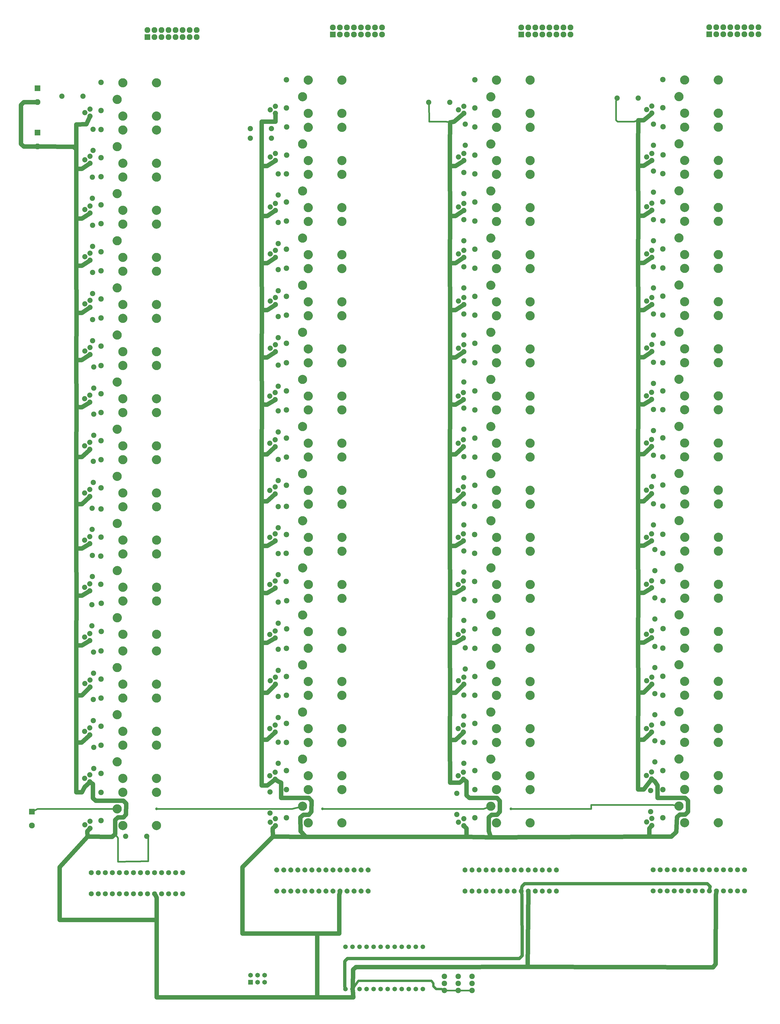
<source format=gbl>
G04 MADE WITH FRITZING*
G04 WWW.FRITZING.ORG*
G04 DOUBLE SIDED*
G04 HOLES PLATED*
G04 CONTOUR ON CENTER OF CONTOUR VECTOR*
%ASAXBY*%
%FSLAX23Y23*%
%MOIN*%
%OFA0B0*%
%SFA1.0B1.0*%
%ADD10C,0.075000*%
%ADD11C,0.078000*%
%ADD12C,0.039370*%
%ADD13C,0.070000*%
%ADD14C,0.066000*%
%ADD15C,0.083307*%
%ADD16C,0.074000*%
%ADD17C,0.129921*%
%ADD18C,0.067323*%
%ADD19R,0.083307X0.083307*%
%ADD20R,0.067323X0.067323*%
%ADD21C,0.024000*%
%ADD22C,0.048000*%
%ADD23C,0.032000*%
%ADD24C,0.064000*%
%ADD25R,0.001000X0.001000*%
%LNCOPPER0*%
G90*
G70*
G54D10*
X1638Y2405D03*
X1938Y2405D03*
X9105Y3053D03*
X9105Y2753D03*
X9164Y3762D03*
X9164Y3462D03*
X9164Y4431D03*
X9164Y4131D03*
X9164Y5101D03*
X9164Y4801D03*
X9164Y5790D03*
X9164Y5490D03*
X9164Y6479D03*
X9164Y6179D03*
X9144Y7128D03*
X9144Y6828D03*
X9144Y7817D03*
X9144Y7517D03*
X9144Y8467D03*
X9144Y8167D03*
X9144Y9136D03*
X9144Y8836D03*
X9144Y9825D03*
X9144Y9525D03*
X9144Y10494D03*
X9144Y10194D03*
X9144Y11164D03*
X9144Y10864D03*
X9144Y11853D03*
X9144Y11553D03*
X9144Y12522D03*
X9144Y12222D03*
X8628Y12891D03*
X8928Y12891D03*
X5950Y12832D03*
X6250Y12832D03*
X6467Y12522D03*
X6467Y12222D03*
X6447Y11833D03*
X6447Y11533D03*
X6447Y11164D03*
X6447Y10864D03*
X6447Y10494D03*
X6447Y10194D03*
X6447Y9825D03*
X6447Y9525D03*
X6447Y9156D03*
X6447Y8856D03*
X6447Y8486D03*
X6447Y8186D03*
X6447Y7797D03*
X6447Y7497D03*
X6447Y7128D03*
X6447Y6828D03*
X6447Y6459D03*
X6447Y6159D03*
X6447Y5770D03*
X6447Y5470D03*
X6467Y5081D03*
X6467Y4781D03*
X6447Y4412D03*
X6447Y4112D03*
X6447Y3742D03*
X6447Y3442D03*
X6349Y3014D03*
X6349Y2714D03*
X3691Y3034D03*
X3691Y2734D03*
X3809Y3742D03*
X3809Y3442D03*
X3809Y4392D03*
X3809Y4092D03*
X3809Y5061D03*
X3809Y4761D03*
X3809Y5731D03*
X3809Y5431D03*
X3809Y6420D03*
X3809Y6120D03*
X3809Y7089D03*
X3809Y6789D03*
X3809Y7758D03*
X3809Y7458D03*
X3809Y8447D03*
X3809Y8147D03*
X3809Y9097D03*
X3809Y8797D03*
X3809Y9786D03*
X3809Y9486D03*
X3809Y10455D03*
X3809Y10155D03*
X3411Y12320D03*
X3711Y12320D03*
X3809Y11124D03*
X3809Y10824D03*
X3809Y11813D03*
X3809Y11513D03*
X3411Y12458D03*
X3711Y12458D03*
X732Y12916D03*
X1032Y12916D03*
X1174Y12149D03*
X1174Y12449D03*
X1166Y11468D03*
X1166Y11768D03*
X1170Y10783D03*
X1170Y11083D03*
X1170Y10113D03*
X1170Y10413D03*
X1170Y9444D03*
X1170Y9744D03*
X1186Y8771D03*
X1186Y9071D03*
X1186Y8101D03*
X1186Y8401D03*
X1178Y7432D03*
X1178Y7732D03*
X1162Y6763D03*
X1162Y7063D03*
X1166Y6094D03*
X1166Y6394D03*
X1158Y5393D03*
X1158Y5693D03*
X1182Y4720D03*
X1182Y5020D03*
X1186Y3368D03*
X1186Y3668D03*
X1178Y4049D03*
X1178Y4349D03*
G54D11*
X6565Y413D03*
X6565Y313D03*
X6565Y213D03*
X6369Y413D03*
X6369Y313D03*
X6369Y213D03*
X6172Y413D03*
X6172Y313D03*
X6172Y213D03*
G54D12*
X2077Y2793D03*
X4439Y2793D03*
X7117Y2793D03*
G54D13*
X9141Y1628D03*
X10341Y1928D03*
X9241Y1628D03*
X10441Y1928D03*
X9341Y1628D03*
X9441Y1628D03*
X9541Y1628D03*
X9641Y1628D03*
X10441Y1628D03*
X10341Y1628D03*
X10241Y1628D03*
X10141Y1628D03*
X9741Y1628D03*
X9941Y1628D03*
X9841Y1628D03*
X10041Y1628D03*
X9941Y1928D03*
X10041Y1928D03*
X10141Y1928D03*
X10241Y1928D03*
X9741Y1928D03*
X9841Y1928D03*
X9341Y1928D03*
X9441Y1928D03*
X9541Y1928D03*
X9641Y1928D03*
X9141Y1928D03*
X9241Y1928D03*
X6465Y1625D03*
X7665Y1925D03*
X6565Y1625D03*
X7765Y1925D03*
X6665Y1625D03*
X6765Y1625D03*
X6865Y1625D03*
X6965Y1625D03*
X7765Y1625D03*
X7665Y1625D03*
X7565Y1625D03*
X7465Y1625D03*
X7065Y1625D03*
X7265Y1625D03*
X7165Y1625D03*
X7365Y1625D03*
X7265Y1925D03*
X7365Y1925D03*
X7465Y1925D03*
X7565Y1925D03*
X7065Y1925D03*
X7165Y1925D03*
X6665Y1925D03*
X6765Y1925D03*
X6865Y1925D03*
X6965Y1925D03*
X6465Y1925D03*
X6565Y1925D03*
X3787Y1625D03*
X4987Y1925D03*
X3887Y1625D03*
X5087Y1925D03*
X3987Y1625D03*
X4087Y1625D03*
X4187Y1625D03*
X4287Y1625D03*
X5087Y1625D03*
X4987Y1625D03*
X4887Y1625D03*
X4787Y1625D03*
X4387Y1625D03*
X4587Y1625D03*
X4487Y1625D03*
X4687Y1625D03*
X4587Y1925D03*
X4687Y1925D03*
X4787Y1925D03*
X4887Y1925D03*
X4387Y1925D03*
X4487Y1925D03*
X3987Y1925D03*
X4087Y1925D03*
X4187Y1925D03*
X4287Y1925D03*
X3787Y1925D03*
X3887Y1925D03*
X1150Y1587D03*
X2350Y1887D03*
X1250Y1587D03*
X2450Y1887D03*
X1350Y1587D03*
X1450Y1587D03*
X1550Y1587D03*
X1650Y1587D03*
X2450Y1587D03*
X2350Y1587D03*
X2250Y1587D03*
X2150Y1587D03*
X1750Y1587D03*
X1950Y1587D03*
X1850Y1587D03*
X2050Y1587D03*
X1950Y1887D03*
X2050Y1887D03*
X2150Y1887D03*
X2250Y1887D03*
X1750Y1887D03*
X1850Y1887D03*
X1350Y1887D03*
X1450Y1887D03*
X1550Y1887D03*
X1650Y1887D03*
X1150Y1887D03*
X1250Y1887D03*
G54D14*
X5866Y834D03*
X5766Y834D03*
X5666Y834D03*
X5566Y834D03*
X5466Y834D03*
X5366Y834D03*
X5266Y834D03*
X5166Y834D03*
X5066Y834D03*
X4966Y834D03*
X4866Y834D03*
X4766Y834D03*
X4766Y234D03*
X4866Y234D03*
X4966Y234D03*
X5066Y234D03*
X5166Y234D03*
X5266Y234D03*
X5366Y234D03*
X5466Y234D03*
X5566Y234D03*
X5666Y234D03*
X5766Y234D03*
X5866Y234D03*
G54D15*
X306Y2753D03*
X306Y2557D03*
G54D16*
X9123Y12676D03*
X9048Y12726D03*
X9123Y12776D03*
X6447Y12673D03*
X6372Y12723D03*
X6447Y12773D03*
X3769Y12673D03*
X3694Y12723D03*
X3769Y12773D03*
X9123Y12005D03*
X9048Y12055D03*
X9123Y12105D03*
X6447Y12003D03*
X6372Y12053D03*
X6447Y12103D03*
X3769Y12003D03*
X3694Y12053D03*
X3769Y12103D03*
X1132Y12635D03*
X1057Y12685D03*
X1132Y12735D03*
X1133Y11965D03*
X1058Y12015D03*
X1133Y12065D03*
X9123Y11298D03*
X9048Y11348D03*
X9123Y11398D03*
X6447Y11295D03*
X6372Y11345D03*
X6447Y11395D03*
X3769Y11295D03*
X3694Y11345D03*
X3769Y11395D03*
X1132Y11257D03*
X1057Y11307D03*
X1132Y11357D03*
X9123Y10628D03*
X9048Y10678D03*
X9123Y10728D03*
X6447Y10626D03*
X6372Y10676D03*
X6447Y10726D03*
X3769Y10626D03*
X3694Y10676D03*
X3769Y10726D03*
X1132Y10588D03*
X1057Y10638D03*
X1132Y10688D03*
X9123Y9290D03*
X9048Y9340D03*
X9123Y9390D03*
X6447Y9287D03*
X6372Y9337D03*
X6447Y9387D03*
X3769Y9288D03*
X3694Y9338D03*
X3769Y9388D03*
X1132Y9249D03*
X1057Y9299D03*
X1132Y9349D03*
X9123Y9959D03*
X9048Y10009D03*
X9123Y10059D03*
X6447Y9957D03*
X6372Y10007D03*
X6447Y10057D03*
X3769Y9957D03*
X3694Y10007D03*
X3769Y10057D03*
X1132Y9919D03*
X1057Y9969D03*
X1132Y10019D03*
X9119Y7271D03*
X9044Y7321D03*
X9119Y7371D03*
X6443Y7269D03*
X6368Y7319D03*
X6443Y7369D03*
X3765Y7269D03*
X3690Y7319D03*
X3765Y7369D03*
X1129Y7231D03*
X1054Y7281D03*
X1129Y7331D03*
X9119Y8610D03*
X9044Y8660D03*
X9119Y8710D03*
X6443Y8607D03*
X6368Y8657D03*
X6443Y8707D03*
X3765Y8608D03*
X3690Y8658D03*
X3765Y8708D03*
X1129Y8570D03*
X1054Y8620D03*
X1129Y8670D03*
X9119Y7941D03*
X9044Y7991D03*
X9119Y8041D03*
X6443Y7938D03*
X6368Y7988D03*
X6443Y8038D03*
X3765Y7938D03*
X3690Y7988D03*
X3765Y8038D03*
X1129Y7900D03*
X1054Y7950D03*
X1129Y8000D03*
X9119Y6602D03*
X9044Y6652D03*
X9119Y6702D03*
X6443Y6600D03*
X6368Y6650D03*
X6443Y6700D03*
X3765Y6600D03*
X3690Y6650D03*
X3765Y6700D03*
X1129Y6562D03*
X1054Y6612D03*
X1129Y6662D03*
X9119Y5933D03*
X9044Y5983D03*
X9119Y6033D03*
X6443Y5930D03*
X6368Y5980D03*
X6443Y6030D03*
X3765Y5930D03*
X3690Y5980D03*
X3765Y6030D03*
X1129Y5892D03*
X1054Y5942D03*
X1129Y5992D03*
X9119Y5224D03*
X9044Y5274D03*
X9119Y5324D03*
X6443Y5222D03*
X6368Y5272D03*
X6443Y5322D03*
X3765Y5222D03*
X3690Y5272D03*
X3765Y5322D03*
X1129Y5184D03*
X1054Y5234D03*
X1129Y5284D03*
X9123Y4565D03*
X9048Y4615D03*
X9123Y4665D03*
X6447Y4563D03*
X6372Y4613D03*
X6447Y4663D03*
X3769Y4563D03*
X3694Y4613D03*
X3769Y4663D03*
X1132Y4525D03*
X1057Y4575D03*
X1132Y4625D03*
X9119Y3885D03*
X9044Y3935D03*
X9119Y3985D03*
X6443Y3883D03*
X6368Y3933D03*
X6443Y3983D03*
X3765Y3883D03*
X3690Y3933D03*
X3765Y3983D03*
X1129Y3845D03*
X1054Y3895D03*
X1129Y3945D03*
X9119Y3216D03*
X9044Y3266D03*
X9119Y3316D03*
X6443Y3214D03*
X6368Y3264D03*
X6443Y3314D03*
X3765Y3214D03*
X3690Y3264D03*
X3765Y3314D03*
X1129Y3176D03*
X1054Y3226D03*
X1129Y3276D03*
X9123Y2558D03*
X9048Y2608D03*
X9123Y2658D03*
X6447Y2555D03*
X6372Y2605D03*
X6447Y2655D03*
X3769Y2555D03*
X3694Y2605D03*
X3769Y2655D03*
X1132Y2517D03*
X1057Y2567D03*
X1132Y2617D03*
G54D17*
X9509Y12912D03*
X9589Y12676D03*
X10068Y12676D03*
X9589Y13148D03*
X10068Y13148D03*
X6833Y12909D03*
X6913Y12673D03*
X7392Y12673D03*
X6913Y13146D03*
X7392Y13146D03*
X4155Y12910D03*
X4235Y12673D03*
X4714Y12673D03*
X4235Y13146D03*
X4714Y13146D03*
X9509Y12241D03*
X9590Y12005D03*
X10068Y12005D03*
X9590Y12477D03*
X10068Y12477D03*
X6833Y12239D03*
X6914Y12003D03*
X7392Y12003D03*
X6914Y12475D03*
X7392Y12475D03*
X4155Y12239D03*
X4236Y12003D03*
X4714Y12003D03*
X4236Y12475D03*
X4714Y12475D03*
X1518Y12872D03*
X1599Y12635D03*
X2077Y12635D03*
X1599Y13108D03*
X2077Y13108D03*
X1519Y12201D03*
X1599Y11965D03*
X2078Y11965D03*
X1599Y12437D03*
X2078Y12437D03*
X9509Y10904D03*
X9589Y10668D03*
X10068Y10668D03*
X9589Y11140D03*
X10068Y11140D03*
X6833Y10902D03*
X6913Y10665D03*
X7392Y10665D03*
X6913Y11138D03*
X7392Y11138D03*
X4155Y10902D03*
X4235Y10666D03*
X4714Y10666D03*
X4235Y11138D03*
X4714Y11138D03*
X1518Y10864D03*
X1599Y10627D03*
X2077Y10627D03*
X1599Y11100D03*
X2077Y11100D03*
X9509Y10235D03*
X9589Y9998D03*
X10068Y9998D03*
X9589Y10471D03*
X10068Y10471D03*
X6833Y10232D03*
X6913Y9996D03*
X7392Y9996D03*
X6913Y10468D03*
X7392Y10468D03*
X4155Y10232D03*
X4235Y9996D03*
X4714Y9996D03*
X4235Y10469D03*
X4714Y10469D03*
X1518Y10194D03*
X1599Y9958D03*
X2077Y9958D03*
X1599Y10431D03*
X2077Y10431D03*
X9509Y11573D03*
X9589Y11337D03*
X10068Y11337D03*
X9589Y11809D03*
X10068Y11809D03*
X6833Y11571D03*
X6913Y11335D03*
X7392Y11335D03*
X6913Y11807D03*
X7392Y11807D03*
X4155Y11571D03*
X4235Y11335D03*
X4714Y11335D03*
X4235Y11807D03*
X4714Y11807D03*
X1518Y11533D03*
X1599Y11297D03*
X2077Y11297D03*
X1599Y11769D03*
X2077Y11769D03*
X9509Y7558D03*
X9589Y7321D03*
X10068Y7321D03*
X9589Y7794D03*
X10068Y7794D03*
X6833Y7555D03*
X6913Y7319D03*
X7392Y7319D03*
X6913Y7791D03*
X7392Y7791D03*
X4155Y7555D03*
X4235Y7319D03*
X4714Y7319D03*
X4235Y7791D03*
X4714Y7791D03*
X1518Y7517D03*
X1599Y7281D03*
X2077Y7281D03*
X1599Y7753D03*
X2077Y7753D03*
X9509Y8227D03*
X9589Y7991D03*
X10068Y7991D03*
X9589Y8463D03*
X10068Y8463D03*
X6833Y8224D03*
X6913Y7988D03*
X7392Y7988D03*
X6913Y8461D03*
X7392Y8461D03*
X4155Y8225D03*
X4235Y7988D03*
X4714Y7988D03*
X4235Y8461D03*
X4714Y8461D03*
X1518Y8186D03*
X1599Y7950D03*
X2077Y7950D03*
X1599Y8423D03*
X2077Y8423D03*
X9509Y9565D03*
X9589Y9329D03*
X10068Y9329D03*
X9589Y9802D03*
X10068Y9802D03*
X6833Y9563D03*
X6913Y9327D03*
X7392Y9327D03*
X6913Y9799D03*
X7392Y9799D03*
X4155Y9563D03*
X4235Y9327D03*
X4714Y9327D03*
X4235Y9799D03*
X4714Y9799D03*
X1518Y9525D03*
X1599Y9289D03*
X2077Y9289D03*
X1599Y9761D03*
X2077Y9761D03*
X9509Y8896D03*
X9589Y8660D03*
X10068Y8660D03*
X9589Y9132D03*
X10068Y9132D03*
X6833Y8894D03*
X6913Y8658D03*
X7392Y8658D03*
X6913Y9130D03*
X7392Y9130D03*
X4155Y8894D03*
X4235Y8658D03*
X4714Y8658D03*
X4235Y9130D03*
X4714Y9130D03*
X1518Y8856D03*
X1599Y8620D03*
X2077Y8620D03*
X1599Y9092D03*
X2077Y9092D03*
X9510Y6888D03*
X9591Y6652D03*
X10069Y6652D03*
X9591Y7124D03*
X10069Y7124D03*
X6834Y6886D03*
X6915Y6650D03*
X7393Y6650D03*
X6915Y7122D03*
X7393Y7122D03*
X4156Y6886D03*
X4237Y6650D03*
X4715Y6650D03*
X4237Y7122D03*
X4715Y7122D03*
X1520Y6848D03*
X1600Y6612D03*
X2079Y6612D03*
X1600Y7084D03*
X2079Y7084D03*
X9510Y6219D03*
X9591Y5983D03*
X10069Y5983D03*
X9591Y6455D03*
X10069Y6455D03*
X6834Y6217D03*
X6915Y5980D03*
X7393Y5980D03*
X6915Y6453D03*
X7393Y6453D03*
X4156Y6217D03*
X4237Y5980D03*
X4715Y5980D03*
X4237Y6453D03*
X4715Y6453D03*
X1520Y6179D03*
X1600Y5942D03*
X2079Y5942D03*
X1600Y6415D03*
X2079Y6415D03*
X9509Y4841D03*
X9589Y4605D03*
X10068Y4605D03*
X9589Y5077D03*
X10068Y5077D03*
X6833Y4839D03*
X6913Y4602D03*
X7392Y4602D03*
X6913Y5075D03*
X7392Y5075D03*
X4155Y4839D03*
X4235Y4603D03*
X4714Y4603D03*
X4235Y5075D03*
X4714Y5075D03*
X1518Y4801D03*
X1599Y4564D03*
X2077Y4564D03*
X1599Y5037D03*
X2077Y5037D03*
X9510Y5550D03*
X9591Y5313D03*
X10069Y5313D03*
X9591Y5786D03*
X10069Y5786D03*
X6834Y5547D03*
X6915Y5311D03*
X7393Y5311D03*
X6915Y5783D03*
X7393Y5783D03*
X4156Y5547D03*
X4237Y5311D03*
X4715Y5311D03*
X4237Y5784D03*
X4715Y5784D03*
X1520Y5509D03*
X1600Y5273D03*
X2079Y5273D03*
X1600Y5746D03*
X2079Y5746D03*
X9509Y4172D03*
X9589Y3936D03*
X10068Y3936D03*
X9589Y4408D03*
X10068Y4408D03*
X6833Y4169D03*
X6913Y3933D03*
X7392Y3933D03*
X6913Y4406D03*
X7392Y4406D03*
X4155Y4169D03*
X4235Y3933D03*
X4714Y3933D03*
X4235Y4406D03*
X4714Y4406D03*
X1518Y4131D03*
X1599Y3895D03*
X2077Y3895D03*
X1599Y4368D03*
X2077Y4368D03*
X9509Y3502D03*
X9589Y3266D03*
X10068Y3266D03*
X9589Y3739D03*
X10068Y3739D03*
X6833Y3500D03*
X6913Y3264D03*
X7392Y3264D03*
X6913Y3736D03*
X7392Y3736D03*
X4155Y3500D03*
X4235Y3264D03*
X4714Y3264D03*
X4235Y3736D03*
X4714Y3736D03*
X1518Y3462D03*
X1599Y3226D03*
X2077Y3226D03*
X1599Y3698D03*
X2077Y3698D03*
X9509Y2833D03*
X9589Y2597D03*
X10068Y2597D03*
X9589Y3069D03*
X10068Y3069D03*
X6833Y2831D03*
X6913Y2595D03*
X7392Y2595D03*
X6913Y3067D03*
X7392Y3067D03*
X4155Y2831D03*
X4235Y2595D03*
X4714Y2595D03*
X4235Y3067D03*
X4714Y3067D03*
X1518Y2793D03*
X1599Y2557D03*
X2077Y2557D03*
X1599Y3029D03*
X2077Y3029D03*
G54D11*
X9280Y10746D03*
X9280Y11146D03*
X6604Y10744D03*
X6604Y11144D03*
X3926Y10744D03*
X3926Y11144D03*
X1290Y10706D03*
X1290Y11106D03*
X9280Y10077D03*
X9280Y10477D03*
X6604Y10075D03*
X6604Y10475D03*
X3926Y10075D03*
X3926Y10475D03*
X1290Y10037D03*
X1290Y10437D03*
X9280Y12754D03*
X9280Y13154D03*
X6604Y12752D03*
X6604Y13152D03*
X3926Y12752D03*
X3926Y13152D03*
X9281Y12084D03*
X9281Y12484D03*
X6605Y12081D03*
X6605Y12481D03*
X3927Y12081D03*
X3927Y12481D03*
X1290Y12714D03*
X1290Y13114D03*
X1290Y12043D03*
X1290Y12443D03*
X9280Y11416D03*
X9280Y11816D03*
X6604Y11413D03*
X6604Y11813D03*
X3926Y11414D03*
X3926Y11814D03*
X1290Y11375D03*
X1290Y11775D03*
X9280Y8732D03*
X9280Y9132D03*
X6604Y8730D03*
X6604Y9130D03*
X3926Y8730D03*
X3926Y9130D03*
X1290Y8692D03*
X1290Y9092D03*
X9280Y7394D03*
X9280Y7794D03*
X6604Y7391D03*
X6604Y7791D03*
X3926Y7391D03*
X3926Y7791D03*
X1290Y7353D03*
X1290Y7753D03*
X9280Y9408D03*
X9280Y9808D03*
X6604Y9406D03*
X6604Y9806D03*
X3926Y9406D03*
X3926Y9806D03*
X1290Y9368D03*
X1290Y9768D03*
X9280Y8063D03*
X9280Y8463D03*
X6604Y8061D03*
X6604Y8461D03*
X3926Y8061D03*
X3926Y8461D03*
X1290Y8023D03*
X1290Y8423D03*
X9278Y6695D03*
X9278Y7095D03*
X6602Y6692D03*
X6602Y7092D03*
X3924Y6692D03*
X3924Y7092D03*
X1287Y6654D03*
X1287Y7054D03*
X9277Y6025D03*
X9277Y6425D03*
X6601Y6023D03*
X6601Y6423D03*
X3923Y6023D03*
X3923Y6423D03*
X1286Y5985D03*
X1286Y6385D03*
X9281Y5353D03*
X9281Y5753D03*
X6605Y5351D03*
X6605Y5751D03*
X3927Y5351D03*
X3927Y5751D03*
X1291Y5313D03*
X1291Y5713D03*
X9280Y4677D03*
X9280Y5077D03*
X6604Y4675D03*
X6604Y5075D03*
X3926Y4675D03*
X3926Y5075D03*
X1290Y4637D03*
X1290Y5037D03*
X9280Y4008D03*
X9280Y4408D03*
X6604Y4006D03*
X6604Y4406D03*
X3926Y4006D03*
X3926Y4406D03*
X1290Y3968D03*
X1290Y4368D03*
X9280Y3339D03*
X9280Y3739D03*
X6604Y3336D03*
X6604Y3736D03*
X3926Y3336D03*
X3926Y3736D03*
X1290Y3298D03*
X1290Y3698D03*
X9280Y2669D03*
X9280Y3069D03*
X6604Y2667D03*
X6604Y3067D03*
X3926Y2667D03*
X3926Y3067D03*
X1290Y2629D03*
X1290Y3029D03*
G54D18*
X3416Y431D03*
X3516Y431D03*
X3616Y431D03*
X3416Y331D03*
X3516Y331D03*
X3616Y331D03*
G54D15*
X9940Y13896D03*
X10040Y13896D03*
X10140Y13896D03*
X10240Y13896D03*
X10340Y13896D03*
X10440Y13896D03*
X10540Y13896D03*
X10640Y13896D03*
X9940Y13796D03*
X10040Y13796D03*
X10140Y13796D03*
X10240Y13796D03*
X10340Y13796D03*
X10440Y13796D03*
X10540Y13796D03*
X10640Y13796D03*
X7264Y13894D03*
X7364Y13894D03*
X7464Y13894D03*
X7564Y13894D03*
X7664Y13894D03*
X7764Y13894D03*
X7864Y13894D03*
X7964Y13894D03*
X7264Y13794D03*
X7364Y13794D03*
X7464Y13794D03*
X7564Y13794D03*
X7664Y13794D03*
X7764Y13794D03*
X7864Y13794D03*
X7964Y13794D03*
X4586Y13894D03*
X4686Y13894D03*
X4786Y13894D03*
X4886Y13894D03*
X4986Y13894D03*
X5086Y13894D03*
X5186Y13894D03*
X5286Y13894D03*
X4586Y13794D03*
X4686Y13794D03*
X4786Y13794D03*
X4886Y13794D03*
X4986Y13794D03*
X5086Y13794D03*
X5186Y13794D03*
X5286Y13794D03*
X1950Y13856D03*
X2050Y13856D03*
X2150Y13856D03*
X2250Y13856D03*
X2350Y13856D03*
X2450Y13856D03*
X2550Y13856D03*
X2650Y13856D03*
X1950Y13756D03*
X2050Y13756D03*
X2150Y13756D03*
X2250Y13756D03*
X2350Y13756D03*
X2450Y13756D03*
X2550Y13756D03*
X2650Y13756D03*
X385Y13030D03*
X385Y12833D03*
X385Y12400D03*
X385Y12204D03*
G54D19*
X306Y2753D03*
G54D20*
X3416Y331D03*
G54D19*
X9940Y13796D03*
X7264Y13794D03*
X4586Y13794D03*
X1950Y13756D03*
X385Y13030D03*
X385Y12400D03*
G54D21*
X6192Y12557D02*
X5954Y12557D01*
D02*
X5954Y12557D02*
X5951Y12815D01*
D02*
X6253Y12548D02*
X6192Y12557D01*
D02*
X8613Y12851D02*
X8621Y12875D01*
D02*
X8613Y12577D02*
X8613Y12851D01*
D02*
X8869Y12557D02*
X8634Y12557D01*
D02*
X8634Y12557D02*
X8613Y12577D01*
D02*
X8928Y12576D02*
X8869Y12557D01*
D02*
X1957Y2050D02*
X1960Y2400D01*
D02*
X1960Y2400D02*
X1955Y2401D01*
G54D22*
D02*
X4793Y666D02*
X4754Y628D01*
D02*
X4754Y272D02*
X4760Y253D01*
D02*
X7275Y1573D02*
X7277Y707D01*
D02*
X7277Y707D02*
X7238Y666D01*
D02*
X4754Y628D02*
X4754Y272D01*
D02*
X7238Y666D02*
X4793Y666D01*
D02*
X7268Y1611D02*
X7275Y1573D01*
D02*
X7274Y1691D02*
X7312Y1730D01*
D02*
X9951Y1691D02*
X9943Y1642D01*
D02*
X9913Y1730D02*
X9951Y1691D01*
D02*
X7312Y1730D02*
X9913Y1730D01*
D02*
X7267Y1640D02*
X7274Y1691D01*
G54D21*
D02*
X6388Y213D02*
X6546Y213D01*
D02*
X6191Y213D02*
X6350Y213D01*
G54D23*
D02*
X6054Y234D02*
X6132Y234D01*
D02*
X6015Y313D02*
X6015Y273D01*
D02*
X6132Y234D02*
X6155Y222D01*
D02*
X6015Y273D02*
X6054Y234D01*
D02*
X5988Y352D02*
X6015Y313D01*
D02*
X4950Y351D02*
X5988Y352D01*
D02*
X4878Y250D02*
X4950Y351D01*
G54D21*
D02*
X1527Y2043D02*
X1957Y2050D01*
D02*
X1527Y2380D02*
X1527Y2043D01*
D02*
X1487Y2438D02*
X1527Y2380D01*
D02*
X4005Y2793D02*
X2085Y2793D01*
D02*
X4130Y2825D02*
X4005Y2793D01*
D02*
X6724Y2793D02*
X4447Y2793D01*
D02*
X6808Y2822D02*
X6724Y2793D01*
D02*
X9420Y2851D02*
X9484Y2838D01*
D02*
X8259Y2851D02*
X9202Y2851D01*
D02*
X8259Y2793D02*
X8259Y2851D01*
D02*
X9202Y2851D02*
X9420Y2851D01*
D02*
X7124Y2793D02*
X8259Y2793D01*
G54D24*
D02*
X4361Y116D02*
X4875Y116D01*
D02*
X2078Y1534D02*
X2078Y1217D01*
D02*
X2078Y1217D02*
X2080Y116D01*
D02*
X4875Y116D02*
X4868Y214D01*
D02*
X2080Y116D02*
X4361Y116D01*
D02*
X2057Y1574D02*
X2078Y1534D01*
D02*
X698Y1966D02*
X699Y1217D01*
D02*
X699Y1217D02*
X2078Y1217D01*
D02*
X1094Y2400D02*
X698Y1966D01*
D02*
X4363Y1023D02*
X4675Y1023D01*
D02*
X4361Y116D02*
X4363Y1023D01*
D02*
X4675Y1574D02*
X4684Y1611D01*
D02*
X4675Y1023D02*
X4675Y1574D01*
D02*
X3298Y1023D02*
X3298Y1966D01*
D02*
X3298Y1966D02*
X3733Y2400D01*
D02*
X4363Y1023D02*
X3298Y1023D01*
D02*
X6250Y2399D02*
X4203Y2399D01*
D02*
X6486Y2399D02*
X6250Y2399D01*
D02*
X4872Y510D02*
X4867Y253D01*
D02*
X4912Y549D02*
X4872Y510D01*
D02*
X6016Y548D02*
X4912Y549D01*
D02*
X7354Y551D02*
X7365Y1610D01*
D02*
X6016Y548D02*
X7354Y551D01*
D02*
X9992Y545D02*
X7354Y551D01*
D02*
X9084Y2402D02*
X6832Y2391D01*
D02*
X10031Y1574D02*
X10038Y1613D01*
D02*
X10028Y590D02*
X10031Y1574D01*
D02*
X9992Y545D02*
X10028Y590D01*
D02*
X9004Y3778D02*
X9107Y3875D01*
D02*
X6328Y3775D02*
X6431Y3872D01*
D02*
X3650Y3776D02*
X3753Y3872D01*
D02*
X8926Y3778D02*
X9004Y3778D01*
D02*
X6249Y3775D02*
X6328Y3775D01*
D02*
X3572Y3776D02*
X3650Y3776D01*
D02*
X1013Y3737D02*
X1117Y3834D01*
D02*
X935Y3737D02*
X1013Y3737D01*
D02*
X9004Y5156D02*
X9105Y5216D01*
D02*
X6328Y5154D02*
X6429Y5214D01*
D02*
X3650Y5154D02*
X3751Y5214D01*
D02*
X8926Y5156D02*
X9004Y5156D01*
D02*
X6250Y5154D02*
X6328Y5154D01*
D02*
X3572Y5154D02*
X3650Y5154D01*
D02*
X1014Y5116D02*
X1115Y5176D01*
D02*
X935Y5116D02*
X1014Y5116D01*
D02*
X8927Y5865D02*
X9004Y5864D01*
D02*
X6251Y5863D02*
X6328Y5862D01*
D02*
X3573Y5863D02*
X3650Y5862D01*
D02*
X9004Y5864D02*
X9105Y5925D01*
D02*
X6328Y5862D02*
X6429Y5922D01*
D02*
X3650Y5862D02*
X3751Y5922D01*
D02*
X1014Y5824D02*
X1115Y5884D01*
D02*
X937Y5825D02*
X1014Y5824D01*
D02*
X8925Y6534D02*
X9006Y6534D01*
D02*
X6249Y6532D02*
X6330Y6532D01*
D02*
X3571Y6532D02*
X3652Y6532D01*
D02*
X9006Y6534D02*
X9105Y6594D01*
D02*
X6330Y6532D02*
X6429Y6591D01*
D02*
X3652Y6532D02*
X3751Y6592D01*
D02*
X1016Y6494D02*
X1115Y6553D01*
D02*
X935Y6494D02*
X1016Y6494D01*
D02*
X8925Y7834D02*
X9004Y7834D01*
D02*
X6249Y7832D02*
X6328Y7832D01*
D02*
X3571Y7832D02*
X3650Y7832D01*
D02*
X9004Y7834D02*
X9107Y7930D01*
D02*
X6328Y7832D02*
X6431Y7927D01*
D02*
X3650Y7832D02*
X3753Y7927D01*
D02*
X1014Y7794D02*
X1117Y7889D01*
D02*
X934Y7794D02*
X1014Y7794D01*
D02*
X9004Y8541D02*
X9105Y8602D01*
D02*
X6328Y8539D02*
X6429Y8599D01*
D02*
X3650Y8539D02*
X3751Y8599D01*
D02*
X8928Y8543D02*
X9004Y8541D01*
D02*
X6252Y8541D02*
X6328Y8539D01*
D02*
X3574Y8541D02*
X3650Y8539D01*
D02*
X1014Y8501D02*
X1115Y8561D01*
D02*
X937Y8503D02*
X1014Y8501D01*
D02*
X9004Y9211D02*
X9110Y9281D01*
D02*
X6328Y9208D02*
X6433Y9279D01*
D02*
X3650Y9208D02*
X3756Y9279D01*
D02*
X8927Y9211D02*
X9004Y9211D01*
D02*
X6251Y9208D02*
X6328Y9208D01*
D02*
X3573Y9208D02*
X3650Y9208D01*
D02*
X1013Y9170D02*
X1119Y9241D01*
D02*
X936Y9170D02*
X1013Y9170D01*
D02*
X9005Y10550D02*
X9109Y10620D01*
D02*
X6329Y10548D02*
X6433Y10617D01*
D02*
X3651Y10548D02*
X3755Y10617D01*
D02*
X8925Y10550D02*
X9005Y10550D01*
D02*
X6249Y10548D02*
X6329Y10548D01*
D02*
X3571Y10548D02*
X3651Y10548D01*
D02*
X1014Y10510D02*
X1119Y10579D01*
D02*
X935Y10510D02*
X1014Y10510D01*
D02*
X9005Y11220D02*
X9109Y11289D01*
D02*
X6329Y11218D02*
X6433Y11286D01*
D02*
X3651Y11218D02*
X3755Y11287D01*
D02*
X8927Y11220D02*
X9005Y11220D01*
D02*
X6251Y11218D02*
X6329Y11218D01*
D02*
X3573Y11218D02*
X3651Y11218D01*
D02*
X1014Y11180D02*
X1119Y11249D01*
D02*
X936Y11180D02*
X1014Y11180D01*
D02*
X9004Y11930D02*
X9110Y11996D01*
D02*
X6328Y11927D02*
X6434Y11994D01*
D02*
X3650Y11927D02*
X3756Y11994D01*
D02*
X8925Y11930D02*
X9004Y11930D01*
D02*
X6249Y11927D02*
X6328Y11927D01*
D02*
X3571Y11927D02*
X3650Y11927D01*
D02*
X1014Y11889D02*
X1119Y11956D01*
D02*
X934Y11889D02*
X1014Y11889D01*
D02*
X148Y12242D02*
X148Y12794D01*
D02*
X148Y12794D02*
X187Y12833D01*
D02*
X187Y12203D02*
X148Y12242D01*
D02*
X187Y12833D02*
X363Y12833D01*
D02*
X363Y12204D02*
X187Y12203D01*
D02*
X8926Y12203D02*
X8928Y12576D01*
D02*
X6250Y12201D02*
X6253Y12548D01*
D02*
X3572Y12201D02*
X3572Y12556D01*
D02*
X9005Y12576D02*
X9111Y12665D01*
D02*
X6310Y12557D02*
X6435Y12663D01*
D02*
X3769Y12556D02*
X3769Y12657D01*
D02*
X8928Y12576D02*
X9005Y12576D01*
D02*
X6253Y12548D02*
X6310Y12557D01*
D02*
X3572Y12556D02*
X3769Y12556D01*
D02*
X1079Y12521D02*
X1126Y12621D01*
D02*
X935Y12517D02*
X1079Y12521D01*
D02*
X935Y12163D02*
X935Y12517D01*
G54D21*
D02*
X385Y2793D02*
X1493Y2793D01*
D02*
X325Y2763D02*
X385Y2793D01*
G54D24*
D02*
X896Y12202D02*
X407Y12203D01*
D02*
X935Y12163D02*
X896Y12202D01*
D02*
X8925Y11930D02*
X8926Y12203D01*
D02*
X6249Y11927D02*
X6250Y12201D01*
D02*
X3571Y11927D02*
X3572Y12201D01*
D02*
X934Y11889D02*
X935Y12163D01*
D02*
X8927Y11220D02*
X8925Y11930D01*
D02*
X6251Y11218D02*
X6249Y11927D01*
D02*
X3573Y11218D02*
X3571Y11927D01*
D02*
X8928Y9882D02*
X8925Y10550D01*
D02*
X6252Y9880D02*
X6249Y10548D01*
D02*
X3574Y9880D02*
X3571Y10548D01*
D02*
X8925Y10550D02*
X8927Y11220D01*
D02*
X6249Y10548D02*
X6251Y11218D01*
D02*
X3571Y10548D02*
X3573Y11218D01*
D02*
X936Y11180D02*
X934Y11889D01*
D02*
X935Y10510D02*
X936Y11180D01*
D02*
X937Y9842D02*
X935Y10510D01*
D02*
X9202Y2952D02*
X9202Y3127D01*
D02*
X6526Y2950D02*
X6486Y2986D01*
D02*
X3848Y2950D02*
X3848Y3166D01*
D02*
X1211Y2912D02*
X1171Y2948D01*
D02*
X9635Y2911D02*
X9596Y2952D01*
D02*
X6959Y2909D02*
X6920Y2950D01*
D02*
X4281Y2909D02*
X4242Y2950D01*
D02*
X9596Y2952D02*
X9202Y2952D01*
D02*
X6920Y2950D02*
X6526Y2950D01*
D02*
X4242Y2950D02*
X3848Y2950D01*
D02*
X1605Y2912D02*
X1211Y2912D01*
D02*
X1645Y2871D02*
X1605Y2912D01*
D02*
X9596Y2714D02*
X9634Y2755D01*
D02*
X6920Y2712D02*
X6957Y2753D01*
D02*
X4242Y2712D02*
X4280Y2753D01*
D02*
X9634Y2755D02*
X9635Y2911D01*
D02*
X6957Y2753D02*
X6959Y2909D01*
D02*
X4280Y2753D02*
X4281Y2909D01*
D02*
X1643Y2713D02*
X1645Y2871D01*
D02*
X1605Y2674D02*
X1643Y2713D01*
D02*
X9470Y2467D02*
X9477Y2677D01*
D02*
X6801Y2477D02*
X6801Y2674D01*
D02*
X4125Y2478D02*
X4123Y2675D01*
D02*
X9477Y2677D02*
X9518Y2714D01*
D02*
X6801Y2674D02*
X6842Y2712D01*
D02*
X4123Y2675D02*
X4164Y2712D01*
D02*
X9518Y2714D02*
X9596Y2714D01*
D02*
X6842Y2712D02*
X6920Y2712D01*
D02*
X4164Y2712D02*
X4242Y2712D01*
D02*
X1527Y2674D02*
X1605Y2674D01*
D02*
X1487Y2636D02*
X1527Y2674D01*
D02*
X1487Y2438D02*
X1487Y2636D01*
D02*
X9398Y2402D02*
X9470Y2467D01*
D02*
X6832Y2391D02*
X6801Y2477D01*
D02*
X4203Y2399D02*
X4125Y2478D01*
D02*
X1446Y2399D02*
X1487Y2438D01*
D02*
X9162Y3187D02*
X9132Y3207D01*
D02*
X6486Y3185D02*
X6456Y3205D01*
D02*
X3808Y3185D02*
X3778Y3205D01*
D02*
X1172Y3147D02*
X1142Y3167D01*
D02*
X9202Y3127D02*
X9162Y3187D01*
D02*
X6486Y2986D02*
X6486Y3185D01*
D02*
X3848Y3166D02*
X3808Y3185D01*
D02*
X1171Y2948D02*
X1172Y3147D01*
D02*
X9084Y2518D02*
X9112Y2546D01*
D02*
X6486Y2516D02*
X6458Y2544D01*
D02*
X3730Y2516D02*
X3758Y2544D01*
D02*
X1093Y2478D02*
X1121Y2506D01*
D02*
X9084Y2402D02*
X9084Y2518D01*
D02*
X6486Y2399D02*
X6486Y2516D01*
D02*
X3733Y2400D02*
X3730Y2516D01*
D02*
X1094Y2400D02*
X1093Y2478D01*
D02*
X9398Y2402D02*
X9084Y2402D01*
D02*
X6832Y2391D02*
X6486Y2399D01*
D02*
X4203Y2399D02*
X3733Y2400D01*
D02*
X1446Y2399D02*
X1094Y2400D01*
D02*
X9005Y4447D02*
X9112Y4554D01*
D02*
X6329Y4445D02*
X6435Y4552D01*
D02*
X3651Y4445D02*
X3758Y4552D01*
D02*
X1014Y4407D02*
X1121Y4514D01*
D02*
X8927Y4447D02*
X9005Y4447D01*
D02*
X6251Y4445D02*
X6329Y4445D01*
D02*
X3573Y4445D02*
X3651Y4445D01*
D02*
X936Y4407D02*
X1014Y4407D01*
D02*
X9005Y3071D02*
X8926Y3070D01*
D02*
X6388Y3166D02*
X6251Y3166D01*
D02*
X3651Y3127D02*
X3573Y3127D01*
D02*
X9109Y3204D02*
X9005Y3071D01*
D02*
X6431Y3203D02*
X6388Y3166D01*
D02*
X3752Y3204D02*
X3651Y3127D01*
D02*
X1015Y3031D02*
X935Y3030D01*
D02*
X1055Y3108D02*
X1015Y3031D01*
D02*
X1117Y3165D02*
X1055Y3108D01*
D02*
X8926Y3070D02*
X8926Y3778D01*
D02*
X6251Y3166D02*
X6249Y3775D01*
D02*
X3573Y3127D02*
X3572Y3776D01*
D02*
X8926Y3778D02*
X8927Y4447D01*
D02*
X6249Y3775D02*
X6251Y4445D01*
D02*
X3572Y3776D02*
X3573Y4445D01*
D02*
X935Y3737D02*
X936Y4407D01*
D02*
X935Y3030D02*
X935Y3737D01*
D02*
X9004Y7165D02*
X9107Y7260D01*
D02*
X6328Y7163D02*
X6431Y7258D01*
D02*
X3650Y7163D02*
X3753Y7258D01*
D02*
X1014Y7125D02*
X1117Y7220D01*
D02*
X8926Y7165D02*
X9004Y7165D01*
D02*
X6250Y7163D02*
X6328Y7163D01*
D02*
X3572Y7163D02*
X3650Y7163D01*
D02*
X935Y7125D02*
X1014Y7125D01*
D02*
X8927Y5865D02*
X8925Y6534D01*
D02*
X6251Y5863D02*
X6249Y6532D01*
D02*
X3573Y5863D02*
X3571Y6532D01*
D02*
X8925Y6534D02*
X8926Y7165D01*
D02*
X6249Y6532D02*
X6250Y7163D01*
D02*
X3571Y6532D02*
X3572Y7163D01*
D02*
X935Y6494D02*
X935Y7125D01*
D02*
X937Y5825D02*
X935Y6494D01*
D02*
X8927Y4447D02*
X8926Y5156D01*
D02*
X6251Y4445D02*
X6250Y5154D01*
D02*
X3573Y4445D02*
X3572Y5154D01*
D02*
X8926Y5156D02*
X8927Y5865D01*
D02*
X6250Y5154D02*
X6251Y5863D01*
D02*
X3572Y5154D02*
X3573Y5863D01*
D02*
X935Y5116D02*
X937Y5825D01*
D02*
X936Y4407D02*
X935Y5116D01*
D02*
X9006Y9882D02*
X9109Y9950D01*
D02*
X6330Y9880D02*
X6433Y9948D01*
D02*
X3652Y9880D02*
X3755Y9948D01*
D02*
X1016Y9842D02*
X1119Y9910D01*
D02*
X8928Y9882D02*
X9006Y9882D01*
D02*
X6252Y9880D02*
X6330Y9880D01*
D02*
X3574Y9880D02*
X3652Y9880D01*
D02*
X937Y9842D02*
X1016Y9842D01*
D02*
X8928Y8543D02*
X8927Y9211D01*
D02*
X6252Y8541D02*
X6251Y9208D01*
D02*
X3574Y8541D02*
X3573Y9208D01*
D02*
X937Y8503D02*
X936Y9170D01*
D02*
X8926Y7165D02*
X8925Y7834D01*
D02*
X6250Y7163D02*
X6249Y7832D01*
D02*
X3572Y7163D02*
X3571Y7832D01*
D02*
X935Y7125D02*
X934Y7794D01*
D02*
X8927Y9211D02*
X8928Y9882D01*
D02*
X6251Y9208D02*
X6252Y9880D01*
D02*
X3573Y9208D02*
X3574Y9880D01*
D02*
X936Y9170D02*
X937Y9842D01*
D02*
X8925Y7834D02*
X8928Y8543D01*
D02*
X6249Y7832D02*
X6252Y8541D01*
D02*
X3571Y7832D02*
X3574Y8541D01*
D02*
X934Y7794D02*
X937Y8503D01*
G54D25*
X9583Y13213D02*
X9595Y13213D01*
X10061Y13213D02*
X10074Y13213D01*
X9577Y13212D02*
X9602Y13212D01*
X10055Y13212D02*
X10080Y13212D01*
X4233Y13211D02*
X4238Y13211D01*
X4712Y13211D02*
X4716Y13211D01*
X6913Y13211D02*
X6913Y13211D01*
X9573Y13211D02*
X9606Y13211D01*
X10051Y13211D02*
X10084Y13211D01*
X4225Y13210D02*
X4247Y13210D01*
X4703Y13210D02*
X4725Y13210D01*
X6903Y13210D02*
X6923Y13210D01*
X7382Y13210D02*
X7402Y13210D01*
X9569Y13210D02*
X9609Y13210D01*
X10048Y13210D02*
X10087Y13210D01*
X4220Y13209D02*
X4251Y13209D01*
X4698Y13209D02*
X4729Y13209D01*
X6898Y13209D02*
X6928Y13209D01*
X7377Y13209D02*
X7407Y13209D01*
X9566Y13209D02*
X9612Y13209D01*
X10045Y13209D02*
X10090Y13209D01*
X4216Y13208D02*
X4255Y13208D01*
X4695Y13208D02*
X4733Y13208D01*
X6894Y13208D02*
X6932Y13208D01*
X7373Y13208D02*
X7411Y13208D01*
X9564Y13208D02*
X9615Y13208D01*
X10042Y13208D02*
X10093Y13208D01*
X4213Y13207D02*
X4258Y13207D01*
X4692Y13207D02*
X4736Y13207D01*
X6892Y13207D02*
X6935Y13207D01*
X7370Y13207D02*
X7413Y13207D01*
X9562Y13207D02*
X9617Y13207D01*
X10040Y13207D02*
X10095Y13207D01*
X4211Y13206D02*
X4260Y13206D01*
X4689Y13206D02*
X4739Y13206D01*
X6889Y13206D02*
X6938Y13206D01*
X7367Y13206D02*
X7416Y13206D01*
X9560Y13206D02*
X9619Y13206D01*
X10038Y13206D02*
X10097Y13206D01*
X4209Y13205D02*
X4263Y13205D01*
X4687Y13205D02*
X4741Y13205D01*
X6887Y13205D02*
X6940Y13205D01*
X7365Y13205D02*
X7418Y13205D01*
X9558Y13205D02*
X9620Y13205D01*
X10036Y13205D02*
X10099Y13205D01*
X4207Y13204D02*
X4265Y13204D01*
X4685Y13204D02*
X4743Y13204D01*
X6885Y13204D02*
X6942Y13204D01*
X7363Y13204D02*
X7420Y13204D01*
X9556Y13204D02*
X9622Y13204D01*
X10035Y13204D02*
X10100Y13204D01*
X4205Y13203D02*
X4266Y13203D01*
X4683Y13203D02*
X4745Y13203D01*
X6883Y13203D02*
X6944Y13203D01*
X7361Y13203D02*
X7422Y13203D01*
X9555Y13203D02*
X9624Y13203D01*
X10033Y13203D02*
X10102Y13203D01*
X4203Y13202D02*
X4268Y13202D01*
X4681Y13202D02*
X4746Y13202D01*
X6881Y13202D02*
X6946Y13202D01*
X7359Y13202D02*
X7424Y13202D01*
X9553Y13202D02*
X9625Y13202D01*
X10031Y13202D02*
X10104Y13202D01*
X4201Y13201D02*
X4270Y13201D01*
X4680Y13201D02*
X4748Y13201D01*
X6879Y13201D02*
X6947Y13201D01*
X7358Y13201D02*
X7425Y13201D01*
X9552Y13201D02*
X9627Y13201D01*
X10030Y13201D02*
X10105Y13201D01*
X4200Y13200D02*
X4271Y13200D01*
X4678Y13200D02*
X4750Y13200D01*
X6878Y13200D02*
X6949Y13200D01*
X7356Y13200D02*
X7427Y13200D01*
X9550Y13200D02*
X9628Y13200D01*
X10029Y13200D02*
X10106Y13200D01*
X4198Y13199D02*
X4273Y13199D01*
X4677Y13199D02*
X4751Y13199D01*
X6876Y13199D02*
X6950Y13199D01*
X7355Y13199D02*
X7429Y13199D01*
X9549Y13199D02*
X9629Y13199D01*
X10027Y13199D02*
X10108Y13199D01*
X4197Y13198D02*
X4274Y13198D01*
X4675Y13198D02*
X4752Y13198D01*
X6875Y13198D02*
X6952Y13198D01*
X7353Y13198D02*
X7430Y13198D01*
X9548Y13198D02*
X9631Y13198D01*
X10026Y13198D02*
X10109Y13198D01*
X4196Y13197D02*
X4275Y13197D01*
X4674Y13197D02*
X4754Y13197D01*
X6874Y13197D02*
X6953Y13197D01*
X7352Y13197D02*
X7431Y13197D01*
X9547Y13197D02*
X9632Y13197D01*
X10025Y13197D02*
X10110Y13197D01*
X4194Y13196D02*
X4277Y13196D01*
X4673Y13196D02*
X4755Y13196D01*
X6872Y13196D02*
X6954Y13196D01*
X7351Y13196D02*
X7433Y13196D01*
X9546Y13196D02*
X9633Y13196D01*
X10024Y13196D02*
X10111Y13196D01*
X4193Y13195D02*
X4278Y13195D01*
X4672Y13195D02*
X4756Y13195D01*
X6871Y13195D02*
X6955Y13195D01*
X7350Y13195D02*
X7434Y13195D01*
X9544Y13195D02*
X9634Y13195D01*
X10023Y13195D02*
X10112Y13195D01*
X4192Y13194D02*
X4279Y13194D01*
X4671Y13194D02*
X4757Y13194D01*
X6870Y13194D02*
X6956Y13194D01*
X7348Y13194D02*
X7435Y13194D01*
X9543Y13194D02*
X9635Y13194D01*
X10022Y13194D02*
X10113Y13194D01*
X4191Y13193D02*
X4280Y13193D01*
X4669Y13193D02*
X4758Y13193D01*
X6869Y13193D02*
X6958Y13193D01*
X7347Y13193D02*
X7436Y13193D01*
X9543Y13193D02*
X9636Y13193D01*
X10021Y13193D02*
X10114Y13193D01*
X4190Y13192D02*
X4281Y13192D01*
X4668Y13192D02*
X4759Y13192D01*
X6868Y13192D02*
X6959Y13192D01*
X7346Y13192D02*
X7437Y13192D01*
X9542Y13192D02*
X9637Y13192D01*
X10020Y13192D02*
X10115Y13192D01*
X4189Y13191D02*
X4282Y13191D01*
X4667Y13191D02*
X4760Y13191D01*
X6867Y13191D02*
X6960Y13191D01*
X7345Y13191D02*
X7438Y13191D01*
X9541Y13191D02*
X9638Y13191D01*
X10019Y13191D02*
X10116Y13191D01*
X4188Y13190D02*
X4283Y13190D01*
X4667Y13190D02*
X4761Y13190D01*
X6866Y13190D02*
X6961Y13190D01*
X7344Y13190D02*
X7439Y13190D01*
X9540Y13190D02*
X9639Y13190D01*
X10018Y13190D02*
X10117Y13190D01*
X4187Y13189D02*
X4284Y13189D01*
X4666Y13189D02*
X4762Y13189D01*
X6865Y13189D02*
X6961Y13189D01*
X7343Y13189D02*
X7440Y13189D01*
X9539Y13189D02*
X9639Y13189D01*
X10017Y13189D02*
X10118Y13189D01*
X4186Y13188D02*
X4285Y13188D01*
X4665Y13188D02*
X4763Y13188D01*
X6864Y13188D02*
X6962Y13188D01*
X7343Y13188D02*
X7441Y13188D01*
X9538Y13188D02*
X9640Y13188D01*
X10017Y13188D02*
X10118Y13188D01*
X4186Y13187D02*
X4286Y13187D01*
X4664Y13187D02*
X4764Y13187D01*
X6863Y13187D02*
X6963Y13187D01*
X7342Y13187D02*
X7441Y13187D01*
X9538Y13187D02*
X9641Y13187D01*
X10016Y13187D02*
X10119Y13187D01*
X4185Y13186D02*
X4286Y13186D01*
X4663Y13186D02*
X4765Y13186D01*
X6863Y13186D02*
X6964Y13186D01*
X7341Y13186D02*
X7442Y13186D01*
X9537Y13186D02*
X9642Y13186D01*
X10015Y13186D02*
X10120Y13186D01*
X4184Y13185D02*
X4287Y13185D01*
X4662Y13185D02*
X4765Y13185D01*
X6862Y13185D02*
X6965Y13185D01*
X7340Y13185D02*
X7443Y13185D01*
X9536Y13185D02*
X9642Y13185D01*
X10014Y13185D02*
X10121Y13185D01*
X4183Y13184D02*
X4288Y13184D01*
X4662Y13184D02*
X4766Y13184D01*
X6861Y13184D02*
X6965Y13184D01*
X7340Y13184D02*
X7444Y13184D01*
X9535Y13184D02*
X9643Y13184D01*
X10014Y13184D02*
X10121Y13184D01*
X4183Y13183D02*
X4288Y13183D01*
X4661Y13183D02*
X4767Y13183D01*
X6860Y13183D02*
X6966Y13183D01*
X7339Y13183D02*
X7444Y13183D01*
X9535Y13183D02*
X9644Y13183D01*
X10013Y13183D02*
X10122Y13183D01*
X4182Y13182D02*
X4289Y13182D01*
X4660Y13182D02*
X4767Y13182D01*
X6860Y13182D02*
X6967Y13182D01*
X7338Y13182D02*
X7445Y13182D01*
X9534Y13182D02*
X9644Y13182D01*
X10013Y13182D02*
X10122Y13182D01*
X4181Y13181D02*
X4290Y13181D01*
X4660Y13181D02*
X4768Y13181D01*
X6859Y13181D02*
X6967Y13181D01*
X7338Y13181D02*
X7446Y13181D01*
X9534Y13181D02*
X9645Y13181D01*
X10012Y13181D02*
X10123Y13181D01*
X4181Y13180D02*
X4290Y13180D01*
X4659Y13180D02*
X4769Y13180D01*
X6859Y13180D02*
X6968Y13180D01*
X7337Y13180D02*
X7446Y13180D01*
X9533Y13180D02*
X9645Y13180D01*
X10011Y13180D02*
X10124Y13180D01*
X4180Y13179D02*
X4291Y13179D01*
X4658Y13179D02*
X4769Y13179D01*
X6858Y13179D02*
X6969Y13179D01*
X7336Y13179D02*
X7447Y13179D01*
X9532Y13179D02*
X9646Y13179D01*
X10011Y13179D02*
X10124Y13179D01*
X4180Y13178D02*
X4292Y13178D01*
X4658Y13178D02*
X4770Y13178D01*
X6857Y13178D02*
X6969Y13178D01*
X7336Y13178D02*
X7448Y13178D01*
X9532Y13178D02*
X9646Y13178D01*
X10010Y13178D02*
X10125Y13178D01*
X4179Y13177D02*
X4292Y13177D01*
X4657Y13177D02*
X4771Y13177D01*
X6857Y13177D02*
X6970Y13177D01*
X7335Y13177D02*
X7448Y13177D01*
X9531Y13177D02*
X9647Y13177D01*
X10010Y13177D02*
X10125Y13177D01*
X4178Y13176D02*
X4293Y13176D01*
X4657Y13176D02*
X4771Y13176D01*
X6856Y13176D02*
X6970Y13176D01*
X7335Y13176D02*
X7449Y13176D01*
X9531Y13176D02*
X9647Y13176D01*
X10009Y13176D02*
X10126Y13176D01*
X4178Y13175D02*
X4293Y13175D01*
X4656Y13175D02*
X4772Y13175D01*
X6856Y13175D02*
X6971Y13175D01*
X7334Y13175D02*
X7449Y13175D01*
X9530Y13175D02*
X9648Y13175D01*
X10009Y13175D02*
X10126Y13175D01*
X4177Y13174D02*
X4294Y13174D01*
X4656Y13174D02*
X4772Y13174D01*
X6855Y13174D02*
X6971Y13174D01*
X7334Y13174D02*
X7450Y13174D01*
X9530Y13174D02*
X9587Y13174D01*
X9591Y13174D02*
X9648Y13174D01*
X10008Y13174D02*
X10066Y13174D01*
X10069Y13174D02*
X10127Y13174D01*
X1599Y13173D02*
X1600Y13173D01*
X2077Y13173D02*
X2078Y13173D01*
X4177Y13173D02*
X4294Y13173D01*
X4655Y13173D02*
X4772Y13173D01*
X6855Y13173D02*
X6972Y13173D01*
X7333Y13173D02*
X7450Y13173D01*
X9530Y13173D02*
X9581Y13173D01*
X9597Y13173D02*
X9649Y13173D01*
X10008Y13173D02*
X10060Y13173D01*
X10075Y13173D02*
X10127Y13173D01*
X1589Y13172D02*
X1610Y13172D01*
X2067Y13172D02*
X2088Y13172D01*
X4176Y13172D02*
X4295Y13172D01*
X4655Y13172D02*
X4773Y13172D01*
X6854Y13172D02*
X6972Y13172D01*
X7333Y13172D02*
X7451Y13172D01*
X9529Y13172D02*
X9579Y13172D01*
X9600Y13172D02*
X9649Y13172D01*
X10008Y13172D02*
X10057Y13172D01*
X10078Y13172D02*
X10127Y13172D01*
X1584Y13171D02*
X1614Y13171D01*
X2062Y13171D02*
X2093Y13171D01*
X4176Y13171D02*
X4228Y13171D01*
X4243Y13171D02*
X4295Y13171D01*
X4654Y13171D02*
X4707Y13171D01*
X4721Y13171D02*
X4773Y13171D01*
X6854Y13171D02*
X6907Y13171D01*
X6920Y13171D02*
X6973Y13171D01*
X7332Y13171D02*
X7385Y13171D01*
X7398Y13171D02*
X7451Y13171D01*
X9529Y13171D02*
X9577Y13171D01*
X9602Y13171D02*
X9649Y13171D01*
X10007Y13171D02*
X10055Y13171D01*
X10080Y13171D02*
X10128Y13171D01*
X1580Y13170D02*
X1618Y13170D01*
X2058Y13170D02*
X2097Y13170D01*
X4176Y13170D02*
X4226Y13170D01*
X4246Y13170D02*
X4295Y13170D01*
X4654Y13170D02*
X4704Y13170D01*
X4724Y13170D02*
X4774Y13170D01*
X6853Y13170D02*
X6904Y13170D01*
X6923Y13170D02*
X6973Y13170D01*
X7332Y13170D02*
X7382Y13170D01*
X7401Y13170D02*
X7451Y13170D01*
X9529Y13170D02*
X9575Y13170D01*
X9604Y13170D02*
X9650Y13170D01*
X10007Y13170D02*
X10053Y13170D01*
X10082Y13170D02*
X10128Y13170D01*
X1577Y13169D02*
X1621Y13169D01*
X2056Y13169D02*
X2099Y13169D01*
X4175Y13169D02*
X4224Y13169D01*
X4248Y13169D02*
X4296Y13169D01*
X4654Y13169D02*
X4702Y13169D01*
X4726Y13169D02*
X4774Y13169D01*
X6853Y13169D02*
X6902Y13169D01*
X6925Y13169D02*
X6973Y13169D01*
X7331Y13169D02*
X7380Y13169D01*
X7403Y13169D02*
X7452Y13169D01*
X9528Y13169D02*
X9573Y13169D01*
X9605Y13169D02*
X9650Y13169D01*
X10006Y13169D02*
X10052Y13169D01*
X10083Y13169D02*
X10129Y13169D01*
X1575Y13168D02*
X1624Y13168D01*
X2053Y13168D02*
X2102Y13168D01*
X4175Y13168D02*
X4222Y13168D01*
X4250Y13168D02*
X4296Y13168D01*
X4653Y13168D02*
X4700Y13168D01*
X4728Y13168D02*
X4774Y13168D01*
X6853Y13168D02*
X6900Y13168D01*
X6927Y13168D02*
X6974Y13168D01*
X7331Y13168D02*
X7378Y13168D01*
X7405Y13168D02*
X7452Y13168D01*
X9528Y13168D02*
X9572Y13168D01*
X9606Y13168D02*
X9651Y13168D01*
X10006Y13168D02*
X10051Y13168D01*
X10084Y13168D02*
X10129Y13168D01*
X1572Y13167D02*
X1626Y13167D01*
X2051Y13167D02*
X2104Y13167D01*
X4175Y13167D02*
X4220Y13167D01*
X4251Y13167D02*
X4297Y13167D01*
X4653Y13167D02*
X4698Y13167D01*
X4729Y13167D02*
X4775Y13167D01*
X6852Y13167D02*
X6898Y13167D01*
X6929Y13167D02*
X6974Y13167D01*
X7331Y13167D02*
X7376Y13167D01*
X7407Y13167D02*
X7452Y13167D01*
X9528Y13167D02*
X9571Y13167D01*
X9607Y13167D02*
X9651Y13167D01*
X10006Y13167D02*
X10049Y13167D01*
X10086Y13167D02*
X10129Y13167D01*
X1570Y13166D02*
X1628Y13166D01*
X2049Y13166D02*
X2106Y13166D01*
X4174Y13166D02*
X4219Y13166D01*
X4252Y13166D02*
X4297Y13166D01*
X4653Y13166D02*
X4697Y13166D01*
X4731Y13166D02*
X4775Y13166D01*
X6852Y13166D02*
X6897Y13166D01*
X6930Y13166D02*
X6975Y13166D01*
X7330Y13166D02*
X7375Y13166D01*
X7408Y13166D02*
X7453Y13166D01*
X9527Y13166D02*
X9570Y13166D01*
X9608Y13166D02*
X9651Y13166D01*
X10006Y13166D02*
X10048Y13166D01*
X10087Y13166D02*
X10129Y13166D01*
X1569Y13165D02*
X1630Y13165D01*
X2047Y13165D02*
X2108Y13165D01*
X4174Y13165D02*
X4218Y13165D01*
X4253Y13165D02*
X4297Y13165D01*
X4652Y13165D02*
X4696Y13165D01*
X4732Y13165D02*
X4775Y13165D01*
X6852Y13165D02*
X6896Y13165D01*
X6931Y13165D02*
X6975Y13165D01*
X7330Y13165D02*
X7374Y13165D01*
X7409Y13165D02*
X7453Y13165D01*
X9527Y13165D02*
X9569Y13165D01*
X9609Y13165D02*
X9651Y13165D01*
X10005Y13165D02*
X10048Y13165D01*
X10087Y13165D02*
X10130Y13165D01*
X1567Y13164D02*
X1632Y13164D01*
X2045Y13164D02*
X2110Y13164D01*
X4174Y13164D02*
X4217Y13164D01*
X4254Y13164D02*
X4297Y13164D01*
X4652Y13164D02*
X4695Y13164D01*
X4733Y13164D02*
X4776Y13164D01*
X6851Y13164D02*
X6895Y13164D01*
X6932Y13164D02*
X6975Y13164D01*
X7330Y13164D02*
X7373Y13164D01*
X7410Y13164D02*
X7453Y13164D01*
X9527Y13164D02*
X9568Y13164D01*
X9610Y13164D02*
X9652Y13164D01*
X10005Y13164D02*
X10047Y13164D01*
X10088Y13164D02*
X10130Y13164D01*
X1565Y13163D02*
X1633Y13163D01*
X2044Y13163D02*
X2111Y13163D01*
X4173Y13163D02*
X4216Y13163D01*
X4255Y13163D02*
X4298Y13163D01*
X4652Y13163D02*
X4694Y13163D01*
X4734Y13163D02*
X4776Y13163D01*
X6851Y13163D02*
X6894Y13163D01*
X6933Y13163D02*
X6975Y13163D01*
X7330Y13163D02*
X7372Y13163D01*
X7411Y13163D02*
X7454Y13163D01*
X9527Y13163D02*
X9568Y13163D01*
X9611Y13163D02*
X9652Y13163D01*
X10005Y13163D02*
X10046Y13163D01*
X10089Y13163D02*
X10130Y13163D01*
X1564Y13162D02*
X1635Y13162D01*
X2042Y13162D02*
X2113Y13162D01*
X4173Y13162D02*
X4215Y13162D01*
X4256Y13162D02*
X4298Y13162D01*
X4652Y13162D02*
X4693Y13162D01*
X4734Y13162D02*
X4776Y13162D01*
X6851Y13162D02*
X6893Y13162D01*
X6934Y13162D02*
X6976Y13162D01*
X7329Y13162D02*
X7371Y13162D01*
X7412Y13162D02*
X7454Y13162D01*
X9526Y13162D02*
X9567Y13162D01*
X9611Y13162D02*
X9652Y13162D01*
X10005Y13162D02*
X10045Y13162D01*
X10090Y13162D02*
X10130Y13162D01*
X1562Y13161D02*
X1636Y13161D01*
X2041Y13161D02*
X2115Y13161D01*
X4173Y13161D02*
X4214Y13161D01*
X4257Y13161D02*
X4298Y13161D01*
X4651Y13161D02*
X4692Y13161D01*
X4735Y13161D02*
X4776Y13161D01*
X6851Y13161D02*
X6892Y13161D01*
X6935Y13161D02*
X6976Y13161D01*
X7329Y13161D02*
X7370Y13161D01*
X7413Y13161D02*
X7454Y13161D01*
X9526Y13161D02*
X9566Y13161D01*
X9612Y13161D02*
X9652Y13161D01*
X10004Y13161D02*
X10045Y13161D01*
X10090Y13161D02*
X10131Y13161D01*
X1561Y13160D02*
X1638Y13160D01*
X2039Y13160D02*
X2116Y13160D01*
X4173Y13160D02*
X4213Y13160D01*
X4258Y13160D02*
X4298Y13160D01*
X4651Y13160D02*
X4692Y13160D01*
X4736Y13160D02*
X4777Y13160D01*
X6850Y13160D02*
X6891Y13160D01*
X6935Y13160D02*
X6976Y13160D01*
X7329Y13160D02*
X7370Y13160D01*
X7414Y13160D02*
X7454Y13160D01*
X9526Y13160D02*
X9566Y13160D01*
X9612Y13160D02*
X9652Y13160D01*
X10004Y13160D02*
X10044Y13160D01*
X10091Y13160D02*
X10131Y13160D01*
X1560Y13159D02*
X1639Y13159D01*
X2038Y13159D02*
X2117Y13159D01*
X4172Y13159D02*
X4213Y13159D01*
X4258Y13159D02*
X4299Y13159D01*
X4651Y13159D02*
X4691Y13159D01*
X4737Y13159D02*
X4777Y13159D01*
X6850Y13159D02*
X6891Y13159D01*
X6936Y13159D02*
X6976Y13159D01*
X7329Y13159D02*
X7369Y13159D01*
X7414Y13159D02*
X7455Y13159D01*
X9526Y13159D02*
X9565Y13159D01*
X9613Y13159D02*
X9653Y13159D01*
X10004Y13159D02*
X10044Y13159D01*
X10091Y13159D02*
X10131Y13159D01*
X1558Y13158D02*
X1640Y13158D01*
X2037Y13158D02*
X2119Y13158D01*
X4172Y13158D02*
X4212Y13158D01*
X4259Y13158D02*
X4299Y13158D01*
X4651Y13158D02*
X4691Y13158D01*
X4737Y13158D02*
X4777Y13158D01*
X6850Y13158D02*
X6890Y13158D01*
X6936Y13158D02*
X6976Y13158D01*
X7328Y13158D02*
X7369Y13158D01*
X7415Y13158D02*
X7455Y13158D01*
X9526Y13158D02*
X9565Y13158D01*
X9613Y13158D02*
X9653Y13158D01*
X10004Y13158D02*
X10043Y13158D01*
X10092Y13158D02*
X10131Y13158D01*
X1557Y13157D02*
X1641Y13157D01*
X2035Y13157D02*
X2120Y13157D01*
X4172Y13157D02*
X4212Y13157D01*
X4259Y13157D02*
X4299Y13157D01*
X4650Y13157D02*
X4690Y13157D01*
X4738Y13157D02*
X4777Y13157D01*
X6850Y13157D02*
X6890Y13157D01*
X6937Y13157D02*
X6977Y13157D01*
X7328Y13157D02*
X7368Y13157D01*
X7415Y13157D02*
X7455Y13157D01*
X9525Y13157D02*
X9565Y13157D01*
X9614Y13157D02*
X9653Y13157D01*
X10004Y13157D02*
X10043Y13157D01*
X10092Y13157D02*
X10131Y13157D01*
X1556Y13156D02*
X1642Y13156D01*
X2034Y13156D02*
X2121Y13156D01*
X4172Y13156D02*
X4211Y13156D01*
X4260Y13156D02*
X4299Y13156D01*
X4650Y13156D02*
X4690Y13156D01*
X4738Y13156D02*
X4777Y13156D01*
X6850Y13156D02*
X6889Y13156D01*
X6937Y13156D02*
X6977Y13156D01*
X7328Y13156D02*
X7368Y13156D01*
X7416Y13156D02*
X7455Y13156D01*
X9525Y13156D02*
X9564Y13156D01*
X9614Y13156D02*
X9653Y13156D01*
X10004Y13156D02*
X10042Y13156D01*
X10093Y13156D02*
X10131Y13156D01*
X1555Y13155D02*
X1644Y13155D01*
X2033Y13155D02*
X2122Y13155D01*
X4172Y13155D02*
X4211Y13155D01*
X4260Y13155D02*
X4299Y13155D01*
X4650Y13155D02*
X4689Y13155D01*
X4738Y13155D02*
X4778Y13155D01*
X6850Y13155D02*
X6889Y13155D01*
X6938Y13155D02*
X6977Y13155D01*
X7328Y13155D02*
X7367Y13155D01*
X7416Y13155D02*
X7455Y13155D01*
X9525Y13155D02*
X9564Y13155D01*
X9614Y13155D02*
X9653Y13155D01*
X10003Y13155D02*
X10042Y13155D01*
X10093Y13155D02*
X10132Y13155D01*
X1554Y13154D02*
X1645Y13154D01*
X2032Y13154D02*
X2123Y13154D01*
X4172Y13154D02*
X4211Y13154D01*
X4260Y13154D02*
X4299Y13154D01*
X4650Y13154D02*
X4689Y13154D01*
X4739Y13154D02*
X4778Y13154D01*
X6849Y13154D02*
X6888Y13154D01*
X6938Y13154D02*
X6977Y13154D01*
X7328Y13154D02*
X7367Y13154D01*
X7416Y13154D02*
X7455Y13154D01*
X9525Y13154D02*
X9564Y13154D01*
X9615Y13154D02*
X9653Y13154D01*
X10003Y13154D02*
X10042Y13154D01*
X10093Y13154D02*
X10132Y13154D01*
X1553Y13153D02*
X1646Y13153D01*
X2031Y13153D02*
X2124Y13153D01*
X4172Y13153D02*
X4210Y13153D01*
X4261Y13153D02*
X4300Y13153D01*
X4650Y13153D02*
X4689Y13153D01*
X4739Y13153D02*
X4778Y13153D01*
X6849Y13153D02*
X6888Y13153D01*
X6938Y13153D02*
X6977Y13153D01*
X7328Y13153D02*
X7366Y13153D01*
X7417Y13153D02*
X7456Y13153D01*
X9525Y13153D02*
X9563Y13153D01*
X9615Y13153D02*
X9653Y13153D01*
X10003Y13153D02*
X10042Y13153D01*
X10093Y13153D02*
X10132Y13153D01*
X1552Y13152D02*
X1646Y13152D01*
X2030Y13152D02*
X2125Y13152D01*
X4171Y13152D02*
X4210Y13152D01*
X4261Y13152D02*
X4300Y13152D01*
X4650Y13152D02*
X4688Y13152D01*
X4739Y13152D02*
X4778Y13152D01*
X6849Y13152D02*
X6888Y13152D01*
X6939Y13152D02*
X6977Y13152D01*
X7327Y13152D02*
X7366Y13152D01*
X7417Y13152D02*
X7456Y13152D01*
X9525Y13152D02*
X9563Y13152D01*
X9615Y13152D02*
X9653Y13152D01*
X10003Y13152D02*
X10042Y13152D01*
X10093Y13152D02*
X10132Y13152D01*
X1551Y13151D02*
X1647Y13151D01*
X2029Y13151D02*
X2126Y13151D01*
X4171Y13151D02*
X4210Y13151D01*
X4261Y13151D02*
X4300Y13151D01*
X4650Y13151D02*
X4688Y13151D01*
X4740Y13151D02*
X4778Y13151D01*
X6849Y13151D02*
X6888Y13151D01*
X6939Y13151D02*
X6977Y13151D01*
X7327Y13151D02*
X7366Y13151D01*
X7417Y13151D02*
X7456Y13151D01*
X9525Y13151D02*
X9563Y13151D01*
X9615Y13151D02*
X9653Y13151D01*
X10003Y13151D02*
X10041Y13151D01*
X10094Y13151D02*
X10132Y13151D01*
X1550Y13150D02*
X1648Y13150D01*
X2028Y13150D02*
X2127Y13150D01*
X4171Y13150D02*
X4210Y13150D01*
X4261Y13150D02*
X4300Y13150D01*
X4650Y13150D02*
X4688Y13150D01*
X4740Y13150D02*
X4778Y13150D01*
X6849Y13150D02*
X6887Y13150D01*
X6939Y13150D02*
X6978Y13150D01*
X7327Y13150D02*
X7366Y13150D01*
X7417Y13150D02*
X7456Y13150D01*
X9525Y13150D02*
X9563Y13150D01*
X9615Y13150D02*
X9654Y13150D01*
X10003Y13150D02*
X10041Y13150D01*
X10094Y13150D02*
X10132Y13150D01*
X1549Y13149D02*
X1649Y13149D01*
X2028Y13149D02*
X2127Y13149D01*
X4171Y13149D02*
X4210Y13149D01*
X4262Y13149D02*
X4300Y13149D01*
X4650Y13149D02*
X4688Y13149D01*
X4740Y13149D02*
X4778Y13149D01*
X6849Y13149D02*
X6887Y13149D01*
X6939Y13149D02*
X6978Y13149D01*
X7327Y13149D02*
X7366Y13149D01*
X7418Y13149D02*
X7456Y13149D01*
X9525Y13149D02*
X9563Y13149D01*
X9615Y13149D02*
X9654Y13149D01*
X10003Y13149D02*
X10041Y13149D01*
X10094Y13149D02*
X10132Y13149D01*
X1549Y13148D02*
X1650Y13148D01*
X2027Y13148D02*
X2128Y13148D01*
X4171Y13148D02*
X4210Y13148D01*
X4262Y13148D02*
X4300Y13148D01*
X4650Y13148D02*
X4688Y13148D01*
X4740Y13148D02*
X4778Y13148D01*
X6849Y13148D02*
X6887Y13148D01*
X6939Y13148D02*
X6978Y13148D01*
X7327Y13148D02*
X7366Y13148D01*
X7418Y13148D02*
X7456Y13148D01*
X9525Y13148D02*
X9563Y13148D01*
X9615Y13148D02*
X9654Y13148D01*
X10003Y13148D02*
X10041Y13148D01*
X10094Y13148D02*
X10132Y13148D01*
X1548Y13147D02*
X1651Y13147D01*
X2026Y13147D02*
X2129Y13147D01*
X4171Y13147D02*
X4209Y13147D01*
X4262Y13147D02*
X4300Y13147D01*
X4649Y13147D02*
X4688Y13147D01*
X4740Y13147D02*
X4778Y13147D01*
X6849Y13147D02*
X6887Y13147D01*
X6939Y13147D02*
X6978Y13147D01*
X7327Y13147D02*
X7366Y13147D01*
X7418Y13147D02*
X7456Y13147D01*
X9525Y13147D02*
X9563Y13147D01*
X9615Y13147D02*
X9654Y13147D01*
X10003Y13147D02*
X10041Y13147D01*
X10094Y13147D02*
X10132Y13147D01*
X1547Y13146D02*
X1651Y13146D01*
X2025Y13146D02*
X2130Y13146D01*
X4171Y13146D02*
X4209Y13146D01*
X4262Y13146D02*
X4300Y13146D01*
X4649Y13146D02*
X4688Y13146D01*
X4740Y13146D02*
X4778Y13146D01*
X6849Y13146D02*
X6887Y13146D01*
X6939Y13146D02*
X6978Y13146D01*
X7327Y13146D02*
X7366Y13146D01*
X7418Y13146D02*
X7456Y13146D01*
X9525Y13146D02*
X9563Y13146D01*
X9615Y13146D02*
X9654Y13146D01*
X10003Y13146D02*
X10041Y13146D01*
X10094Y13146D02*
X10132Y13146D01*
X1546Y13145D02*
X1652Y13145D01*
X2025Y13145D02*
X2130Y13145D01*
X4171Y13145D02*
X4210Y13145D01*
X4262Y13145D02*
X4300Y13145D01*
X4650Y13145D02*
X4688Y13145D01*
X4740Y13145D02*
X4778Y13145D01*
X6849Y13145D02*
X6887Y13145D01*
X6939Y13145D02*
X6978Y13145D01*
X7327Y13145D02*
X7366Y13145D01*
X7418Y13145D02*
X7456Y13145D01*
X9525Y13145D02*
X9563Y13145D01*
X9615Y13145D02*
X9653Y13145D01*
X10003Y13145D02*
X10042Y13145D01*
X10093Y13145D02*
X10132Y13145D01*
X1546Y13144D02*
X1653Y13144D01*
X2024Y13144D02*
X2131Y13144D01*
X4171Y13144D02*
X4210Y13144D01*
X4262Y13144D02*
X4300Y13144D01*
X4650Y13144D02*
X4688Y13144D01*
X4740Y13144D02*
X4778Y13144D01*
X6849Y13144D02*
X6887Y13144D01*
X6939Y13144D02*
X6978Y13144D01*
X7327Y13144D02*
X7366Y13144D01*
X7418Y13144D02*
X7456Y13144D01*
X9525Y13144D02*
X9563Y13144D01*
X9615Y13144D02*
X9653Y13144D01*
X10003Y13144D02*
X10042Y13144D01*
X10093Y13144D02*
X10132Y13144D01*
X1545Y13143D02*
X1653Y13143D01*
X2023Y13143D02*
X2132Y13143D01*
X4171Y13143D02*
X4210Y13143D01*
X4262Y13143D02*
X4300Y13143D01*
X4650Y13143D02*
X4688Y13143D01*
X4740Y13143D02*
X4778Y13143D01*
X6849Y13143D02*
X6887Y13143D01*
X6939Y13143D02*
X6978Y13143D01*
X7327Y13143D02*
X7366Y13143D01*
X7418Y13143D02*
X7456Y13143D01*
X9525Y13143D02*
X9564Y13143D01*
X9615Y13143D02*
X9653Y13143D01*
X10003Y13143D02*
X10042Y13143D01*
X10093Y13143D02*
X10132Y13143D01*
X1544Y13142D02*
X1654Y13142D01*
X2023Y13142D02*
X2132Y13142D01*
X4171Y13142D02*
X4210Y13142D01*
X4261Y13142D02*
X4300Y13142D01*
X4650Y13142D02*
X4688Y13142D01*
X4740Y13142D02*
X4778Y13142D01*
X6849Y13142D02*
X6887Y13142D01*
X6939Y13142D02*
X6978Y13142D01*
X7327Y13142D02*
X7366Y13142D01*
X7417Y13142D02*
X7456Y13142D01*
X9525Y13142D02*
X9564Y13142D01*
X9615Y13142D02*
X9653Y13142D01*
X10003Y13142D02*
X10042Y13142D01*
X10093Y13142D02*
X10132Y13142D01*
X1544Y13141D02*
X1655Y13141D01*
X2022Y13141D02*
X2133Y13141D01*
X4171Y13141D02*
X4210Y13141D01*
X4261Y13141D02*
X4300Y13141D01*
X4650Y13141D02*
X4688Y13141D01*
X4740Y13141D02*
X4778Y13141D01*
X6849Y13141D02*
X6888Y13141D01*
X6939Y13141D02*
X6977Y13141D01*
X7327Y13141D02*
X7366Y13141D01*
X7417Y13141D02*
X7456Y13141D01*
X9525Y13141D02*
X9564Y13141D01*
X9614Y13141D02*
X9653Y13141D01*
X10004Y13141D02*
X10042Y13141D01*
X10093Y13141D02*
X10131Y13141D01*
X1543Y13140D02*
X1655Y13140D01*
X2022Y13140D02*
X2133Y13140D01*
X4171Y13140D02*
X4210Y13140D01*
X4261Y13140D02*
X4300Y13140D01*
X4650Y13140D02*
X4688Y13140D01*
X4739Y13140D02*
X4778Y13140D01*
X6849Y13140D02*
X6888Y13140D01*
X6939Y13140D02*
X6977Y13140D01*
X7328Y13140D02*
X7366Y13140D01*
X7417Y13140D02*
X7456Y13140D01*
X9525Y13140D02*
X9565Y13140D01*
X9614Y13140D02*
X9653Y13140D01*
X10004Y13140D02*
X10043Y13140D01*
X10092Y13140D02*
X10131Y13140D01*
X1543Y13139D02*
X1656Y13139D01*
X2021Y13139D02*
X2134Y13139D01*
X4172Y13139D02*
X4210Y13139D01*
X4261Y13139D02*
X4300Y13139D01*
X4650Y13139D02*
X4689Y13139D01*
X4739Y13139D02*
X4778Y13139D01*
X6849Y13139D02*
X6888Y13139D01*
X6938Y13139D02*
X6977Y13139D01*
X7328Y13139D02*
X7366Y13139D01*
X7417Y13139D02*
X7456Y13139D01*
X9526Y13139D02*
X9565Y13139D01*
X9613Y13139D02*
X9653Y13139D01*
X10004Y13139D02*
X10043Y13139D01*
X10092Y13139D02*
X10131Y13139D01*
X1542Y13138D02*
X1656Y13138D01*
X2020Y13138D02*
X2135Y13138D01*
X4172Y13138D02*
X4211Y13138D01*
X4260Y13138D02*
X4299Y13138D01*
X4650Y13138D02*
X4689Y13138D01*
X4739Y13138D02*
X4778Y13138D01*
X6849Y13138D02*
X6888Y13138D01*
X6938Y13138D02*
X6977Y13138D01*
X7328Y13138D02*
X7367Y13138D01*
X7416Y13138D02*
X7455Y13138D01*
X9526Y13138D02*
X9565Y13138D01*
X9613Y13138D02*
X9653Y13138D01*
X10004Y13138D02*
X10044Y13138D01*
X10091Y13138D02*
X10131Y13138D01*
X1542Y13137D02*
X1657Y13137D01*
X2020Y13137D02*
X2135Y13137D01*
X4172Y13137D02*
X4211Y13137D01*
X4260Y13137D02*
X4299Y13137D01*
X4650Y13137D02*
X4690Y13137D01*
X4738Y13137D02*
X4778Y13137D01*
X6850Y13137D02*
X6889Y13137D01*
X6938Y13137D02*
X6977Y13137D01*
X7328Y13137D02*
X7367Y13137D01*
X7416Y13137D02*
X7455Y13137D01*
X9526Y13137D02*
X9566Y13137D01*
X9613Y13137D02*
X9652Y13137D01*
X10004Y13137D02*
X10044Y13137D01*
X10091Y13137D02*
X10131Y13137D01*
X1541Y13136D02*
X1657Y13136D01*
X2019Y13136D02*
X2136Y13136D01*
X4172Y13136D02*
X4212Y13136D01*
X4260Y13136D02*
X4299Y13136D01*
X4650Y13136D02*
X4690Y13136D01*
X4738Y13136D02*
X4777Y13136D01*
X6850Y13136D02*
X6889Y13136D01*
X6937Y13136D02*
X6977Y13136D01*
X7328Y13136D02*
X7368Y13136D01*
X7416Y13136D02*
X7455Y13136D01*
X9526Y13136D02*
X9566Y13136D01*
X9612Y13136D02*
X9652Y13136D01*
X10004Y13136D02*
X10045Y13136D01*
X10090Y13136D02*
X10131Y13136D01*
X1541Y13135D02*
X1658Y13135D01*
X2019Y13135D02*
X2136Y13135D01*
X4172Y13135D02*
X4212Y13135D01*
X4259Y13135D02*
X4299Y13135D01*
X4651Y13135D02*
X4690Y13135D01*
X4737Y13135D02*
X4777Y13135D01*
X6850Y13135D02*
X6890Y13135D01*
X6937Y13135D02*
X6977Y13135D01*
X7328Y13135D02*
X7368Y13135D01*
X7415Y13135D02*
X7455Y13135D01*
X9526Y13135D02*
X9567Y13135D01*
X9611Y13135D02*
X9652Y13135D01*
X10005Y13135D02*
X10045Y13135D01*
X10090Y13135D02*
X10130Y13135D01*
X1540Y13134D02*
X1658Y13134D01*
X2018Y13134D02*
X2137Y13134D01*
X4172Y13134D02*
X4213Y13134D01*
X4258Y13134D02*
X4299Y13134D01*
X4651Y13134D02*
X4691Y13134D01*
X4737Y13134D02*
X4777Y13134D01*
X6850Y13134D02*
X6890Y13134D01*
X6936Y13134D02*
X6976Y13134D01*
X7328Y13134D02*
X7369Y13134D01*
X7415Y13134D02*
X7455Y13134D01*
X9527Y13134D02*
X9567Y13134D01*
X9611Y13134D02*
X9652Y13134D01*
X10005Y13134D02*
X10046Y13134D01*
X10089Y13134D02*
X10130Y13134D01*
X1540Y13133D02*
X1592Y13133D01*
X1606Y13133D02*
X1659Y13133D01*
X2018Y13133D02*
X2071Y13133D01*
X2084Y13133D02*
X2137Y13133D01*
X4173Y13133D02*
X4213Y13133D01*
X4258Y13133D02*
X4299Y13133D01*
X4651Y13133D02*
X4691Y13133D01*
X4736Y13133D02*
X4777Y13133D01*
X6850Y13133D02*
X6891Y13133D01*
X6936Y13133D02*
X6976Y13133D01*
X7329Y13133D02*
X7369Y13133D01*
X7414Y13133D02*
X7455Y13133D01*
X9527Y13133D02*
X9568Y13133D01*
X9610Y13133D02*
X9652Y13133D01*
X10005Y13133D02*
X10047Y13133D01*
X10088Y13133D02*
X10130Y13133D01*
X1539Y13132D02*
X1589Y13132D01*
X1609Y13132D02*
X1659Y13132D01*
X2018Y13132D02*
X2068Y13132D01*
X2087Y13132D02*
X2137Y13132D01*
X4173Y13132D02*
X4214Y13132D01*
X4257Y13132D02*
X4298Y13132D01*
X4651Y13132D02*
X4692Y13132D01*
X4736Y13132D02*
X4777Y13132D01*
X6851Y13132D02*
X6891Y13132D01*
X6935Y13132D02*
X6976Y13132D01*
X7329Y13132D02*
X7370Y13132D01*
X7414Y13132D02*
X7454Y13132D01*
X9527Y13132D02*
X9569Y13132D01*
X9609Y13132D02*
X9651Y13132D01*
X10005Y13132D02*
X10047Y13132D01*
X10088Y13132D02*
X10130Y13132D01*
X1539Y13131D02*
X1587Y13131D01*
X1611Y13131D02*
X1659Y13131D01*
X2017Y13131D02*
X2066Y13131D01*
X2089Y13131D02*
X2138Y13131D01*
X4173Y13131D02*
X4215Y13131D01*
X4257Y13131D02*
X4298Y13131D01*
X4651Y13131D02*
X4693Y13131D01*
X4735Y13131D02*
X4776Y13131D01*
X6851Y13131D02*
X6892Y13131D01*
X6934Y13131D02*
X6976Y13131D01*
X7329Y13131D02*
X7370Y13131D01*
X7413Y13131D02*
X7454Y13131D01*
X9527Y13131D02*
X9570Y13131D01*
X9608Y13131D02*
X9651Y13131D01*
X10006Y13131D02*
X10048Y13131D01*
X10087Y13131D02*
X10129Y13131D01*
X1539Y13130D02*
X1585Y13130D01*
X1613Y13130D02*
X1660Y13130D01*
X2017Y13130D02*
X2064Y13130D01*
X2091Y13130D02*
X2138Y13130D01*
X4173Y13130D02*
X4215Y13130D01*
X4256Y13130D02*
X4298Y13130D01*
X4652Y13130D02*
X4694Y13130D01*
X4734Y13130D02*
X4776Y13130D01*
X6851Y13130D02*
X6893Y13130D01*
X6934Y13130D02*
X6976Y13130D01*
X7329Y13130D02*
X7371Y13130D01*
X7412Y13130D02*
X7454Y13130D01*
X9528Y13130D02*
X9571Y13130D01*
X9607Y13130D02*
X9651Y13130D01*
X10006Y13130D02*
X10049Y13130D01*
X10086Y13130D02*
X10129Y13130D01*
X1538Y13129D02*
X1584Y13129D01*
X1615Y13129D02*
X1660Y13129D01*
X2017Y13129D02*
X2062Y13129D01*
X2093Y13129D02*
X2138Y13129D01*
X4174Y13129D02*
X4216Y13129D01*
X4255Y13129D02*
X4298Y13129D01*
X4652Y13129D02*
X4695Y13129D01*
X4733Y13129D02*
X4776Y13129D01*
X6851Y13129D02*
X6894Y13129D01*
X6933Y13129D02*
X6975Y13129D01*
X7330Y13129D02*
X7372Y13129D01*
X7411Y13129D02*
X7454Y13129D01*
X9528Y13129D02*
X9572Y13129D01*
X9606Y13129D02*
X9651Y13129D01*
X10006Y13129D02*
X10050Y13129D01*
X10085Y13129D02*
X10129Y13129D01*
X1538Y13128D02*
X1583Y13128D01*
X1616Y13128D02*
X1660Y13128D01*
X2016Y13128D02*
X2061Y13128D01*
X2094Y13128D02*
X2139Y13128D01*
X4174Y13128D02*
X4217Y13128D01*
X4254Y13128D02*
X4297Y13128D01*
X4652Y13128D02*
X4695Y13128D01*
X4732Y13128D02*
X4776Y13128D01*
X6852Y13128D02*
X6895Y13128D01*
X6932Y13128D02*
X6975Y13128D01*
X7330Y13128D02*
X7373Y13128D01*
X7410Y13128D02*
X7453Y13128D01*
X9528Y13128D02*
X9573Y13128D01*
X9605Y13128D02*
X9650Y13128D01*
X10006Y13128D02*
X10052Y13128D01*
X10083Y13128D02*
X10129Y13128D01*
X1538Y13127D02*
X1582Y13127D01*
X1617Y13127D02*
X1661Y13127D01*
X2016Y13127D02*
X2060Y13127D01*
X2095Y13127D02*
X2139Y13127D01*
X4174Y13127D02*
X4218Y13127D01*
X4253Y13127D02*
X4297Y13127D01*
X4652Y13127D02*
X4697Y13127D01*
X4731Y13127D02*
X4775Y13127D01*
X6852Y13127D02*
X6896Y13127D01*
X6931Y13127D02*
X6975Y13127D01*
X7330Y13127D02*
X7374Y13127D01*
X7409Y13127D02*
X7453Y13127D01*
X9528Y13127D02*
X9575Y13127D01*
X9604Y13127D02*
X9650Y13127D01*
X10007Y13127D02*
X10053Y13127D01*
X10082Y13127D02*
X10128Y13127D01*
X1537Y13126D02*
X1580Y13126D01*
X1618Y13126D02*
X1661Y13126D01*
X2016Y13126D02*
X2059Y13126D01*
X2096Y13126D02*
X2139Y13126D01*
X4174Y13126D02*
X4219Y13126D01*
X4252Y13126D02*
X4297Y13126D01*
X4653Y13126D02*
X4698Y13126D01*
X4730Y13126D02*
X4775Y13126D01*
X6852Y13126D02*
X6897Y13126D01*
X6930Y13126D02*
X6974Y13126D01*
X7330Y13126D02*
X7375Y13126D01*
X7408Y13126D02*
X7453Y13126D01*
X9529Y13126D02*
X9577Y13126D01*
X9602Y13126D02*
X9650Y13126D01*
X10007Y13126D02*
X10055Y13126D01*
X10080Y13126D02*
X10128Y13126D01*
X1537Y13125D02*
X1580Y13125D01*
X1619Y13125D02*
X1661Y13125D01*
X2015Y13125D02*
X2058Y13125D01*
X2097Y13125D02*
X2140Y13125D01*
X4175Y13125D02*
X4221Y13125D01*
X4250Y13125D02*
X4296Y13125D01*
X4653Y13125D02*
X4699Y13125D01*
X4729Y13125D02*
X4775Y13125D01*
X6852Y13125D02*
X6898Y13125D01*
X6928Y13125D02*
X6974Y13125D01*
X7331Y13125D02*
X7376Y13125D01*
X7407Y13125D02*
X7452Y13125D01*
X9529Y13125D02*
X9578Y13125D01*
X9600Y13125D02*
X9649Y13125D01*
X10008Y13125D02*
X10057Y13125D01*
X10078Y13125D02*
X10127Y13125D01*
X1537Y13124D02*
X1579Y13124D01*
X1620Y13124D02*
X1662Y13124D01*
X2015Y13124D02*
X2057Y13124D01*
X2098Y13124D02*
X2140Y13124D01*
X4175Y13124D02*
X4222Y13124D01*
X4249Y13124D02*
X4296Y13124D01*
X4653Y13124D02*
X4701Y13124D01*
X4727Y13124D02*
X4774Y13124D01*
X6853Y13124D02*
X6900Y13124D01*
X6927Y13124D02*
X6974Y13124D01*
X7331Y13124D02*
X7378Y13124D01*
X7405Y13124D02*
X7452Y13124D01*
X9530Y13124D02*
X9581Y13124D01*
X9597Y13124D02*
X9649Y13124D01*
X10008Y13124D02*
X10059Y13124D01*
X10076Y13124D02*
X10127Y13124D01*
X1537Y13123D02*
X1578Y13123D01*
X1621Y13123D02*
X1662Y13123D01*
X2015Y13123D02*
X2056Y13123D01*
X2099Y13123D02*
X2140Y13123D01*
X4175Y13123D02*
X4224Y13123D01*
X4247Y13123D02*
X4296Y13123D01*
X4654Y13123D02*
X4703Y13123D01*
X4725Y13123D02*
X4774Y13123D01*
X6853Y13123D02*
X6902Y13123D01*
X6925Y13123D02*
X6973Y13123D01*
X7331Y13123D02*
X7380Y13123D01*
X7403Y13123D02*
X7452Y13123D01*
X9530Y13123D02*
X9585Y13123D01*
X9593Y13123D02*
X9648Y13123D01*
X10008Y13123D02*
X10064Y13123D01*
X10071Y13123D02*
X10127Y13123D01*
X1536Y13122D02*
X1577Y13122D01*
X1621Y13122D02*
X1662Y13122D01*
X2015Y13122D02*
X2055Y13122D01*
X2100Y13122D02*
X2140Y13122D01*
X4176Y13122D02*
X4227Y13122D01*
X4244Y13122D02*
X4295Y13122D01*
X4654Y13122D02*
X4705Y13122D01*
X4723Y13122D02*
X4774Y13122D01*
X6854Y13122D02*
X6904Y13122D01*
X6923Y13122D02*
X6973Y13122D01*
X7332Y13122D02*
X7382Y13122D01*
X7401Y13122D02*
X7451Y13122D01*
X9530Y13122D02*
X9648Y13122D01*
X10009Y13122D02*
X10126Y13122D01*
X1536Y13121D02*
X1577Y13121D01*
X1622Y13121D02*
X1662Y13121D01*
X2014Y13121D02*
X2055Y13121D01*
X2100Y13121D02*
X2141Y13121D01*
X4176Y13121D02*
X4230Y13121D01*
X4241Y13121D02*
X4295Y13121D01*
X4655Y13121D02*
X4709Y13121D01*
X4719Y13121D02*
X4773Y13121D01*
X6854Y13121D02*
X6907Y13121D01*
X6919Y13121D02*
X6973Y13121D01*
X7332Y13121D02*
X7386Y13121D01*
X7398Y13121D02*
X7451Y13121D01*
X9531Y13121D02*
X9647Y13121D01*
X10009Y13121D02*
X10126Y13121D01*
X1536Y13120D02*
X1576Y13120D01*
X1622Y13120D02*
X1662Y13120D01*
X2014Y13120D02*
X2054Y13120D01*
X2101Y13120D02*
X2141Y13120D01*
X4177Y13120D02*
X4294Y13120D01*
X4655Y13120D02*
X4773Y13120D01*
X6854Y13120D02*
X6972Y13120D01*
X7333Y13120D02*
X7451Y13120D01*
X9531Y13120D02*
X9647Y13120D01*
X10010Y13120D02*
X10125Y13120D01*
X1536Y13119D02*
X1576Y13119D01*
X1623Y13119D02*
X1663Y13119D01*
X2014Y13119D02*
X2054Y13119D01*
X2101Y13119D02*
X2141Y13119D01*
X4177Y13119D02*
X4294Y13119D01*
X4655Y13119D02*
X4772Y13119D01*
X6855Y13119D02*
X6972Y13119D01*
X7333Y13119D02*
X7450Y13119D01*
X9532Y13119D02*
X9646Y13119D01*
X10010Y13119D02*
X10125Y13119D01*
X1536Y13118D02*
X1575Y13118D01*
X1623Y13118D02*
X1663Y13118D01*
X2014Y13118D02*
X2053Y13118D01*
X2102Y13118D02*
X2141Y13118D01*
X4178Y13118D02*
X4293Y13118D01*
X4656Y13118D02*
X4772Y13118D01*
X6855Y13118D02*
X6971Y13118D01*
X7334Y13118D02*
X7450Y13118D01*
X9532Y13118D02*
X9646Y13118D01*
X10011Y13118D02*
X10124Y13118D01*
X1536Y13117D02*
X1575Y13117D01*
X1624Y13117D02*
X1663Y13117D01*
X2014Y13117D02*
X2053Y13117D01*
X2102Y13117D02*
X2141Y13117D01*
X4178Y13117D02*
X4293Y13117D01*
X4656Y13117D02*
X4771Y13117D01*
X6856Y13117D02*
X6971Y13117D01*
X7334Y13117D02*
X7449Y13117D01*
X9533Y13117D02*
X9645Y13117D01*
X10011Y13117D02*
X10124Y13117D01*
X1535Y13116D02*
X1574Y13116D01*
X1624Y13116D02*
X1663Y13116D01*
X2014Y13116D02*
X2053Y13116D01*
X2102Y13116D02*
X2141Y13116D01*
X4179Y13116D02*
X4292Y13116D01*
X4657Y13116D02*
X4771Y13116D01*
X6856Y13116D02*
X6970Y13116D01*
X7335Y13116D02*
X7449Y13116D01*
X9534Y13116D02*
X9645Y13116D01*
X10012Y13116D02*
X10123Y13116D01*
X1535Y13115D02*
X1574Y13115D01*
X1624Y13115D02*
X1663Y13115D01*
X2014Y13115D02*
X2052Y13115D01*
X2103Y13115D02*
X2142Y13115D01*
X4179Y13115D02*
X4292Y13115D01*
X4658Y13115D02*
X4770Y13115D01*
X6857Y13115D02*
X6970Y13115D01*
X7335Y13115D02*
X7448Y13115D01*
X9534Y13115D02*
X9644Y13115D01*
X10012Y13115D02*
X10123Y13115D01*
X1535Y13114D02*
X1574Y13114D01*
X1625Y13114D02*
X1663Y13114D01*
X2013Y13114D02*
X2052Y13114D01*
X2103Y13114D02*
X2142Y13114D01*
X4180Y13114D02*
X4291Y13114D01*
X4658Y13114D02*
X4770Y13114D01*
X6857Y13114D02*
X6969Y13114D01*
X7336Y13114D02*
X7447Y13114D01*
X9535Y13114D02*
X9644Y13114D01*
X10013Y13114D02*
X10122Y13114D01*
X1535Y13113D02*
X1573Y13113D01*
X1625Y13113D02*
X1663Y13113D01*
X2013Y13113D02*
X2052Y13113D01*
X2103Y13113D02*
X2142Y13113D01*
X4180Y13113D02*
X4291Y13113D01*
X4659Y13113D02*
X4769Y13113D01*
X6858Y13113D02*
X6969Y13113D01*
X7336Y13113D02*
X7447Y13113D01*
X9535Y13113D02*
X9643Y13113D01*
X10014Y13113D02*
X10121Y13113D01*
X1535Y13112D02*
X1573Y13112D01*
X1625Y13112D02*
X1663Y13112D01*
X2013Y13112D02*
X2052Y13112D01*
X2103Y13112D02*
X2142Y13112D01*
X4181Y13112D02*
X4290Y13112D01*
X4659Y13112D02*
X4768Y13112D01*
X6859Y13112D02*
X6968Y13112D01*
X7337Y13112D02*
X7446Y13112D01*
X9536Y13112D02*
X9642Y13112D01*
X10014Y13112D02*
X10121Y13112D01*
X1535Y13111D02*
X1573Y13111D01*
X1625Y13111D02*
X1663Y13111D01*
X2013Y13111D02*
X2052Y13111D01*
X2104Y13111D02*
X2142Y13111D01*
X4182Y13111D02*
X4289Y13111D01*
X4660Y13111D02*
X4768Y13111D01*
X6859Y13111D02*
X6967Y13111D01*
X7338Y13111D02*
X7446Y13111D01*
X9537Y13111D02*
X9642Y13111D01*
X10015Y13111D02*
X10120Y13111D01*
X1535Y13110D02*
X1573Y13110D01*
X1625Y13110D02*
X1664Y13110D01*
X2013Y13110D02*
X2051Y13110D01*
X2104Y13110D02*
X2142Y13110D01*
X4182Y13110D02*
X4289Y13110D01*
X4661Y13110D02*
X4767Y13110D01*
X6860Y13110D02*
X6967Y13110D01*
X7338Y13110D02*
X7445Y13110D01*
X9538Y13110D02*
X9641Y13110D01*
X10016Y13110D02*
X10119Y13110D01*
X1535Y13109D02*
X1573Y13109D01*
X1625Y13109D02*
X1664Y13109D01*
X2013Y13109D02*
X2051Y13109D01*
X2104Y13109D02*
X2142Y13109D01*
X4183Y13109D02*
X4288Y13109D01*
X4661Y13109D02*
X4766Y13109D01*
X6861Y13109D02*
X6966Y13109D01*
X7339Y13109D02*
X7444Y13109D01*
X9538Y13109D02*
X9640Y13109D01*
X10017Y13109D02*
X10118Y13109D01*
X1535Y13108D02*
X1573Y13108D01*
X1625Y13108D02*
X1664Y13108D01*
X2013Y13108D02*
X2051Y13108D01*
X2104Y13108D02*
X2142Y13108D01*
X4184Y13108D02*
X4287Y13108D01*
X4662Y13108D02*
X4766Y13108D01*
X6861Y13108D02*
X6965Y13108D01*
X7340Y13108D02*
X7444Y13108D01*
X9539Y13108D02*
X9639Y13108D01*
X10017Y13108D02*
X10118Y13108D01*
X1535Y13107D02*
X1573Y13107D01*
X1625Y13107D02*
X1664Y13107D01*
X2013Y13107D02*
X2051Y13107D01*
X2104Y13107D02*
X2142Y13107D01*
X4184Y13107D02*
X4287Y13107D01*
X4663Y13107D02*
X4765Y13107D01*
X6862Y13107D02*
X6964Y13107D01*
X7340Y13107D02*
X7443Y13107D01*
X9540Y13107D02*
X9639Y13107D01*
X10018Y13107D02*
X10117Y13107D01*
X1535Y13106D02*
X1573Y13106D01*
X1625Y13106D02*
X1664Y13106D01*
X2013Y13106D02*
X2051Y13106D01*
X2104Y13106D02*
X2142Y13106D01*
X4185Y13106D02*
X4286Y13106D01*
X4664Y13106D02*
X4764Y13106D01*
X6863Y13106D02*
X6964Y13106D01*
X7341Y13106D02*
X7442Y13106D01*
X9541Y13106D02*
X9638Y13106D01*
X10019Y13106D02*
X10116Y13106D01*
X1535Y13105D02*
X1573Y13105D01*
X1625Y13105D02*
X1663Y13105D01*
X2013Y13105D02*
X2052Y13105D01*
X2103Y13105D02*
X2142Y13105D01*
X4186Y13105D02*
X4285Y13105D01*
X4664Y13105D02*
X4763Y13105D01*
X6864Y13105D02*
X6963Y13105D01*
X7342Y13105D02*
X7441Y13105D01*
X9542Y13105D02*
X9637Y13105D01*
X10020Y13105D02*
X10115Y13105D01*
X1535Y13104D02*
X1573Y13104D01*
X1625Y13104D02*
X1663Y13104D01*
X2013Y13104D02*
X2052Y13104D01*
X2103Y13104D02*
X2142Y13104D01*
X4187Y13104D02*
X4284Y13104D01*
X4665Y13104D02*
X4763Y13104D01*
X6864Y13104D02*
X6962Y13104D01*
X7343Y13104D02*
X7440Y13104D01*
X9542Y13104D02*
X9636Y13104D01*
X10021Y13104D02*
X10114Y13104D01*
X1535Y13103D02*
X1574Y13103D01*
X1625Y13103D02*
X1663Y13103D01*
X2013Y13103D02*
X2052Y13103D01*
X2103Y13103D02*
X2142Y13103D01*
X4188Y13103D02*
X4283Y13103D01*
X4666Y13103D02*
X4762Y13103D01*
X6865Y13103D02*
X6961Y13103D01*
X7344Y13103D02*
X7440Y13103D01*
X9543Y13103D02*
X9635Y13103D01*
X10022Y13103D02*
X10113Y13103D01*
X1535Y13102D02*
X1574Y13102D01*
X1625Y13102D02*
X1663Y13102D01*
X2013Y13102D02*
X2052Y13102D01*
X2103Y13102D02*
X2142Y13102D01*
X4189Y13102D02*
X4283Y13102D01*
X4667Y13102D02*
X4761Y13102D01*
X6866Y13102D02*
X6960Y13102D01*
X7345Y13102D02*
X7439Y13102D01*
X9544Y13102D02*
X9634Y13102D01*
X10023Y13102D02*
X10112Y13102D01*
X1535Y13101D02*
X1574Y13101D01*
X1624Y13101D02*
X1663Y13101D01*
X2014Y13101D02*
X2052Y13101D01*
X2103Y13101D02*
X2141Y13101D01*
X4190Y13101D02*
X4282Y13101D01*
X4668Y13101D02*
X4760Y13101D01*
X6867Y13101D02*
X6959Y13101D01*
X7345Y13101D02*
X7438Y13101D01*
X9545Y13101D02*
X9633Y13101D01*
X10024Y13101D02*
X10111Y13101D01*
X1535Y13100D02*
X1574Y13100D01*
X1624Y13100D02*
X1663Y13100D01*
X2014Y13100D02*
X2053Y13100D01*
X2102Y13100D02*
X2141Y13100D01*
X4190Y13100D02*
X4281Y13100D01*
X4669Y13100D02*
X4759Y13100D01*
X6868Y13100D02*
X6959Y13100D01*
X7346Y13100D02*
X7437Y13100D01*
X9547Y13100D02*
X9632Y13100D01*
X10025Y13100D02*
X10110Y13100D01*
X1536Y13099D02*
X1575Y13099D01*
X1624Y13099D02*
X1663Y13099D01*
X2014Y13099D02*
X2053Y13099D01*
X2102Y13099D02*
X2141Y13099D01*
X4192Y13099D02*
X4280Y13099D01*
X4670Y13099D02*
X4758Y13099D01*
X6869Y13099D02*
X6957Y13099D01*
X7347Y13099D02*
X7436Y13099D01*
X9548Y13099D02*
X9631Y13099D01*
X10026Y13099D02*
X10109Y13099D01*
X1536Y13098D02*
X1575Y13098D01*
X1623Y13098D02*
X1663Y13098D01*
X2014Y13098D02*
X2054Y13098D01*
X2102Y13098D02*
X2141Y13098D01*
X4193Y13098D02*
X4278Y13098D01*
X4671Y13098D02*
X4757Y13098D01*
X6870Y13098D02*
X6956Y13098D01*
X7349Y13098D02*
X7435Y13098D01*
X9549Y13098D02*
X9629Y13098D01*
X10027Y13098D02*
X10108Y13098D01*
X1536Y13097D02*
X1576Y13097D01*
X1623Y13097D02*
X1663Y13097D01*
X2014Y13097D02*
X2054Y13097D01*
X2101Y13097D02*
X2141Y13097D01*
X4194Y13097D02*
X4277Y13097D01*
X4672Y13097D02*
X4756Y13097D01*
X6871Y13097D02*
X6955Y13097D01*
X7350Y13097D02*
X7434Y13097D01*
X9550Y13097D02*
X9628Y13097D01*
X10029Y13097D02*
X10106Y13097D01*
X1536Y13096D02*
X1576Y13096D01*
X1622Y13096D02*
X1662Y13096D01*
X2014Y13096D02*
X2055Y13096D01*
X2100Y13096D02*
X2141Y13096D01*
X4195Y13096D02*
X4276Y13096D01*
X4673Y13096D02*
X4754Y13096D01*
X6873Y13096D02*
X6954Y13096D01*
X7351Y13096D02*
X7432Y13096D01*
X9552Y13096D02*
X9627Y13096D01*
X10030Y13096D02*
X10105Y13096D01*
X1536Y13095D02*
X1577Y13095D01*
X1622Y13095D02*
X1662Y13095D01*
X2015Y13095D02*
X2055Y13095D01*
X2100Y13095D02*
X2141Y13095D01*
X4196Y13095D02*
X4275Y13095D01*
X4675Y13095D02*
X4753Y13095D01*
X6874Y13095D02*
X6953Y13095D01*
X7352Y13095D02*
X7431Y13095D01*
X9553Y13095D02*
X9625Y13095D01*
X10031Y13095D02*
X10104Y13095D01*
X1536Y13094D02*
X1577Y13094D01*
X1621Y13094D02*
X1662Y13094D01*
X2015Y13094D02*
X2056Y13094D01*
X2099Y13094D02*
X2140Y13094D01*
X4198Y13094D02*
X4273Y13094D01*
X4676Y13094D02*
X4752Y13094D01*
X6875Y13094D02*
X6951Y13094D01*
X7354Y13094D02*
X7430Y13094D01*
X9555Y13094D02*
X9624Y13094D01*
X10033Y13094D02*
X10102Y13094D01*
X1537Y13093D02*
X1578Y13093D01*
X1620Y13093D02*
X1662Y13093D01*
X2015Y13093D02*
X2056Y13093D01*
X2099Y13093D02*
X2140Y13093D01*
X4199Y13093D02*
X4272Y13093D01*
X4677Y13093D02*
X4750Y13093D01*
X6877Y13093D02*
X6950Y13093D01*
X7355Y13093D02*
X7428Y13093D01*
X9556Y13093D02*
X9622Y13093D01*
X10034Y13093D02*
X10101Y13093D01*
X1537Y13092D02*
X1579Y13092D01*
X1619Y13092D02*
X1661Y13092D01*
X2015Y13092D02*
X2057Y13092D01*
X2098Y13092D02*
X2140Y13092D01*
X4201Y13092D02*
X4271Y13092D01*
X4679Y13092D02*
X4749Y13092D01*
X6878Y13092D02*
X6949Y13092D01*
X7356Y13092D02*
X7427Y13092D01*
X9558Y13092D02*
X9621Y13092D01*
X10036Y13092D02*
X10099Y13092D01*
X1537Y13091D02*
X1580Y13091D01*
X1619Y13091D02*
X1661Y13091D01*
X2016Y13091D02*
X2058Y13091D01*
X2097Y13091D02*
X2140Y13091D01*
X4202Y13091D02*
X4269Y13091D01*
X4680Y13091D02*
X4747Y13091D01*
X6880Y13091D02*
X6947Y13091D01*
X7358Y13091D02*
X7425Y13091D01*
X9560Y13091D02*
X9619Y13091D01*
X10038Y13091D02*
X10097Y13091D01*
X1537Y13090D02*
X1581Y13090D01*
X1618Y13090D02*
X1661Y13090D01*
X2016Y13090D02*
X2059Y13090D01*
X2096Y13090D02*
X2139Y13090D01*
X4204Y13090D02*
X4267Y13090D01*
X4682Y13090D02*
X4746Y13090D01*
X6881Y13090D02*
X6945Y13090D01*
X7360Y13090D02*
X7424Y13090D01*
X9562Y13090D02*
X9617Y13090D01*
X10040Y13090D02*
X10095Y13090D01*
X1538Y13089D02*
X1582Y13089D01*
X1617Y13089D02*
X1661Y13089D01*
X2016Y13089D02*
X2060Y13089D01*
X2095Y13089D02*
X2139Y13089D01*
X4205Y13089D02*
X4266Y13089D01*
X4684Y13089D02*
X4744Y13089D01*
X6883Y13089D02*
X6944Y13089D01*
X7361Y13089D02*
X7422Y13089D01*
X9564Y13089D02*
X9615Y13089D01*
X10042Y13089D02*
X10093Y13089D01*
X1538Y13088D02*
X1583Y13088D01*
X1615Y13088D02*
X1660Y13088D01*
X2016Y13088D02*
X2061Y13088D01*
X2094Y13088D02*
X2139Y13088D01*
X4207Y13088D02*
X4264Y13088D01*
X4686Y13088D02*
X4742Y13088D01*
X6885Y13088D02*
X6942Y13088D01*
X7363Y13088D02*
X7420Y13088D01*
X9566Y13088D02*
X9612Y13088D01*
X10044Y13088D02*
X10091Y13088D01*
X1538Y13087D02*
X1584Y13087D01*
X1614Y13087D02*
X1660Y13087D01*
X2017Y13087D02*
X2062Y13087D01*
X2093Y13087D02*
X2138Y13087D01*
X4209Y13087D02*
X4262Y13087D01*
X4688Y13087D02*
X4740Y13087D01*
X6887Y13087D02*
X6940Y13087D01*
X7365Y13087D02*
X7418Y13087D01*
X9569Y13087D02*
X9610Y13087D01*
X10047Y13087D02*
X10088Y13087D01*
X1539Y13086D02*
X1586Y13086D01*
X1613Y13086D02*
X1660Y13086D01*
X2017Y13086D02*
X2064Y13086D01*
X2091Y13086D02*
X2138Y13086D01*
X4212Y13086D02*
X4259Y13086D01*
X4690Y13086D02*
X4738Y13086D01*
X6889Y13086D02*
X6937Y13086D01*
X7367Y13086D02*
X7416Y13086D01*
X9572Y13086D02*
X9606Y13086D01*
X10051Y13086D02*
X10084Y13086D01*
X1539Y13085D02*
X1588Y13085D01*
X1611Y13085D02*
X1659Y13085D01*
X2017Y13085D02*
X2066Y13085D01*
X2089Y13085D02*
X2138Y13085D01*
X4215Y13085D02*
X4256Y13085D01*
X4693Y13085D02*
X4735Y13085D01*
X6892Y13085D02*
X6935Y13085D01*
X7370Y13085D02*
X7413Y13085D01*
X9576Y13085D02*
X9602Y13085D01*
X10055Y13085D02*
X10080Y13085D01*
X1539Y13084D02*
X1590Y13084D01*
X1608Y13084D02*
X1659Y13084D01*
X2018Y13084D02*
X2068Y13084D01*
X2087Y13084D02*
X2137Y13084D01*
X4218Y13084D02*
X4253Y13084D01*
X4696Y13084D02*
X4732Y13084D01*
X6895Y13084D02*
X6932Y13084D01*
X7373Y13084D02*
X7410Y13084D01*
X9582Y13084D02*
X9596Y13084D01*
X10061Y13084D02*
X10074Y13084D01*
X1540Y13083D02*
X1593Y13083D01*
X1605Y13083D02*
X1659Y13083D01*
X2018Y13083D02*
X2072Y13083D01*
X2083Y13083D02*
X2137Y13083D01*
X4222Y13083D02*
X4249Y13083D01*
X4700Y13083D02*
X4728Y13083D01*
X6899Y13083D02*
X6928Y13083D01*
X7377Y13083D02*
X7406Y13083D01*
X1540Y13082D02*
X1658Y13082D01*
X2019Y13082D02*
X2136Y13082D01*
X4227Y13082D02*
X4244Y13082D01*
X4706Y13082D02*
X4722Y13082D01*
X6904Y13082D02*
X6922Y13082D01*
X7382Y13082D02*
X7401Y13082D01*
X1541Y13081D02*
X1658Y13081D01*
X2019Y13081D02*
X2136Y13081D01*
X1541Y13080D02*
X1657Y13080D01*
X2020Y13080D02*
X2135Y13080D01*
X1542Y13079D02*
X1657Y13079D01*
X2020Y13079D02*
X2135Y13079D01*
X1542Y13078D02*
X1656Y13078D01*
X2021Y13078D02*
X2134Y13078D01*
X1543Y13077D02*
X1656Y13077D01*
X2021Y13077D02*
X2134Y13077D01*
X1543Y13076D02*
X1655Y13076D01*
X2022Y13076D02*
X2133Y13076D01*
X1544Y13075D02*
X1654Y13075D01*
X2022Y13075D02*
X2133Y13075D01*
X1545Y13074D02*
X1654Y13074D01*
X2023Y13074D02*
X2132Y13074D01*
X1545Y13073D02*
X1653Y13073D01*
X2024Y13073D02*
X2131Y13073D01*
X1546Y13072D02*
X1653Y13072D01*
X2024Y13072D02*
X2131Y13072D01*
X1547Y13071D02*
X1652Y13071D01*
X2025Y13071D02*
X2130Y13071D01*
X1547Y13070D02*
X1651Y13070D01*
X2026Y13070D02*
X2129Y13070D01*
X1548Y13069D02*
X1650Y13069D01*
X2026Y13069D02*
X2129Y13069D01*
X1549Y13068D02*
X1650Y13068D01*
X2027Y13068D02*
X2128Y13068D01*
X1550Y13067D02*
X1649Y13067D01*
X2028Y13067D02*
X2127Y13067D01*
X1550Y13066D02*
X1648Y13066D01*
X2029Y13066D02*
X2126Y13066D01*
X1551Y13065D02*
X1647Y13065D01*
X2030Y13065D02*
X2125Y13065D01*
X1552Y13064D02*
X1646Y13064D01*
X2030Y13064D02*
X2125Y13064D01*
X1553Y13063D02*
X1645Y13063D01*
X2031Y13063D02*
X2124Y13063D01*
X1554Y13062D02*
X1644Y13062D01*
X2032Y13062D02*
X2123Y13062D01*
X1555Y13061D02*
X1643Y13061D01*
X2033Y13061D02*
X2122Y13061D01*
X1556Y13060D02*
X1642Y13060D01*
X2035Y13060D02*
X2120Y13060D01*
X1557Y13059D02*
X1641Y13059D01*
X2036Y13059D02*
X2119Y13059D01*
X1559Y13058D02*
X1640Y13058D01*
X2037Y13058D02*
X2118Y13058D01*
X1560Y13057D02*
X1639Y13057D01*
X2038Y13057D02*
X2117Y13057D01*
X1561Y13056D02*
X1637Y13056D01*
X2040Y13056D02*
X2116Y13056D01*
X1563Y13055D02*
X1636Y13055D01*
X2041Y13055D02*
X2114Y13055D01*
X1564Y13054D02*
X1634Y13054D01*
X2042Y13054D02*
X2113Y13054D01*
X1566Y13053D02*
X1633Y13053D01*
X2044Y13053D02*
X2111Y13053D01*
X1567Y13052D02*
X1631Y13052D01*
X2046Y13052D02*
X2109Y13052D01*
X1569Y13051D02*
X1630Y13051D01*
X2047Y13051D02*
X2108Y13051D01*
X1571Y13050D02*
X1627Y13050D01*
X2049Y13050D02*
X2106Y13050D01*
X1573Y13049D02*
X1625Y13049D01*
X2051Y13049D02*
X2104Y13049D01*
X1575Y13048D02*
X1623Y13048D01*
X2054Y13048D02*
X2101Y13048D01*
X1578Y13047D02*
X1620Y13047D01*
X2056Y13047D02*
X2099Y13047D01*
X1581Y13046D02*
X1617Y13046D01*
X2059Y13046D02*
X2096Y13046D01*
X1585Y13045D02*
X1613Y13045D01*
X2063Y13045D02*
X2092Y13045D01*
X1590Y13044D02*
X1608Y13044D01*
X2069Y13044D02*
X2086Y13044D01*
X9506Y12977D02*
X9511Y12977D01*
X9497Y12976D02*
X9520Y12976D01*
X9493Y12975D02*
X9524Y12975D01*
X4145Y12974D02*
X4165Y12974D01*
X6824Y12974D02*
X6841Y12974D01*
X9489Y12974D02*
X9528Y12974D01*
X4140Y12973D02*
X4170Y12973D01*
X6818Y12973D02*
X6847Y12973D01*
X9486Y12973D02*
X9531Y12973D01*
X4136Y12972D02*
X4174Y12972D01*
X6814Y12972D02*
X6851Y12972D01*
X9484Y12972D02*
X9533Y12972D01*
X4133Y12971D02*
X4176Y12971D01*
X6811Y12971D02*
X6854Y12971D01*
X9481Y12971D02*
X9535Y12971D01*
X4130Y12970D02*
X4179Y12970D01*
X6809Y12970D02*
X6857Y12970D01*
X9479Y12970D02*
X9538Y12970D01*
X4128Y12969D02*
X4181Y12969D01*
X6806Y12969D02*
X6859Y12969D01*
X9478Y12969D02*
X9539Y12969D01*
X4126Y12968D02*
X4183Y12968D01*
X6804Y12968D02*
X6861Y12968D01*
X9476Y12968D02*
X9541Y12968D01*
X4124Y12967D02*
X4185Y12967D01*
X6802Y12967D02*
X6863Y12967D01*
X9474Y12967D02*
X9543Y12967D01*
X4123Y12966D02*
X4187Y12966D01*
X6801Y12966D02*
X6865Y12966D01*
X9473Y12966D02*
X9544Y12966D01*
X4121Y12965D02*
X4189Y12965D01*
X6799Y12965D02*
X6866Y12965D01*
X9471Y12965D02*
X9546Y12965D01*
X4119Y12964D02*
X4190Y12964D01*
X6797Y12964D02*
X6868Y12964D01*
X9470Y12964D02*
X9547Y12964D01*
X4118Y12963D02*
X4192Y12963D01*
X6796Y12963D02*
X6869Y12963D01*
X9469Y12963D02*
X9548Y12963D01*
X4117Y12962D02*
X4193Y12962D01*
X6795Y12962D02*
X6871Y12962D01*
X9467Y12962D02*
X9550Y12962D01*
X4115Y12961D02*
X4194Y12961D01*
X6793Y12961D02*
X6872Y12961D01*
X9466Y12961D02*
X9551Y12961D01*
X4114Y12960D02*
X4196Y12960D01*
X6792Y12960D02*
X6873Y12960D01*
X9465Y12960D02*
X9552Y12960D01*
X4113Y12959D02*
X4197Y12959D01*
X6791Y12959D02*
X6874Y12959D01*
X9464Y12959D02*
X9553Y12959D01*
X4112Y12958D02*
X4198Y12958D01*
X6790Y12958D02*
X6876Y12958D01*
X9463Y12958D02*
X9554Y12958D01*
X4111Y12957D02*
X4199Y12957D01*
X6789Y12957D02*
X6877Y12957D01*
X9462Y12957D02*
X9555Y12957D01*
X4110Y12956D02*
X4200Y12956D01*
X6787Y12956D02*
X6878Y12956D01*
X9461Y12956D02*
X9556Y12956D01*
X4109Y12955D02*
X4201Y12955D01*
X6786Y12955D02*
X6879Y12955D01*
X9460Y12955D02*
X9557Y12955D01*
X4108Y12954D02*
X4202Y12954D01*
X6786Y12954D02*
X6880Y12954D01*
X9459Y12954D02*
X9558Y12954D01*
X4107Y12953D02*
X4203Y12953D01*
X6785Y12953D02*
X6881Y12953D01*
X9459Y12953D02*
X9558Y12953D01*
X4106Y12952D02*
X4204Y12952D01*
X6784Y12952D02*
X6881Y12952D01*
X9458Y12952D02*
X9559Y12952D01*
X4105Y12951D02*
X4205Y12951D01*
X6783Y12951D02*
X6882Y12951D01*
X9457Y12951D02*
X9560Y12951D01*
X4104Y12950D02*
X4205Y12950D01*
X6782Y12950D02*
X6883Y12950D01*
X9456Y12950D02*
X9561Y12950D01*
X4104Y12949D02*
X4206Y12949D01*
X6781Y12949D02*
X6884Y12949D01*
X9456Y12949D02*
X9561Y12949D01*
X4103Y12948D02*
X4207Y12948D01*
X6781Y12948D02*
X6884Y12948D01*
X9455Y12948D02*
X9562Y12948D01*
X4102Y12947D02*
X4208Y12947D01*
X6780Y12947D02*
X6885Y12947D01*
X9454Y12947D02*
X9563Y12947D01*
X4101Y12946D02*
X4208Y12946D01*
X6779Y12946D02*
X6886Y12946D01*
X9454Y12946D02*
X9563Y12946D01*
X4101Y12945D02*
X4209Y12945D01*
X6779Y12945D02*
X6887Y12945D01*
X9453Y12945D02*
X9564Y12945D01*
X4100Y12944D02*
X4210Y12944D01*
X6778Y12944D02*
X6887Y12944D01*
X9452Y12944D02*
X9565Y12944D01*
X4100Y12943D02*
X4210Y12943D01*
X6777Y12943D02*
X6888Y12943D01*
X9452Y12943D02*
X9565Y12943D01*
X4099Y12942D02*
X4211Y12942D01*
X6777Y12942D02*
X6888Y12942D01*
X9451Y12942D02*
X9566Y12942D01*
X4098Y12941D02*
X4211Y12941D01*
X6776Y12941D02*
X6889Y12941D01*
X9451Y12941D02*
X9566Y12941D01*
X4098Y12940D02*
X4212Y12940D01*
X6776Y12940D02*
X6890Y12940D01*
X9450Y12940D02*
X9567Y12940D01*
X4097Y12939D02*
X4212Y12939D01*
X6775Y12939D02*
X6890Y12939D01*
X9450Y12939D02*
X9567Y12939D01*
X4097Y12938D02*
X4213Y12938D01*
X6775Y12938D02*
X6891Y12938D01*
X9449Y12938D02*
X9568Y12938D01*
X4096Y12937D02*
X4213Y12937D01*
X6774Y12937D02*
X6891Y12937D01*
X9449Y12937D02*
X9501Y12937D01*
X9516Y12937D02*
X9568Y12937D01*
X1509Y12936D02*
X1528Y12936D01*
X4096Y12936D02*
X4214Y12936D01*
X6774Y12936D02*
X6892Y12936D01*
X9449Y12936D02*
X9498Y12936D01*
X9519Y12936D02*
X9568Y12936D01*
X1504Y12935D02*
X1533Y12935D01*
X4095Y12935D02*
X4148Y12935D01*
X4161Y12935D02*
X4214Y12935D01*
X6773Y12935D02*
X6827Y12935D01*
X6838Y12935D02*
X6892Y12935D01*
X9448Y12935D02*
X9496Y12935D01*
X9521Y12935D02*
X9569Y12935D01*
X1500Y12934D02*
X1537Y12934D01*
X4095Y12934D02*
X4145Y12934D01*
X4164Y12934D02*
X4215Y12934D01*
X6773Y12934D02*
X6824Y12934D01*
X6842Y12934D02*
X6892Y12934D01*
X9448Y12934D02*
X9495Y12934D01*
X9522Y12934D02*
X9569Y12934D01*
X1497Y12933D02*
X1540Y12933D01*
X4095Y12933D02*
X4143Y12933D01*
X4166Y12933D02*
X4215Y12933D01*
X6772Y12933D02*
X6821Y12933D01*
X6844Y12933D02*
X6893Y12933D01*
X9448Y12933D02*
X9493Y12933D01*
X9524Y12933D02*
X9569Y12933D01*
X1494Y12932D02*
X1543Y12932D01*
X4094Y12932D02*
X4141Y12932D01*
X4168Y12932D02*
X4215Y12932D01*
X6772Y12932D02*
X6819Y12932D01*
X6846Y12932D02*
X6893Y12932D01*
X9447Y12932D02*
X9492Y12932D01*
X9525Y12932D02*
X9570Y12932D01*
X1492Y12931D02*
X1545Y12931D01*
X4094Y12931D02*
X4140Y12931D01*
X4170Y12931D02*
X4216Y12931D01*
X6772Y12931D02*
X6818Y12931D01*
X6848Y12931D02*
X6893Y12931D01*
X9447Y12931D02*
X9491Y12931D01*
X9526Y12931D02*
X9570Y12931D01*
X1490Y12930D02*
X1547Y12930D01*
X4094Y12930D02*
X4138Y12930D01*
X4171Y12930D02*
X4216Y12930D01*
X6771Y12930D02*
X6816Y12930D01*
X6849Y12930D02*
X6894Y12930D01*
X9447Y12930D02*
X9490Y12930D01*
X9527Y12930D02*
X9570Y12930D01*
X1488Y12929D02*
X1549Y12929D01*
X4093Y12929D02*
X4137Y12929D01*
X4172Y12929D02*
X4216Y12929D01*
X6771Y12929D02*
X6815Y12929D01*
X6850Y12929D02*
X6894Y12929D01*
X9446Y12929D02*
X9489Y12929D01*
X9528Y12929D02*
X9571Y12929D01*
X1486Y12928D02*
X1551Y12928D01*
X4093Y12928D02*
X4136Y12928D01*
X4174Y12928D02*
X4217Y12928D01*
X6771Y12928D02*
X6814Y12928D01*
X6851Y12928D02*
X6894Y12928D01*
X9446Y12928D02*
X9488Y12928D01*
X9529Y12928D02*
X9571Y12928D01*
X1485Y12927D02*
X1552Y12927D01*
X4093Y12927D02*
X4135Y12927D01*
X4174Y12927D02*
X4217Y12927D01*
X6771Y12927D02*
X6813Y12927D01*
X6852Y12927D02*
X6895Y12927D01*
X9446Y12927D02*
X9487Y12927D01*
X9530Y12927D02*
X9571Y12927D01*
X1483Y12926D02*
X1554Y12926D01*
X4093Y12926D02*
X4134Y12926D01*
X4175Y12926D02*
X4217Y12926D01*
X6770Y12926D02*
X6812Y12926D01*
X6853Y12926D02*
X6895Y12926D01*
X9446Y12926D02*
X9486Y12926D01*
X9531Y12926D02*
X9571Y12926D01*
X1482Y12925D02*
X1555Y12925D01*
X4092Y12925D02*
X4134Y12925D01*
X4176Y12925D02*
X4217Y12925D01*
X6770Y12925D02*
X6811Y12925D01*
X6854Y12925D02*
X6895Y12925D01*
X9445Y12925D02*
X9486Y12925D01*
X9531Y12925D02*
X9572Y12925D01*
X1480Y12924D02*
X1557Y12924D01*
X4092Y12924D02*
X4133Y12924D01*
X4177Y12924D02*
X4218Y12924D01*
X6770Y12924D02*
X6811Y12924D01*
X6854Y12924D02*
X6895Y12924D01*
X9445Y12924D02*
X9485Y12924D01*
X9532Y12924D02*
X9572Y12924D01*
X1479Y12923D02*
X1558Y12923D01*
X4092Y12923D02*
X4132Y12923D01*
X4177Y12923D02*
X4218Y12923D01*
X6770Y12923D02*
X6810Y12923D01*
X6855Y12923D02*
X6896Y12923D01*
X9445Y12923D02*
X9485Y12923D01*
X9532Y12923D02*
X9572Y12923D01*
X1478Y12922D02*
X1559Y12922D01*
X4092Y12922D02*
X4132Y12922D01*
X4178Y12922D02*
X4218Y12922D01*
X6769Y12922D02*
X6810Y12922D01*
X6856Y12922D02*
X6896Y12922D01*
X9445Y12922D02*
X9484Y12922D01*
X9533Y12922D02*
X9572Y12922D01*
X1477Y12921D02*
X1560Y12921D01*
X4092Y12921D02*
X4131Y12921D01*
X4178Y12921D02*
X4218Y12921D01*
X6769Y12921D02*
X6809Y12921D01*
X6856Y12921D02*
X6896Y12921D01*
X9445Y12921D02*
X9484Y12921D01*
X9533Y12921D02*
X9572Y12921D01*
X1475Y12920D02*
X1562Y12920D01*
X4091Y12920D02*
X4131Y12920D01*
X4179Y12920D02*
X4218Y12920D01*
X6769Y12920D02*
X6809Y12920D01*
X6857Y12920D02*
X6896Y12920D01*
X9445Y12920D02*
X9484Y12920D01*
X9533Y12920D02*
X9572Y12920D01*
X1474Y12919D02*
X1563Y12919D01*
X4091Y12919D02*
X4130Y12919D01*
X4179Y12919D02*
X4219Y12919D01*
X6769Y12919D02*
X6808Y12919D01*
X6857Y12919D02*
X6896Y12919D01*
X9444Y12919D02*
X9483Y12919D01*
X9534Y12919D02*
X9573Y12919D01*
X1473Y12918D02*
X1564Y12918D01*
X4091Y12918D02*
X4130Y12918D01*
X4180Y12918D02*
X4219Y12918D01*
X6769Y12918D02*
X6808Y12918D01*
X6857Y12918D02*
X6896Y12918D01*
X9444Y12918D02*
X9483Y12918D01*
X9534Y12918D02*
X9573Y12918D01*
X1472Y12917D02*
X1565Y12917D01*
X4091Y12917D02*
X4130Y12917D01*
X4180Y12917D02*
X4219Y12917D01*
X6769Y12917D02*
X6807Y12917D01*
X6858Y12917D02*
X6897Y12917D01*
X9444Y12917D02*
X9483Y12917D01*
X9534Y12917D02*
X9573Y12917D01*
X1471Y12916D02*
X1566Y12916D01*
X4091Y12916D02*
X4129Y12916D01*
X4180Y12916D02*
X4219Y12916D01*
X6768Y12916D02*
X6807Y12916D01*
X6858Y12916D02*
X6897Y12916D01*
X9444Y12916D02*
X9483Y12916D01*
X9534Y12916D02*
X9573Y12916D01*
X1471Y12915D02*
X1566Y12915D01*
X4091Y12915D02*
X4129Y12915D01*
X4181Y12915D02*
X4219Y12915D01*
X6768Y12915D02*
X6807Y12915D01*
X6858Y12915D02*
X6897Y12915D01*
X9444Y12915D02*
X9483Y12915D01*
X9534Y12915D02*
X9573Y12915D01*
X1470Y12914D02*
X1567Y12914D01*
X4091Y12914D02*
X4129Y12914D01*
X4181Y12914D02*
X4219Y12914D01*
X6768Y12914D02*
X6807Y12914D01*
X6858Y12914D02*
X6897Y12914D01*
X9444Y12914D02*
X9482Y12914D01*
X9535Y12914D02*
X9573Y12914D01*
X1469Y12913D02*
X1568Y12913D01*
X4091Y12913D02*
X4129Y12913D01*
X4181Y12913D02*
X4219Y12913D01*
X6768Y12913D02*
X6807Y12913D01*
X6859Y12913D02*
X6897Y12913D01*
X9444Y12913D02*
X9482Y12913D01*
X9535Y12913D02*
X9573Y12913D01*
X1468Y12912D02*
X1569Y12912D01*
X4091Y12912D02*
X4129Y12912D01*
X4181Y12912D02*
X4219Y12912D01*
X6768Y12912D02*
X6807Y12912D01*
X6859Y12912D02*
X6897Y12912D01*
X9444Y12912D02*
X9482Y12912D01*
X9535Y12912D02*
X9573Y12912D01*
X1467Y12911D02*
X1570Y12911D01*
X4090Y12911D02*
X4129Y12911D01*
X4181Y12911D02*
X4219Y12911D01*
X6768Y12911D02*
X6807Y12911D01*
X6859Y12911D02*
X6897Y12911D01*
X9444Y12911D02*
X9482Y12911D01*
X9535Y12911D02*
X9573Y12911D01*
X1467Y12910D02*
X1570Y12910D01*
X4090Y12910D02*
X4129Y12910D01*
X4181Y12910D02*
X4219Y12910D01*
X6768Y12910D02*
X6807Y12910D01*
X6859Y12910D02*
X6897Y12910D01*
X9444Y12910D02*
X9482Y12910D01*
X9535Y12910D02*
X9573Y12910D01*
X1466Y12909D02*
X1571Y12909D01*
X4090Y12909D02*
X4129Y12909D01*
X4181Y12909D02*
X4219Y12909D01*
X6768Y12909D02*
X6807Y12909D01*
X6859Y12909D02*
X6897Y12909D01*
X9444Y12909D02*
X9483Y12909D01*
X9534Y12909D02*
X9573Y12909D01*
X1465Y12908D02*
X1572Y12908D01*
X4091Y12908D02*
X4129Y12908D01*
X4181Y12908D02*
X4219Y12908D01*
X6768Y12908D02*
X6807Y12908D01*
X6859Y12908D02*
X6897Y12908D01*
X9444Y12908D02*
X9483Y12908D01*
X9534Y12908D02*
X9573Y12908D01*
X1465Y12907D02*
X1573Y12907D01*
X4091Y12907D02*
X4129Y12907D01*
X4181Y12907D02*
X4219Y12907D01*
X6768Y12907D02*
X6807Y12907D01*
X6859Y12907D02*
X6897Y12907D01*
X9444Y12907D02*
X9483Y12907D01*
X9534Y12907D02*
X9573Y12907D01*
X1464Y12906D02*
X1573Y12906D01*
X4091Y12906D02*
X4129Y12906D01*
X4181Y12906D02*
X4219Y12906D01*
X6768Y12906D02*
X6807Y12906D01*
X6858Y12906D02*
X6897Y12906D01*
X9444Y12906D02*
X9483Y12906D01*
X9534Y12906D02*
X9573Y12906D01*
X1463Y12905D02*
X1574Y12905D01*
X4091Y12905D02*
X4129Y12905D01*
X4181Y12905D02*
X4219Y12905D01*
X6768Y12905D02*
X6807Y12905D01*
X6858Y12905D02*
X6897Y12905D01*
X9445Y12905D02*
X9483Y12905D01*
X9534Y12905D02*
X9572Y12905D01*
X1463Y12904D02*
X1574Y12904D01*
X4091Y12904D02*
X4129Y12904D01*
X4180Y12904D02*
X4219Y12904D01*
X6768Y12904D02*
X6807Y12904D01*
X6858Y12904D02*
X6897Y12904D01*
X9445Y12904D02*
X9484Y12904D01*
X9533Y12904D02*
X9572Y12904D01*
X1462Y12903D02*
X1575Y12903D01*
X4091Y12903D02*
X4130Y12903D01*
X4180Y12903D02*
X4219Y12903D01*
X6769Y12903D02*
X6807Y12903D01*
X6858Y12903D02*
X6897Y12903D01*
X9445Y12903D02*
X9484Y12903D01*
X9533Y12903D02*
X9572Y12903D01*
X1462Y12902D02*
X1575Y12902D01*
X4091Y12902D02*
X4130Y12902D01*
X4180Y12902D02*
X4219Y12902D01*
X6769Y12902D02*
X6808Y12902D01*
X6857Y12902D02*
X6896Y12902D01*
X9445Y12902D02*
X9485Y12902D01*
X9532Y12902D02*
X9572Y12902D01*
X1461Y12901D02*
X1576Y12901D01*
X4091Y12901D02*
X4130Y12901D01*
X4179Y12901D02*
X4219Y12901D01*
X6769Y12901D02*
X6808Y12901D01*
X6857Y12901D02*
X6896Y12901D01*
X9445Y12901D02*
X9485Y12901D01*
X9532Y12901D02*
X9572Y12901D01*
X1461Y12900D02*
X1576Y12900D01*
X4091Y12900D02*
X4131Y12900D01*
X4179Y12900D02*
X4218Y12900D01*
X6769Y12900D02*
X6808Y12900D01*
X6857Y12900D02*
X6896Y12900D01*
X9445Y12900D02*
X9486Y12900D01*
X9531Y12900D02*
X9572Y12900D01*
X1460Y12899D02*
X1577Y12899D01*
X4092Y12899D02*
X4131Y12899D01*
X4178Y12899D02*
X4218Y12899D01*
X6769Y12899D02*
X6809Y12899D01*
X6856Y12899D02*
X6896Y12899D01*
X9446Y12899D02*
X9486Y12899D01*
X9531Y12899D02*
X9571Y12899D01*
X1460Y12898D02*
X1577Y12898D01*
X4092Y12898D02*
X4132Y12898D01*
X4178Y12898D02*
X4218Y12898D01*
X6769Y12898D02*
X6809Y12898D01*
X6856Y12898D02*
X6896Y12898D01*
X9446Y12898D02*
X9487Y12898D01*
X9530Y12898D02*
X9571Y12898D01*
X1459Y12897D02*
X1512Y12897D01*
X1525Y12897D02*
X1578Y12897D01*
X4092Y12897D02*
X4132Y12897D01*
X4177Y12897D02*
X4218Y12897D01*
X6770Y12897D02*
X6810Y12897D01*
X6855Y12897D02*
X6896Y12897D01*
X9446Y12897D02*
X9487Y12897D01*
X9530Y12897D02*
X9571Y12897D01*
X1459Y12896D02*
X1509Y12896D01*
X1528Y12896D02*
X1578Y12896D01*
X4092Y12896D02*
X4133Y12896D01*
X4177Y12896D02*
X4218Y12896D01*
X6770Y12896D02*
X6811Y12896D01*
X6855Y12896D02*
X6895Y12896D01*
X9446Y12896D02*
X9488Y12896D01*
X9529Y12896D02*
X9571Y12896D01*
X1458Y12895D02*
X1507Y12895D01*
X1530Y12895D02*
X1579Y12895D01*
X4092Y12895D02*
X4134Y12895D01*
X4176Y12895D02*
X4217Y12895D01*
X6770Y12895D02*
X6811Y12895D01*
X6854Y12895D02*
X6895Y12895D01*
X9447Y12895D02*
X9489Y12895D01*
X9528Y12895D02*
X9570Y12895D01*
X1458Y12894D02*
X1505Y12894D01*
X1532Y12894D02*
X1579Y12894D01*
X4093Y12894D02*
X4134Y12894D01*
X4175Y12894D02*
X4217Y12894D01*
X6770Y12894D02*
X6812Y12894D01*
X6853Y12894D02*
X6895Y12894D01*
X9447Y12894D02*
X9490Y12894D01*
X9527Y12894D02*
X9570Y12894D01*
X1458Y12893D02*
X1503Y12893D01*
X1534Y12893D02*
X1579Y12893D01*
X4093Y12893D02*
X4135Y12893D01*
X4174Y12893D02*
X4217Y12893D01*
X6771Y12893D02*
X6813Y12893D01*
X6852Y12893D02*
X6895Y12893D01*
X9447Y12893D02*
X9491Y12893D01*
X9526Y12893D02*
X9570Y12893D01*
X1457Y12892D02*
X1502Y12892D01*
X1535Y12892D02*
X1580Y12892D01*
X4093Y12892D02*
X4136Y12892D01*
X4174Y12892D02*
X4217Y12892D01*
X6771Y12892D02*
X6814Y12892D01*
X6851Y12892D02*
X6894Y12892D01*
X9447Y12892D02*
X9492Y12892D01*
X9525Y12892D02*
X9570Y12892D01*
X1457Y12891D02*
X1501Y12891D01*
X1536Y12891D02*
X1580Y12891D01*
X4093Y12891D02*
X4137Y12891D01*
X4172Y12891D02*
X4216Y12891D01*
X6771Y12891D02*
X6815Y12891D01*
X6850Y12891D02*
X6894Y12891D01*
X9448Y12891D02*
X9494Y12891D01*
X9523Y12891D02*
X9569Y12891D01*
X1457Y12890D02*
X1500Y12890D01*
X1537Y12890D02*
X1580Y12890D01*
X4094Y12890D02*
X4139Y12890D01*
X4171Y12890D02*
X4216Y12890D01*
X6771Y12890D02*
X6816Y12890D01*
X6849Y12890D02*
X6894Y12890D01*
X9448Y12890D02*
X9495Y12890D01*
X9522Y12890D02*
X9569Y12890D01*
X1456Y12889D02*
X1499Y12889D01*
X1538Y12889D02*
X1581Y12889D01*
X4094Y12889D02*
X4140Y12889D01*
X4170Y12889D02*
X4216Y12889D01*
X6772Y12889D02*
X6817Y12889D01*
X6848Y12889D02*
X6894Y12889D01*
X9448Y12889D02*
X9497Y12889D01*
X9520Y12889D02*
X9569Y12889D01*
X1456Y12888D02*
X1498Y12888D01*
X1539Y12888D02*
X1581Y12888D01*
X4094Y12888D02*
X4141Y12888D01*
X4168Y12888D02*
X4215Y12888D01*
X6772Y12888D02*
X6819Y12888D01*
X6846Y12888D02*
X6893Y12888D01*
X9449Y12888D02*
X9500Y12888D01*
X9517Y12888D02*
X9568Y12888D01*
X1456Y12887D02*
X1497Y12887D01*
X1540Y12887D02*
X1581Y12887D01*
X4095Y12887D02*
X4143Y12887D01*
X4166Y12887D02*
X4215Y12887D01*
X6772Y12887D02*
X6821Y12887D01*
X6844Y12887D02*
X6893Y12887D01*
X9449Y12887D02*
X9503Y12887D01*
X9514Y12887D02*
X9568Y12887D01*
X1456Y12886D02*
X1497Y12886D01*
X1540Y12886D02*
X1581Y12886D01*
X4095Y12886D02*
X4145Y12886D01*
X4164Y12886D02*
X4215Y12886D01*
X6773Y12886D02*
X6823Y12886D01*
X6842Y12886D02*
X6892Y12886D01*
X9450Y12886D02*
X9567Y12886D01*
X1455Y12885D02*
X1496Y12885D01*
X1541Y12885D02*
X1582Y12885D01*
X4095Y12885D02*
X4149Y12885D01*
X4161Y12885D02*
X4214Y12885D01*
X6773Y12885D02*
X6826Y12885D01*
X6839Y12885D02*
X6892Y12885D01*
X9450Y12885D02*
X9567Y12885D01*
X1455Y12884D02*
X1496Y12884D01*
X1541Y12884D02*
X1582Y12884D01*
X4096Y12884D02*
X4214Y12884D01*
X6774Y12884D02*
X6892Y12884D01*
X9451Y12884D02*
X9566Y12884D01*
X1455Y12883D02*
X1495Y12883D01*
X1542Y12883D02*
X1582Y12883D01*
X4096Y12883D02*
X4213Y12883D01*
X6774Y12883D02*
X6891Y12883D01*
X9451Y12883D02*
X9566Y12883D01*
X1455Y12882D02*
X1494Y12882D01*
X1543Y12882D02*
X1582Y12882D01*
X4097Y12882D02*
X4213Y12882D01*
X6775Y12882D02*
X6891Y12882D01*
X9452Y12882D02*
X9565Y12882D01*
X1455Y12881D02*
X1494Y12881D01*
X1543Y12881D02*
X1582Y12881D01*
X4097Y12881D02*
X4212Y12881D01*
X6775Y12881D02*
X6890Y12881D01*
X9452Y12881D02*
X9565Y12881D01*
X1455Y12880D02*
X1494Y12880D01*
X1543Y12880D02*
X1582Y12880D01*
X4098Y12880D02*
X4212Y12880D01*
X6775Y12880D02*
X6890Y12880D01*
X9453Y12880D02*
X9564Y12880D01*
X1455Y12879D02*
X1493Y12879D01*
X1544Y12879D02*
X1582Y12879D01*
X4098Y12879D02*
X4211Y12879D01*
X6776Y12879D02*
X6889Y12879D01*
X9453Y12879D02*
X9564Y12879D01*
X1454Y12878D02*
X1493Y12878D01*
X1544Y12878D02*
X1583Y12878D01*
X4099Y12878D02*
X4211Y12878D01*
X6777Y12878D02*
X6889Y12878D01*
X9454Y12878D02*
X9563Y12878D01*
X1454Y12877D02*
X1493Y12877D01*
X1544Y12877D02*
X1583Y12877D01*
X4100Y12877D02*
X4210Y12877D01*
X6777Y12877D02*
X6888Y12877D01*
X9455Y12877D02*
X9562Y12877D01*
X1454Y12876D02*
X1493Y12876D01*
X1544Y12876D02*
X1583Y12876D01*
X4100Y12876D02*
X4210Y12876D01*
X6778Y12876D02*
X6887Y12876D01*
X9455Y12876D02*
X9562Y12876D01*
X1454Y12875D02*
X1493Y12875D01*
X1544Y12875D02*
X1583Y12875D01*
X4101Y12875D02*
X4209Y12875D01*
X6778Y12875D02*
X6887Y12875D01*
X9456Y12875D02*
X9561Y12875D01*
X1454Y12874D02*
X1492Y12874D01*
X1545Y12874D02*
X1583Y12874D01*
X4101Y12874D02*
X4208Y12874D01*
X6779Y12874D02*
X6886Y12874D01*
X9457Y12874D02*
X9560Y12874D01*
X1454Y12873D02*
X1492Y12873D01*
X1545Y12873D02*
X1583Y12873D01*
X4102Y12873D02*
X4208Y12873D01*
X6780Y12873D02*
X6885Y12873D01*
X9457Y12873D02*
X9560Y12873D01*
X1454Y12872D02*
X1492Y12872D01*
X1545Y12872D02*
X1583Y12872D01*
X4103Y12872D02*
X4207Y12872D01*
X6780Y12872D02*
X6885Y12872D01*
X9458Y12872D02*
X9559Y12872D01*
X1454Y12871D02*
X1492Y12871D01*
X1545Y12871D02*
X1583Y12871D01*
X4104Y12871D02*
X4206Y12871D01*
X6781Y12871D02*
X6884Y12871D01*
X9459Y12871D02*
X9558Y12871D01*
X1454Y12870D02*
X1492Y12870D01*
X1545Y12870D02*
X1583Y12870D01*
X4104Y12870D02*
X4205Y12870D01*
X6782Y12870D02*
X6883Y12870D01*
X9460Y12870D02*
X9557Y12870D01*
X1454Y12869D02*
X1493Y12869D01*
X1544Y12869D02*
X1583Y12869D01*
X4105Y12869D02*
X4205Y12869D01*
X6783Y12869D02*
X6882Y12869D01*
X9461Y12869D02*
X9556Y12869D01*
X1454Y12868D02*
X1493Y12868D01*
X1544Y12868D02*
X1583Y12868D01*
X4106Y12868D02*
X4204Y12868D01*
X6784Y12868D02*
X6882Y12868D01*
X9462Y12868D02*
X9555Y12868D01*
X1454Y12867D02*
X1493Y12867D01*
X1544Y12867D02*
X1583Y12867D01*
X4107Y12867D02*
X4203Y12867D01*
X6784Y12867D02*
X6881Y12867D01*
X9462Y12867D02*
X9555Y12867D01*
X1454Y12866D02*
X1493Y12866D01*
X1544Y12866D02*
X1583Y12866D01*
X4108Y12866D02*
X4202Y12866D01*
X6785Y12866D02*
X6880Y12866D01*
X9463Y12866D02*
X9554Y12866D01*
X1455Y12865D02*
X1493Y12865D01*
X1544Y12865D02*
X1583Y12865D01*
X4109Y12865D02*
X4201Y12865D01*
X6786Y12865D02*
X6879Y12865D01*
X9465Y12865D02*
X9552Y12865D01*
X1455Y12864D02*
X1494Y12864D01*
X1543Y12864D02*
X1582Y12864D01*
X4110Y12864D02*
X4200Y12864D01*
X6787Y12864D02*
X6878Y12864D01*
X9466Y12864D02*
X9551Y12864D01*
X1455Y12863D02*
X1494Y12863D01*
X1543Y12863D02*
X1582Y12863D01*
X4111Y12863D02*
X4199Y12863D01*
X6788Y12863D02*
X6877Y12863D01*
X9467Y12863D02*
X9550Y12863D01*
X1455Y12862D02*
X1494Y12862D01*
X1543Y12862D02*
X1582Y12862D01*
X4112Y12862D02*
X4198Y12862D01*
X6789Y12862D02*
X6876Y12862D01*
X9468Y12862D02*
X9549Y12862D01*
X1455Y12861D02*
X1495Y12861D01*
X1542Y12861D02*
X1582Y12861D01*
X4113Y12861D02*
X4197Y12861D01*
X6790Y12861D02*
X6875Y12861D01*
X9469Y12861D02*
X9548Y12861D01*
X1455Y12860D02*
X1495Y12860D01*
X1542Y12860D02*
X1582Y12860D01*
X4114Y12860D02*
X4196Y12860D01*
X6792Y12860D02*
X6874Y12860D01*
X9471Y12860D02*
X9546Y12860D01*
X1455Y12859D02*
X1496Y12859D01*
X1541Y12859D02*
X1582Y12859D01*
X4115Y12859D02*
X4194Y12859D01*
X6793Y12859D02*
X6872Y12859D01*
X9472Y12859D02*
X9545Y12859D01*
X1456Y12858D02*
X1496Y12858D01*
X1541Y12858D02*
X1581Y12858D01*
X4117Y12858D02*
X4193Y12858D01*
X6794Y12858D02*
X6871Y12858D01*
X9473Y12858D02*
X9543Y12858D01*
X1456Y12857D02*
X1497Y12857D01*
X1540Y12857D02*
X1581Y12857D01*
X4118Y12857D02*
X4192Y12857D01*
X6796Y12857D02*
X6870Y12857D01*
X9475Y12857D02*
X9542Y12857D01*
X1456Y12856D02*
X1498Y12856D01*
X1539Y12856D02*
X1581Y12856D01*
X4119Y12856D02*
X4190Y12856D01*
X6797Y12856D02*
X6868Y12856D01*
X9477Y12856D02*
X9540Y12856D01*
X1456Y12855D02*
X1499Y12855D01*
X1538Y12855D02*
X1581Y12855D01*
X4121Y12855D02*
X4189Y12855D01*
X6799Y12855D02*
X6867Y12855D01*
X9478Y12855D02*
X9539Y12855D01*
X1457Y12854D02*
X1500Y12854D01*
X1537Y12854D02*
X1580Y12854D01*
X4123Y12854D02*
X4187Y12854D01*
X6800Y12854D02*
X6865Y12854D01*
X9480Y12854D02*
X9537Y12854D01*
X1457Y12853D02*
X1501Y12853D01*
X1536Y12853D02*
X1580Y12853D01*
X4124Y12853D02*
X4185Y12853D01*
X6802Y12853D02*
X6863Y12853D01*
X9482Y12853D02*
X9534Y12853D01*
X1457Y12852D02*
X1502Y12852D01*
X1535Y12852D02*
X1580Y12852D01*
X4126Y12852D02*
X4183Y12852D01*
X6804Y12852D02*
X6861Y12852D01*
X9485Y12852D02*
X9532Y12852D01*
X1458Y12851D02*
X1503Y12851D01*
X1534Y12851D02*
X1579Y12851D01*
X4128Y12851D02*
X4181Y12851D01*
X6806Y12851D02*
X6859Y12851D01*
X9488Y12851D02*
X9529Y12851D01*
X1458Y12850D02*
X1505Y12850D01*
X1532Y12850D02*
X1579Y12850D01*
X4131Y12850D02*
X4179Y12850D01*
X6808Y12850D02*
X6857Y12850D01*
X9491Y12850D02*
X9526Y12850D01*
X1458Y12849D02*
X1507Y12849D01*
X1530Y12849D02*
X1579Y12849D01*
X4133Y12849D02*
X4176Y12849D01*
X6811Y12849D02*
X6854Y12849D01*
X9495Y12849D02*
X9522Y12849D01*
X1459Y12848D02*
X1509Y12848D01*
X1528Y12848D02*
X1578Y12848D01*
X4136Y12848D02*
X4173Y12848D01*
X6814Y12848D02*
X6852Y12848D01*
X9500Y12848D02*
X9517Y12848D01*
X1459Y12847D02*
X1512Y12847D01*
X1525Y12847D02*
X1578Y12847D01*
X4140Y12847D02*
X4170Y12847D01*
X6817Y12847D02*
X6848Y12847D01*
X1459Y12846D02*
X1578Y12846D01*
X4145Y12846D02*
X4164Y12846D01*
X6822Y12846D02*
X6843Y12846D01*
X1460Y12845D02*
X1577Y12845D01*
X6832Y12845D02*
X6834Y12845D01*
X1460Y12844D02*
X1577Y12844D01*
X1461Y12843D02*
X1576Y12843D01*
X1461Y12842D02*
X1576Y12842D01*
X1462Y12841D02*
X1575Y12841D01*
X1463Y12840D02*
X1574Y12840D01*
X1463Y12839D02*
X1574Y12839D01*
X1464Y12838D02*
X1573Y12838D01*
X1464Y12837D02*
X1573Y12837D01*
X1465Y12836D02*
X1572Y12836D01*
X1466Y12835D02*
X1571Y12835D01*
X1466Y12834D02*
X1571Y12834D01*
X1467Y12833D02*
X1570Y12833D01*
X1468Y12832D02*
X1569Y12832D01*
X1469Y12831D02*
X1568Y12831D01*
X1469Y12830D02*
X1568Y12830D01*
X1470Y12829D02*
X1567Y12829D01*
X1471Y12828D02*
X1566Y12828D01*
X1472Y12827D02*
X1565Y12827D01*
X1473Y12826D02*
X1564Y12826D01*
X1474Y12825D02*
X1563Y12825D01*
X1475Y12824D02*
X1562Y12824D01*
X1476Y12823D02*
X1561Y12823D01*
X1478Y12822D02*
X1559Y12822D01*
X1479Y12821D02*
X1558Y12821D01*
X1480Y12820D02*
X1557Y12820D01*
X1482Y12819D02*
X1555Y12819D01*
X1483Y12818D02*
X1554Y12818D01*
X1485Y12817D02*
X1552Y12817D01*
X1486Y12816D02*
X1551Y12816D01*
X1488Y12815D02*
X1549Y12815D01*
X1490Y12814D02*
X1547Y12814D01*
X1492Y12813D02*
X1545Y12813D01*
X1494Y12812D02*
X1543Y12812D01*
X1497Y12811D02*
X1540Y12811D01*
X1500Y12810D02*
X1537Y12810D01*
X1503Y12809D02*
X1534Y12809D01*
X1508Y12808D02*
X1529Y12808D01*
X1518Y12807D02*
X1519Y12807D01*
X9579Y12740D02*
X9599Y12740D01*
X10058Y12740D02*
X10077Y12740D01*
X9574Y12739D02*
X9604Y12739D01*
X10053Y12739D02*
X10082Y12739D01*
X4227Y12738D02*
X4244Y12738D01*
X4705Y12738D02*
X4722Y12738D01*
X6906Y12738D02*
X6921Y12738D01*
X7384Y12738D02*
X7399Y12738D01*
X9570Y12738D02*
X9608Y12738D01*
X10049Y12738D02*
X10086Y12738D01*
X4222Y12737D02*
X4249Y12737D01*
X4700Y12737D02*
X4728Y12737D01*
X6900Y12737D02*
X6927Y12737D01*
X7378Y12737D02*
X7405Y12737D01*
X9568Y12737D02*
X9611Y12737D01*
X10046Y12737D02*
X10089Y12737D01*
X4218Y12736D02*
X4253Y12736D01*
X4696Y12736D02*
X4732Y12736D01*
X6896Y12736D02*
X6931Y12736D01*
X7374Y12736D02*
X7409Y12736D01*
X9565Y12736D02*
X9614Y12736D01*
X10043Y12736D02*
X10092Y12736D01*
X4215Y12735D02*
X4257Y12735D01*
X4693Y12735D02*
X4735Y12735D01*
X6893Y12735D02*
X6934Y12735D01*
X7371Y12735D02*
X7412Y12735D01*
X9563Y12735D02*
X9616Y12735D01*
X10041Y12735D02*
X10094Y12735D01*
X4212Y12734D02*
X4259Y12734D01*
X4690Y12734D02*
X4738Y12734D01*
X6890Y12734D02*
X6937Y12734D01*
X7368Y12734D02*
X7415Y12734D01*
X9561Y12734D02*
X9618Y12734D01*
X10039Y12734D02*
X10096Y12734D01*
X4209Y12733D02*
X4262Y12733D01*
X4688Y12733D02*
X4740Y12733D01*
X6887Y12733D02*
X6939Y12733D01*
X7366Y12733D02*
X7417Y12733D01*
X9559Y12733D02*
X9620Y12733D01*
X10037Y12733D02*
X10098Y12733D01*
X4207Y12732D02*
X4264Y12732D01*
X4686Y12732D02*
X4742Y12732D01*
X6885Y12732D02*
X6941Y12732D01*
X7364Y12732D02*
X7419Y12732D01*
X9557Y12732D02*
X9621Y12732D01*
X10035Y12732D02*
X10100Y12732D01*
X4205Y12731D02*
X4266Y12731D01*
X4684Y12731D02*
X4744Y12731D01*
X6883Y12731D02*
X6943Y12731D01*
X7362Y12731D02*
X7422Y12731D01*
X9555Y12731D02*
X9623Y12731D01*
X10034Y12731D02*
X10101Y12731D01*
X4204Y12730D02*
X4267Y12730D01*
X4682Y12730D02*
X4746Y12730D01*
X6882Y12730D02*
X6945Y12730D01*
X7360Y12730D02*
X7423Y12730D01*
X9554Y12730D02*
X9625Y12730D01*
X10032Y12730D02*
X10103Y12730D01*
X4202Y12729D02*
X4269Y12729D01*
X4680Y12729D02*
X4747Y12729D01*
X6880Y12729D02*
X6947Y12729D01*
X7358Y12729D02*
X7425Y12729D01*
X9552Y12729D02*
X9626Y12729D01*
X10031Y12729D02*
X10104Y12729D01*
X4200Y12728D02*
X4271Y12728D01*
X4679Y12728D02*
X4749Y12728D01*
X6878Y12728D02*
X6948Y12728D01*
X7357Y12728D02*
X7426Y12728D01*
X9551Y12728D02*
X9627Y12728D01*
X10029Y12728D02*
X10106Y12728D01*
X4199Y12727D02*
X4272Y12727D01*
X4677Y12727D02*
X4750Y12727D01*
X6877Y12727D02*
X6950Y12727D01*
X7355Y12727D02*
X7428Y12727D01*
X9550Y12727D02*
X9629Y12727D01*
X10028Y12727D02*
X10107Y12727D01*
X4198Y12726D02*
X4273Y12726D01*
X4676Y12726D02*
X4752Y12726D01*
X6876Y12726D02*
X6951Y12726D01*
X7354Y12726D02*
X7429Y12726D01*
X9548Y12726D02*
X9630Y12726D01*
X10027Y12726D02*
X10108Y12726D01*
X4196Y12725D02*
X4275Y12725D01*
X4675Y12725D02*
X4753Y12725D01*
X6874Y12725D02*
X6952Y12725D01*
X7353Y12725D02*
X7431Y12725D01*
X9547Y12725D02*
X9631Y12725D01*
X10025Y12725D02*
X10110Y12725D01*
X4195Y12724D02*
X4276Y12724D01*
X4673Y12724D02*
X4754Y12724D01*
X6873Y12724D02*
X6954Y12724D01*
X7351Y12724D02*
X7432Y12724D01*
X9546Y12724D02*
X9632Y12724D01*
X10024Y12724D02*
X10111Y12724D01*
X4194Y12723D02*
X4277Y12723D01*
X4672Y12723D02*
X4756Y12723D01*
X6872Y12723D02*
X6955Y12723D01*
X7350Y12723D02*
X7433Y12723D01*
X9545Y12723D02*
X9633Y12723D01*
X10023Y12723D02*
X10112Y12723D01*
X4193Y12722D02*
X4278Y12722D01*
X4671Y12722D02*
X4757Y12722D01*
X6871Y12722D02*
X6956Y12722D01*
X7349Y12722D02*
X7434Y12722D01*
X9544Y12722D02*
X9635Y12722D01*
X10022Y12722D02*
X10113Y12722D01*
X4192Y12721D02*
X4280Y12721D01*
X4670Y12721D02*
X4758Y12721D01*
X6869Y12721D02*
X6957Y12721D01*
X7348Y12721D02*
X7435Y12721D01*
X9543Y12721D02*
X9635Y12721D01*
X10021Y12721D02*
X10114Y12721D01*
X4190Y12720D02*
X4281Y12720D01*
X4669Y12720D02*
X4759Y12720D01*
X6868Y12720D02*
X6958Y12720D01*
X7347Y12720D02*
X7437Y12720D01*
X9542Y12720D02*
X9636Y12720D01*
X10020Y12720D02*
X10115Y12720D01*
X4189Y12719D02*
X4282Y12719D01*
X4668Y12719D02*
X4760Y12719D01*
X6867Y12719D02*
X6959Y12719D01*
X7346Y12719D02*
X7438Y12719D01*
X9541Y12719D02*
X9637Y12719D01*
X10019Y12719D02*
X10116Y12719D01*
X4189Y12718D02*
X4283Y12718D01*
X4667Y12718D02*
X4761Y12718D01*
X6866Y12718D02*
X6960Y12718D01*
X7345Y12718D02*
X7438Y12718D01*
X9540Y12718D02*
X9638Y12718D01*
X10019Y12718D02*
X10116Y12718D01*
X4188Y12717D02*
X4283Y12717D01*
X4666Y12717D02*
X4762Y12717D01*
X6866Y12717D02*
X6961Y12717D01*
X7344Y12717D02*
X7439Y12717D01*
X9539Y12717D02*
X9639Y12717D01*
X10018Y12717D02*
X10117Y12717D01*
X4187Y12716D02*
X4284Y12716D01*
X4665Y12716D02*
X4763Y12716D01*
X6865Y12716D02*
X6962Y12716D01*
X7343Y12716D02*
X7440Y12716D01*
X9539Y12716D02*
X9640Y12716D01*
X10017Y12716D02*
X10118Y12716D01*
X4186Y12715D02*
X4285Y12715D01*
X4664Y12715D02*
X4764Y12715D01*
X6864Y12715D02*
X6963Y12715D01*
X7342Y12715D02*
X7441Y12715D01*
X9538Y12715D02*
X9640Y12715D01*
X10016Y12715D02*
X10119Y12715D01*
X4185Y12714D02*
X4286Y12714D01*
X4664Y12714D02*
X4764Y12714D01*
X6863Y12714D02*
X6964Y12714D01*
X7341Y12714D02*
X7442Y12714D01*
X9537Y12714D02*
X9641Y12714D01*
X10015Y12714D02*
X10120Y12714D01*
X4184Y12713D02*
X4287Y12713D01*
X4663Y12713D02*
X4765Y12713D01*
X6862Y12713D02*
X6964Y12713D01*
X7341Y12713D02*
X7443Y12713D01*
X9536Y12713D02*
X9642Y12713D01*
X10015Y12713D02*
X10120Y12713D01*
X4184Y12712D02*
X4287Y12712D01*
X4662Y12712D02*
X4766Y12712D01*
X6862Y12712D02*
X6965Y12712D01*
X7340Y12712D02*
X7443Y12712D01*
X9536Y12712D02*
X9643Y12712D01*
X10014Y12712D02*
X10121Y12712D01*
X4183Y12711D02*
X4288Y12711D01*
X4661Y12711D02*
X4766Y12711D01*
X6861Y12711D02*
X6966Y12711D01*
X7339Y12711D02*
X7444Y12711D01*
X9535Y12711D02*
X9643Y12711D01*
X10013Y12711D02*
X10122Y12711D01*
X4182Y12710D02*
X4289Y12710D01*
X4661Y12710D02*
X4767Y12710D01*
X6860Y12710D02*
X6967Y12710D01*
X7338Y12710D02*
X7445Y12710D01*
X9534Y12710D02*
X9644Y12710D01*
X10013Y12710D02*
X10122Y12710D01*
X4182Y12709D02*
X4290Y12709D01*
X4660Y12709D02*
X4768Y12709D01*
X6859Y12709D02*
X6967Y12709D01*
X7338Y12709D02*
X7445Y12709D01*
X9534Y12709D02*
X9645Y12709D01*
X10012Y12709D02*
X10123Y12709D01*
X4181Y12708D02*
X4290Y12708D01*
X4659Y12708D02*
X4768Y12708D01*
X6859Y12708D02*
X6968Y12708D01*
X7337Y12708D02*
X7446Y12708D01*
X9533Y12708D02*
X9645Y12708D01*
X10012Y12708D02*
X10123Y12708D01*
X4180Y12707D02*
X4291Y12707D01*
X4659Y12707D02*
X4769Y12707D01*
X6858Y12707D02*
X6968Y12707D01*
X7337Y12707D02*
X7447Y12707D01*
X9533Y12707D02*
X9646Y12707D01*
X10011Y12707D02*
X10124Y12707D01*
X4180Y12706D02*
X4291Y12706D01*
X4658Y12706D02*
X4770Y12706D01*
X6858Y12706D02*
X6969Y12706D01*
X7336Y12706D02*
X7447Y12706D01*
X9532Y12706D02*
X9646Y12706D01*
X10010Y12706D02*
X10125Y12706D01*
X4179Y12705D02*
X4292Y12705D01*
X4657Y12705D02*
X4770Y12705D01*
X6857Y12705D02*
X6970Y12705D01*
X7335Y12705D02*
X7448Y12705D01*
X9532Y12705D02*
X9647Y12705D01*
X10010Y12705D02*
X10125Y12705D01*
X4179Y12704D02*
X4293Y12704D01*
X4657Y12704D02*
X4771Y12704D01*
X6856Y12704D02*
X6970Y12704D01*
X7335Y12704D02*
X7448Y12704D01*
X9531Y12704D02*
X9647Y12704D01*
X10009Y12704D02*
X10126Y12704D01*
X4178Y12703D02*
X4293Y12703D01*
X4656Y12703D02*
X4771Y12703D01*
X6856Y12703D02*
X6971Y12703D01*
X7334Y12703D02*
X7449Y12703D01*
X9531Y12703D02*
X9648Y12703D01*
X10009Y12703D02*
X10126Y12703D01*
X4178Y12702D02*
X4293Y12702D01*
X4656Y12702D02*
X4772Y12702D01*
X6855Y12702D02*
X6971Y12702D01*
X7334Y12702D02*
X7449Y12702D01*
X9530Y12702D02*
X9648Y12702D01*
X10008Y12702D02*
X10127Y12702D01*
X4177Y12701D02*
X4294Y12701D01*
X4655Y12701D02*
X4772Y12701D01*
X6855Y12701D02*
X6972Y12701D01*
X7333Y12701D02*
X7450Y12701D01*
X9530Y12701D02*
X9583Y12701D01*
X9596Y12701D02*
X9649Y12701D01*
X10008Y12701D02*
X10061Y12701D01*
X10074Y12701D02*
X10127Y12701D01*
X1591Y12700D02*
X1607Y12700D01*
X2070Y12700D02*
X2085Y12700D01*
X4177Y12700D02*
X4294Y12700D01*
X4655Y12700D02*
X4773Y12700D01*
X6854Y12700D02*
X6972Y12700D01*
X7333Y12700D02*
X7450Y12700D01*
X9529Y12700D02*
X9580Y12700D01*
X9599Y12700D02*
X9649Y12700D01*
X10008Y12700D02*
X10058Y12700D01*
X10077Y12700D02*
X10127Y12700D01*
X1586Y12699D02*
X1613Y12699D01*
X2064Y12699D02*
X2091Y12699D01*
X4176Y12699D02*
X4230Y12699D01*
X4241Y12699D02*
X4295Y12699D01*
X4655Y12699D02*
X4708Y12699D01*
X4719Y12699D02*
X4773Y12699D01*
X6854Y12699D02*
X6909Y12699D01*
X6918Y12699D02*
X6973Y12699D01*
X7332Y12699D02*
X7387Y12699D01*
X7396Y12699D02*
X7451Y12699D01*
X9529Y12699D02*
X9578Y12699D01*
X9601Y12699D02*
X9649Y12699D01*
X10007Y12699D02*
X10056Y12699D01*
X10079Y12699D02*
X10128Y12699D01*
X1582Y12698D02*
X1617Y12698D01*
X2060Y12698D02*
X2095Y12698D01*
X4176Y12698D02*
X4227Y12698D01*
X4244Y12698D02*
X4295Y12698D01*
X4654Y12698D02*
X4705Y12698D01*
X4723Y12698D02*
X4774Y12698D01*
X6854Y12698D02*
X6905Y12698D01*
X6922Y12698D02*
X6973Y12698D01*
X7332Y12698D02*
X7383Y12698D01*
X7400Y12698D02*
X7451Y12698D01*
X9529Y12698D02*
X9576Y12698D01*
X9603Y12698D02*
X9650Y12698D01*
X10007Y12698D02*
X10054Y12698D01*
X10081Y12698D02*
X10128Y12698D01*
X1578Y12697D02*
X1620Y12697D01*
X2057Y12697D02*
X2098Y12697D01*
X4175Y12697D02*
X4224Y12697D01*
X4247Y12697D02*
X4296Y12697D01*
X4654Y12697D02*
X4703Y12697D01*
X4725Y12697D02*
X4774Y12697D01*
X6853Y12697D02*
X6902Y12697D01*
X6924Y12697D02*
X6973Y12697D01*
X7332Y12697D02*
X7381Y12697D01*
X7403Y12697D02*
X7452Y12697D01*
X9528Y12697D02*
X9574Y12697D01*
X9604Y12697D02*
X9650Y12697D01*
X10007Y12697D02*
X10052Y12697D01*
X10083Y12697D02*
X10128Y12697D01*
X1576Y12696D02*
X1623Y12696D01*
X2054Y12696D02*
X2101Y12696D01*
X4175Y12696D02*
X4222Y12696D01*
X4249Y12696D02*
X4296Y12696D01*
X4653Y12696D02*
X4701Y12696D01*
X4727Y12696D02*
X4774Y12696D01*
X6853Y12696D02*
X6900Y12696D01*
X6926Y12696D02*
X6974Y12696D01*
X7331Y12696D02*
X7379Y12696D01*
X7405Y12696D02*
X7452Y12696D01*
X9528Y12696D02*
X9573Y12696D01*
X9606Y12696D02*
X9650Y12696D01*
X10006Y12696D02*
X10051Y12696D01*
X10084Y12696D02*
X10129Y12696D01*
X1573Y12695D02*
X1625Y12695D01*
X2052Y12695D02*
X2103Y12695D01*
X4175Y12695D02*
X4221Y12695D01*
X4251Y12695D02*
X4296Y12695D01*
X4653Y12695D02*
X4699Y12695D01*
X4729Y12695D02*
X4775Y12695D01*
X6853Y12695D02*
X6899Y12695D01*
X6928Y12695D02*
X6974Y12695D01*
X7331Y12695D02*
X7377Y12695D01*
X7406Y12695D02*
X7452Y12695D01*
X9528Y12695D02*
X9572Y12695D01*
X9607Y12695D02*
X9651Y12695D01*
X10006Y12695D02*
X10050Y12695D01*
X10085Y12695D02*
X10129Y12695D01*
X1571Y12694D02*
X1627Y12694D01*
X2050Y12694D02*
X2105Y12694D01*
X4174Y12694D02*
X4219Y12694D01*
X4252Y12694D02*
X4297Y12694D01*
X4653Y12694D02*
X4698Y12694D01*
X4730Y12694D02*
X4775Y12694D01*
X6852Y12694D02*
X6897Y12694D01*
X6929Y12694D02*
X6974Y12694D01*
X7330Y12694D02*
X7376Y12694D01*
X7408Y12694D02*
X7453Y12694D01*
X9527Y12694D02*
X9570Y12694D01*
X9608Y12694D02*
X9651Y12694D01*
X10006Y12694D02*
X10049Y12694D01*
X10086Y12694D02*
X10129Y12694D01*
X1569Y12693D02*
X1629Y12693D01*
X2048Y12693D02*
X2108Y12693D01*
X4174Y12693D02*
X4218Y12693D01*
X4253Y12693D02*
X4297Y12693D01*
X4652Y12693D02*
X4697Y12693D01*
X4731Y12693D02*
X4775Y12693D01*
X6852Y12693D02*
X6896Y12693D01*
X6930Y12693D02*
X6975Y12693D01*
X7330Y12693D02*
X7374Y12693D01*
X7409Y12693D02*
X7453Y12693D01*
X9527Y12693D02*
X9570Y12693D01*
X9609Y12693D02*
X9651Y12693D01*
X10005Y12693D02*
X10048Y12693D01*
X10087Y12693D02*
X10130Y12693D01*
X1568Y12692D02*
X1631Y12692D01*
X2046Y12692D02*
X2109Y12692D01*
X4174Y12692D02*
X4217Y12692D01*
X4254Y12692D02*
X4297Y12692D01*
X4652Y12692D02*
X4695Y12692D01*
X4732Y12692D02*
X4776Y12692D01*
X6852Y12692D02*
X6895Y12692D01*
X6932Y12692D02*
X6975Y12692D01*
X7330Y12692D02*
X7373Y12692D01*
X7410Y12692D02*
X7453Y12692D01*
X9527Y12692D02*
X9569Y12692D01*
X9610Y12692D02*
X9651Y12692D01*
X10005Y12692D02*
X10047Y12692D01*
X10088Y12692D02*
X10130Y12692D01*
X1566Y12691D02*
X1633Y12691D01*
X2044Y12691D02*
X2111Y12691D01*
X4174Y12691D02*
X4216Y12691D01*
X4255Y12691D02*
X4298Y12691D01*
X4652Y12691D02*
X4695Y12691D01*
X4733Y12691D02*
X4776Y12691D01*
X6851Y12691D02*
X6894Y12691D01*
X6933Y12691D02*
X6975Y12691D01*
X7330Y12691D02*
X7372Y12691D01*
X7411Y12691D02*
X7454Y12691D01*
X9527Y12691D02*
X9568Y12691D01*
X9610Y12691D02*
X9652Y12691D01*
X10005Y12691D02*
X10046Y12691D01*
X10089Y12691D02*
X10130Y12691D01*
X1564Y12690D02*
X1634Y12690D01*
X2043Y12690D02*
X2112Y12690D01*
X4173Y12690D02*
X4215Y12690D01*
X4256Y12690D02*
X4298Y12690D01*
X4652Y12690D02*
X4694Y12690D01*
X4734Y12690D02*
X4776Y12690D01*
X6851Y12690D02*
X6893Y12690D01*
X6933Y12690D02*
X6975Y12690D01*
X7329Y12690D02*
X7371Y12690D01*
X7412Y12690D02*
X7454Y12690D01*
X9526Y12690D02*
X9567Y12690D01*
X9611Y12690D02*
X9652Y12690D01*
X10005Y12690D02*
X10045Y12690D01*
X10090Y12690D02*
X10130Y12690D01*
X1563Y12689D02*
X1636Y12689D01*
X2041Y12689D02*
X2114Y12689D01*
X4173Y12689D02*
X4214Y12689D01*
X4257Y12689D02*
X4298Y12689D01*
X4651Y12689D02*
X4693Y12689D01*
X4735Y12689D02*
X4776Y12689D01*
X6851Y12689D02*
X6892Y12689D01*
X6934Y12689D02*
X6976Y12689D01*
X7329Y12689D02*
X7371Y12689D01*
X7413Y12689D02*
X7454Y12689D01*
X9526Y12689D02*
X9567Y12689D01*
X9612Y12689D02*
X9652Y12689D01*
X10004Y12689D02*
X10045Y12689D01*
X10090Y12689D02*
X10131Y12689D01*
X1561Y12688D02*
X1637Y12688D01*
X2040Y12688D02*
X2115Y12688D01*
X4173Y12688D02*
X4214Y12688D01*
X4257Y12688D02*
X4298Y12688D01*
X4651Y12688D02*
X4692Y12688D01*
X4736Y12688D02*
X4777Y12688D01*
X6851Y12688D02*
X6892Y12688D01*
X6935Y12688D02*
X6976Y12688D01*
X7329Y12688D02*
X7370Y12688D01*
X7413Y12688D02*
X7454Y12688D01*
X9526Y12688D02*
X9566Y12688D01*
X9612Y12688D02*
X9652Y12688D01*
X10004Y12688D02*
X10044Y12688D01*
X10091Y12688D02*
X10131Y12688D01*
X1560Y12687D02*
X1638Y12687D01*
X2038Y12687D02*
X2117Y12687D01*
X4173Y12687D02*
X4213Y12687D01*
X4258Y12687D02*
X4299Y12687D01*
X4651Y12687D02*
X4691Y12687D01*
X4736Y12687D02*
X4777Y12687D01*
X6850Y12687D02*
X6891Y12687D01*
X6936Y12687D02*
X6976Y12687D01*
X7329Y12687D02*
X7369Y12687D01*
X7414Y12687D02*
X7455Y12687D01*
X9526Y12687D02*
X9566Y12687D01*
X9613Y12687D02*
X9653Y12687D01*
X10004Y12687D02*
X10044Y12687D01*
X10091Y12687D02*
X10131Y12687D01*
X1559Y12686D02*
X1640Y12686D01*
X2037Y12686D02*
X2118Y12686D01*
X4172Y12686D02*
X4213Y12686D01*
X4259Y12686D02*
X4299Y12686D01*
X4651Y12686D02*
X4691Y12686D01*
X4737Y12686D02*
X4777Y12686D01*
X6850Y12686D02*
X6890Y12686D01*
X6936Y12686D02*
X6976Y12686D01*
X7328Y12686D02*
X7369Y12686D01*
X7414Y12686D02*
X7455Y12686D01*
X9526Y12686D02*
X9565Y12686D01*
X9613Y12686D02*
X9653Y12686D01*
X10004Y12686D02*
X10043Y12686D01*
X10092Y12686D02*
X10131Y12686D01*
X1558Y12685D02*
X1641Y12685D01*
X2036Y12685D02*
X2119Y12685D01*
X4172Y12685D02*
X4212Y12685D01*
X4259Y12685D02*
X4299Y12685D01*
X4651Y12685D02*
X4690Y12685D01*
X4737Y12685D02*
X4777Y12685D01*
X6850Y12685D02*
X6890Y12685D01*
X6937Y12685D02*
X6977Y12685D01*
X7328Y12685D02*
X7368Y12685D01*
X7415Y12685D02*
X7455Y12685D01*
X9526Y12685D02*
X9565Y12685D01*
X9614Y12685D02*
X9653Y12685D01*
X10004Y12685D02*
X10043Y12685D01*
X10092Y12685D02*
X10131Y12685D01*
X1556Y12684D02*
X1642Y12684D01*
X2035Y12684D02*
X2120Y12684D01*
X4172Y12684D02*
X4212Y12684D01*
X4260Y12684D02*
X4299Y12684D01*
X4650Y12684D02*
X4690Y12684D01*
X4738Y12684D02*
X4777Y12684D01*
X6850Y12684D02*
X6889Y12684D01*
X6937Y12684D02*
X6977Y12684D01*
X7328Y12684D02*
X7368Y12684D01*
X7415Y12684D02*
X7455Y12684D01*
X9525Y12684D02*
X9564Y12684D01*
X9614Y12684D02*
X9653Y12684D01*
X10004Y12684D02*
X10043Y12684D01*
X10092Y12684D02*
X10131Y12684D01*
X1555Y12683D02*
X1643Y12683D01*
X2034Y12683D02*
X2121Y12683D01*
X4172Y12683D02*
X4211Y12683D01*
X4260Y12683D02*
X4299Y12683D01*
X4650Y12683D02*
X4689Y12683D01*
X4738Y12683D02*
X4778Y12683D01*
X6850Y12683D02*
X6889Y12683D01*
X6938Y12683D02*
X6977Y12683D01*
X7328Y12683D02*
X7367Y12683D01*
X7416Y12683D02*
X7455Y12683D01*
X9525Y12683D02*
X9564Y12683D01*
X9614Y12683D02*
X9653Y12683D01*
X10004Y12683D02*
X10042Y12683D01*
X10093Y12683D02*
X10132Y12683D01*
X1554Y12682D02*
X1644Y12682D01*
X2032Y12682D02*
X2123Y12682D01*
X4172Y12682D02*
X4211Y12682D01*
X4260Y12682D02*
X4299Y12682D01*
X4650Y12682D02*
X4689Y12682D01*
X4739Y12682D02*
X4778Y12682D01*
X6850Y12682D02*
X6889Y12682D01*
X6938Y12682D02*
X6977Y12682D01*
X7328Y12682D02*
X7367Y12682D01*
X7416Y12682D02*
X7455Y12682D01*
X9525Y12682D02*
X9564Y12682D01*
X9615Y12682D02*
X9653Y12682D01*
X10003Y12682D02*
X10042Y12682D01*
X10093Y12682D02*
X10132Y12682D01*
X1553Y12681D02*
X1645Y12681D01*
X2032Y12681D02*
X2124Y12681D01*
X4172Y12681D02*
X4210Y12681D01*
X4261Y12681D02*
X4300Y12681D01*
X4650Y12681D02*
X4689Y12681D01*
X4739Y12681D02*
X4778Y12681D01*
X6849Y12681D02*
X6888Y12681D01*
X6938Y12681D02*
X6977Y12681D01*
X7328Y12681D02*
X7367Y12681D01*
X7417Y12681D02*
X7456Y12681D01*
X9525Y12681D02*
X9563Y12681D01*
X9615Y12681D02*
X9653Y12681D01*
X10003Y12681D02*
X10042Y12681D01*
X10093Y12681D02*
X10132Y12681D01*
X1552Y12680D02*
X1646Y12680D01*
X2031Y12680D02*
X2124Y12680D01*
X4171Y12680D02*
X4210Y12680D01*
X4261Y12680D02*
X4300Y12680D01*
X4650Y12680D02*
X4688Y12680D01*
X4739Y12680D02*
X4778Y12680D01*
X6849Y12680D02*
X6888Y12680D01*
X6939Y12680D02*
X6977Y12680D01*
X7328Y12680D02*
X7366Y12680D01*
X7417Y12680D02*
X7456Y12680D01*
X9525Y12680D02*
X9563Y12680D01*
X9615Y12680D02*
X9653Y12680D01*
X10003Y12680D02*
X10042Y12680D01*
X10093Y12680D02*
X10132Y12680D01*
X1551Y12679D02*
X1647Y12679D01*
X2030Y12679D02*
X2125Y12679D01*
X4171Y12679D02*
X4210Y12679D01*
X4261Y12679D02*
X4300Y12679D01*
X4650Y12679D02*
X4688Y12679D01*
X4740Y12679D02*
X4778Y12679D01*
X6849Y12679D02*
X6888Y12679D01*
X6939Y12679D02*
X6977Y12679D01*
X7327Y12679D02*
X7366Y12679D01*
X7417Y12679D02*
X7456Y12679D01*
X9525Y12679D02*
X9563Y12679D01*
X9615Y12679D02*
X9653Y12679D01*
X10003Y12679D02*
X10042Y12679D01*
X10093Y12679D02*
X10132Y12679D01*
X1551Y12678D02*
X1648Y12678D01*
X2029Y12678D02*
X2126Y12678D01*
X4171Y12678D02*
X4210Y12678D01*
X4261Y12678D02*
X4300Y12678D01*
X4650Y12678D02*
X4688Y12678D01*
X4740Y12678D02*
X4778Y12678D01*
X6849Y12678D02*
X6887Y12678D01*
X6939Y12678D02*
X6977Y12678D01*
X7327Y12678D02*
X7366Y12678D01*
X7417Y12678D02*
X7456Y12678D01*
X9525Y12678D02*
X9563Y12678D01*
X9615Y12678D02*
X9654Y12678D01*
X10003Y12678D02*
X10041Y12678D01*
X10094Y12678D02*
X10132Y12678D01*
X1550Y12677D02*
X1649Y12677D01*
X2028Y12677D02*
X2127Y12677D01*
X4171Y12677D02*
X4210Y12677D01*
X4262Y12677D02*
X4300Y12677D01*
X4650Y12677D02*
X4688Y12677D01*
X4740Y12677D02*
X4778Y12677D01*
X6849Y12677D02*
X6887Y12677D01*
X6939Y12677D02*
X6978Y12677D01*
X7327Y12677D02*
X7366Y12677D01*
X7418Y12677D02*
X7456Y12677D01*
X9525Y12677D02*
X9563Y12677D01*
X9615Y12677D02*
X9654Y12677D01*
X10003Y12677D02*
X10041Y12677D01*
X10094Y12677D02*
X10132Y12677D01*
X1549Y12676D02*
X1650Y12676D01*
X2027Y12676D02*
X2128Y12676D01*
X4171Y12676D02*
X4210Y12676D01*
X4262Y12676D02*
X4300Y12676D01*
X4650Y12676D02*
X4688Y12676D01*
X4740Y12676D02*
X4778Y12676D01*
X6849Y12676D02*
X6887Y12676D01*
X6939Y12676D02*
X6978Y12676D01*
X7327Y12676D02*
X7366Y12676D01*
X7418Y12676D02*
X7456Y12676D01*
X9525Y12676D02*
X9563Y12676D01*
X9615Y12676D02*
X9654Y12676D01*
X10003Y12676D02*
X10041Y12676D01*
X10094Y12676D02*
X10132Y12676D01*
X1548Y12675D02*
X1650Y12675D01*
X2026Y12675D02*
X2129Y12675D01*
X4171Y12675D02*
X4210Y12675D01*
X4262Y12675D02*
X4300Y12675D01*
X4649Y12675D02*
X4688Y12675D01*
X4740Y12675D02*
X4778Y12675D01*
X6849Y12675D02*
X6887Y12675D01*
X6939Y12675D02*
X6978Y12675D01*
X7327Y12675D02*
X7366Y12675D01*
X7418Y12675D02*
X7456Y12675D01*
X9525Y12675D02*
X9563Y12675D01*
X9615Y12675D02*
X9654Y12675D01*
X10003Y12675D02*
X10041Y12675D01*
X10094Y12675D02*
X10132Y12675D01*
X1547Y12674D02*
X1651Y12674D01*
X2026Y12674D02*
X2129Y12674D01*
X4171Y12674D02*
X4209Y12674D01*
X4262Y12674D02*
X4300Y12674D01*
X4649Y12674D02*
X4688Y12674D01*
X4740Y12674D02*
X4778Y12674D01*
X6849Y12674D02*
X6887Y12674D01*
X6939Y12674D02*
X6978Y12674D01*
X7327Y12674D02*
X7366Y12674D01*
X7418Y12674D02*
X7456Y12674D01*
X9525Y12674D02*
X9563Y12674D01*
X9615Y12674D02*
X9654Y12674D01*
X10003Y12674D02*
X10041Y12674D01*
X10094Y12674D02*
X10132Y12674D01*
X1547Y12673D02*
X1652Y12673D01*
X2025Y12673D02*
X2130Y12673D01*
X4171Y12673D02*
X4210Y12673D01*
X4262Y12673D02*
X4300Y12673D01*
X4649Y12673D02*
X4688Y12673D01*
X4740Y12673D02*
X4778Y12673D01*
X6849Y12673D02*
X6887Y12673D01*
X6939Y12673D02*
X6978Y12673D01*
X7327Y12673D02*
X7366Y12673D01*
X7418Y12673D02*
X7456Y12673D01*
X9525Y12673D02*
X9563Y12673D01*
X9615Y12673D02*
X9653Y12673D01*
X10003Y12673D02*
X10042Y12673D01*
X10093Y12673D02*
X10132Y12673D01*
X1546Y12672D02*
X1652Y12672D01*
X2024Y12672D02*
X2131Y12672D01*
X4171Y12672D02*
X4210Y12672D01*
X4262Y12672D02*
X4300Y12672D01*
X4650Y12672D02*
X4688Y12672D01*
X4740Y12672D02*
X4778Y12672D01*
X6849Y12672D02*
X6887Y12672D01*
X6939Y12672D02*
X6978Y12672D01*
X7327Y12672D02*
X7366Y12672D01*
X7418Y12672D02*
X7456Y12672D01*
X9525Y12672D02*
X9563Y12672D01*
X9615Y12672D02*
X9653Y12672D01*
X10003Y12672D02*
X10042Y12672D01*
X10093Y12672D02*
X10132Y12672D01*
X1545Y12671D02*
X1653Y12671D01*
X2024Y12671D02*
X2131Y12671D01*
X4171Y12671D02*
X4210Y12671D01*
X4262Y12671D02*
X4300Y12671D01*
X4650Y12671D02*
X4688Y12671D01*
X4740Y12671D02*
X4778Y12671D01*
X6849Y12671D02*
X6887Y12671D01*
X6939Y12671D02*
X6978Y12671D01*
X7327Y12671D02*
X7366Y12671D01*
X7418Y12671D02*
X7456Y12671D01*
X9525Y12671D02*
X9563Y12671D01*
X9615Y12671D02*
X9653Y12671D01*
X10003Y12671D02*
X10042Y12671D01*
X10093Y12671D02*
X10132Y12671D01*
X1545Y12670D02*
X1654Y12670D01*
X2023Y12670D02*
X2132Y12670D01*
X4171Y12670D02*
X4210Y12670D01*
X4261Y12670D02*
X4300Y12670D01*
X4650Y12670D02*
X4688Y12670D01*
X4740Y12670D02*
X4778Y12670D01*
X6849Y12670D02*
X6887Y12670D01*
X6939Y12670D02*
X6978Y12670D01*
X7327Y12670D02*
X7366Y12670D01*
X7417Y12670D02*
X7456Y12670D01*
X9525Y12670D02*
X9564Y12670D01*
X9615Y12670D02*
X9653Y12670D01*
X10003Y12670D02*
X10042Y12670D01*
X10093Y12670D02*
X10132Y12670D01*
X1544Y12669D02*
X1654Y12669D01*
X2022Y12669D02*
X2133Y12669D01*
X4171Y12669D02*
X4210Y12669D01*
X4261Y12669D02*
X4300Y12669D01*
X4650Y12669D02*
X4688Y12669D01*
X4740Y12669D02*
X4778Y12669D01*
X6849Y12669D02*
X6888Y12669D01*
X6939Y12669D02*
X6977Y12669D01*
X7327Y12669D02*
X7366Y12669D01*
X7417Y12669D02*
X7456Y12669D01*
X9525Y12669D02*
X9564Y12669D01*
X9614Y12669D02*
X9653Y12669D01*
X10004Y12669D02*
X10042Y12669D01*
X10093Y12669D02*
X10131Y12669D01*
X1543Y12668D02*
X1655Y12668D01*
X2022Y12668D02*
X2133Y12668D01*
X4171Y12668D02*
X4210Y12668D01*
X4261Y12668D02*
X4300Y12668D01*
X4650Y12668D02*
X4688Y12668D01*
X4739Y12668D02*
X4778Y12668D01*
X6849Y12668D02*
X6888Y12668D01*
X6939Y12668D02*
X6977Y12668D01*
X7327Y12668D02*
X7366Y12668D01*
X7417Y12668D02*
X7456Y12668D01*
X9525Y12668D02*
X9564Y12668D01*
X9614Y12668D02*
X9653Y12668D01*
X10004Y12668D02*
X10043Y12668D01*
X10092Y12668D02*
X10131Y12668D01*
X1543Y12667D02*
X1656Y12667D01*
X2021Y12667D02*
X2134Y12667D01*
X4172Y12667D02*
X4210Y12667D01*
X4261Y12667D02*
X4300Y12667D01*
X4650Y12667D02*
X4689Y12667D01*
X4739Y12667D02*
X4778Y12667D01*
X6849Y12667D02*
X6888Y12667D01*
X6939Y12667D02*
X6977Y12667D01*
X7328Y12667D02*
X7366Y12667D01*
X7417Y12667D02*
X7456Y12667D01*
X9526Y12667D02*
X9565Y12667D01*
X9614Y12667D02*
X9653Y12667D01*
X10004Y12667D02*
X10043Y12667D01*
X10092Y12667D02*
X10131Y12667D01*
X1542Y12666D02*
X1656Y12666D01*
X2021Y12666D02*
X2134Y12666D01*
X4172Y12666D02*
X4211Y12666D01*
X4260Y12666D02*
X4299Y12666D01*
X4650Y12666D02*
X4689Y12666D01*
X4739Y12666D02*
X4778Y12666D01*
X6849Y12666D02*
X6888Y12666D01*
X6938Y12666D02*
X6977Y12666D01*
X7328Y12666D02*
X7367Y12666D01*
X7417Y12666D02*
X7455Y12666D01*
X9526Y12666D02*
X9565Y12666D01*
X9613Y12666D02*
X9653Y12666D01*
X10004Y12666D02*
X10043Y12666D01*
X10092Y12666D02*
X10131Y12666D01*
X1542Y12665D02*
X1657Y12665D01*
X2020Y12665D02*
X2135Y12665D01*
X4172Y12665D02*
X4211Y12665D01*
X4260Y12665D02*
X4299Y12665D01*
X4650Y12665D02*
X4689Y12665D01*
X4738Y12665D02*
X4778Y12665D01*
X6850Y12665D02*
X6889Y12665D01*
X6938Y12665D02*
X6977Y12665D01*
X7328Y12665D02*
X7367Y12665D01*
X7416Y12665D02*
X7455Y12665D01*
X9526Y12665D02*
X9566Y12665D01*
X9613Y12665D02*
X9653Y12665D01*
X10004Y12665D02*
X10044Y12665D01*
X10091Y12665D02*
X10131Y12665D01*
X1541Y12664D02*
X1657Y12664D01*
X2020Y12664D02*
X2135Y12664D01*
X4172Y12664D02*
X4211Y12664D01*
X4260Y12664D02*
X4299Y12664D01*
X4650Y12664D02*
X4690Y12664D01*
X4738Y12664D02*
X4777Y12664D01*
X6850Y12664D02*
X6889Y12664D01*
X6937Y12664D02*
X6977Y12664D01*
X7328Y12664D02*
X7367Y12664D01*
X7416Y12664D02*
X7455Y12664D01*
X9526Y12664D02*
X9566Y12664D01*
X9612Y12664D02*
X9652Y12664D01*
X10004Y12664D02*
X10044Y12664D01*
X10091Y12664D02*
X10131Y12664D01*
X1541Y12663D02*
X1658Y12663D01*
X2019Y12663D02*
X2136Y12663D01*
X4172Y12663D02*
X4212Y12663D01*
X4259Y12663D02*
X4299Y12663D01*
X4650Y12663D02*
X4690Y12663D01*
X4738Y12663D02*
X4777Y12663D01*
X6850Y12663D02*
X6890Y12663D01*
X6937Y12663D02*
X6977Y12663D01*
X7328Y12663D02*
X7368Y12663D01*
X7415Y12663D02*
X7455Y12663D01*
X9526Y12663D02*
X9567Y12663D01*
X9612Y12663D02*
X9652Y12663D01*
X10004Y12663D02*
X10045Y12663D01*
X10090Y12663D02*
X10131Y12663D01*
X1540Y12662D02*
X1658Y12662D01*
X2019Y12662D02*
X2136Y12662D01*
X4172Y12662D02*
X4212Y12662D01*
X4259Y12662D02*
X4299Y12662D01*
X4651Y12662D02*
X4691Y12662D01*
X4737Y12662D02*
X4777Y12662D01*
X6850Y12662D02*
X6890Y12662D01*
X6936Y12662D02*
X6977Y12662D01*
X7328Y12662D02*
X7368Y12662D01*
X7415Y12662D02*
X7455Y12662D01*
X9526Y12662D02*
X9567Y12662D01*
X9611Y12662D02*
X9652Y12662D01*
X10005Y12662D02*
X10046Y12662D01*
X10089Y12662D02*
X10130Y12662D01*
X1540Y12661D02*
X1594Y12661D01*
X1604Y12661D02*
X1659Y12661D01*
X2018Y12661D02*
X2073Y12661D01*
X2082Y12661D02*
X2137Y12661D01*
X4172Y12661D02*
X4213Y12661D01*
X4258Y12661D02*
X4299Y12661D01*
X4651Y12661D02*
X4691Y12661D01*
X4736Y12661D02*
X4777Y12661D01*
X6850Y12661D02*
X6891Y12661D01*
X6936Y12661D02*
X6976Y12661D01*
X7329Y12661D02*
X7369Y12661D01*
X7414Y12661D02*
X7455Y12661D01*
X9527Y12661D02*
X9568Y12661D01*
X9610Y12661D02*
X9652Y12661D01*
X10005Y12661D02*
X10046Y12661D01*
X10089Y12661D02*
X10130Y12661D01*
X1540Y12660D02*
X1591Y12660D01*
X1608Y12660D02*
X1659Y12660D01*
X2018Y12660D02*
X2069Y12660D01*
X2086Y12660D02*
X2137Y12660D01*
X4173Y12660D02*
X4213Y12660D01*
X4258Y12660D02*
X4298Y12660D01*
X4651Y12660D02*
X4692Y12660D01*
X4736Y12660D02*
X4777Y12660D01*
X6850Y12660D02*
X6891Y12660D01*
X6935Y12660D02*
X6976Y12660D01*
X7329Y12660D02*
X7369Y12660D01*
X7414Y12660D02*
X7454Y12660D01*
X9527Y12660D02*
X9569Y12660D01*
X9610Y12660D02*
X9651Y12660D01*
X10005Y12660D02*
X10047Y12660D01*
X10088Y12660D02*
X10130Y12660D01*
X1539Y12659D02*
X1588Y12659D01*
X1610Y12659D02*
X1659Y12659D01*
X2017Y12659D02*
X2066Y12659D01*
X2089Y12659D02*
X2138Y12659D01*
X4173Y12659D02*
X4214Y12659D01*
X4257Y12659D02*
X4298Y12659D01*
X4651Y12659D02*
X4692Y12659D01*
X4735Y12659D02*
X4776Y12659D01*
X6851Y12659D02*
X6892Y12659D01*
X6935Y12659D02*
X6976Y12659D01*
X7329Y12659D02*
X7370Y12659D01*
X7413Y12659D02*
X7454Y12659D01*
X9527Y12659D02*
X9570Y12659D01*
X9609Y12659D02*
X9651Y12659D01*
X10005Y12659D02*
X10048Y12659D01*
X10087Y12659D02*
X10130Y12659D01*
X1539Y12658D02*
X1586Y12658D01*
X1612Y12658D02*
X1660Y12658D01*
X2017Y12658D02*
X2065Y12658D01*
X2091Y12658D02*
X2138Y12658D01*
X4173Y12658D02*
X4215Y12658D01*
X4256Y12658D02*
X4298Y12658D01*
X4652Y12658D02*
X4693Y12658D01*
X4734Y12658D02*
X4776Y12658D01*
X6851Y12658D02*
X6893Y12658D01*
X6934Y12658D02*
X6976Y12658D01*
X7329Y12658D02*
X7371Y12658D01*
X7412Y12658D02*
X7454Y12658D01*
X9527Y12658D02*
X9571Y12658D01*
X9608Y12658D02*
X9651Y12658D01*
X10006Y12658D02*
X10049Y12658D01*
X10086Y12658D02*
X10129Y12658D01*
X1538Y12657D02*
X1584Y12657D01*
X1614Y12657D02*
X1660Y12657D01*
X2017Y12657D02*
X2063Y12657D01*
X2092Y12657D02*
X2138Y12657D01*
X4173Y12657D02*
X4216Y12657D01*
X4255Y12657D02*
X4298Y12657D01*
X4652Y12657D02*
X4694Y12657D01*
X4734Y12657D02*
X4776Y12657D01*
X6851Y12657D02*
X6893Y12657D01*
X6933Y12657D02*
X6975Y12657D01*
X7329Y12657D02*
X7372Y12657D01*
X7411Y12657D02*
X7454Y12657D01*
X9528Y12657D02*
X9572Y12657D01*
X9607Y12657D02*
X9651Y12657D01*
X10006Y12657D02*
X10050Y12657D01*
X10085Y12657D02*
X10129Y12657D01*
X1538Y12656D02*
X1583Y12656D01*
X1615Y12656D02*
X1660Y12656D01*
X2016Y12656D02*
X2061Y12656D01*
X2094Y12656D02*
X2139Y12656D01*
X4174Y12656D02*
X4217Y12656D01*
X4254Y12656D02*
X4297Y12656D01*
X4652Y12656D02*
X4695Y12656D01*
X4733Y12656D02*
X4776Y12656D01*
X6851Y12656D02*
X6894Y12656D01*
X6932Y12656D02*
X6975Y12656D01*
X7330Y12656D02*
X7373Y12656D01*
X7411Y12656D02*
X7453Y12656D01*
X9528Y12656D02*
X9573Y12656D01*
X9606Y12656D02*
X9650Y12656D01*
X10006Y12656D02*
X10051Y12656D01*
X10084Y12656D02*
X10129Y12656D01*
X1538Y12655D02*
X1582Y12655D01*
X1616Y12655D02*
X1661Y12655D01*
X2016Y12655D02*
X2060Y12655D01*
X2095Y12655D02*
X2139Y12655D01*
X4174Y12655D02*
X4218Y12655D01*
X4253Y12655D02*
X4297Y12655D01*
X4652Y12655D02*
X4696Y12655D01*
X4732Y12655D02*
X4775Y12655D01*
X6852Y12655D02*
X6895Y12655D01*
X6931Y12655D02*
X6975Y12655D01*
X7330Y12655D02*
X7374Y12655D01*
X7410Y12655D02*
X7453Y12655D01*
X9528Y12655D02*
X9574Y12655D01*
X9604Y12655D02*
X9650Y12655D01*
X10007Y12655D02*
X10052Y12655D01*
X10083Y12655D02*
X10128Y12655D01*
X1537Y12654D02*
X1581Y12654D01*
X1618Y12654D02*
X1661Y12654D01*
X2016Y12654D02*
X2059Y12654D01*
X2096Y12654D02*
X2139Y12654D01*
X4174Y12654D02*
X4219Y12654D01*
X4252Y12654D02*
X4297Y12654D01*
X4653Y12654D02*
X4697Y12654D01*
X4730Y12654D02*
X4775Y12654D01*
X6852Y12654D02*
X6897Y12654D01*
X6930Y12654D02*
X6975Y12654D01*
X7330Y12654D02*
X7375Y12654D01*
X7408Y12654D02*
X7453Y12654D01*
X9529Y12654D02*
X9576Y12654D01*
X9603Y12654D02*
X9650Y12654D01*
X10007Y12654D02*
X10054Y12654D01*
X10081Y12654D02*
X10128Y12654D01*
X1537Y12653D02*
X1580Y12653D01*
X1619Y12653D02*
X1661Y12653D01*
X2016Y12653D02*
X2058Y12653D01*
X2097Y12653D02*
X2139Y12653D01*
X4175Y12653D02*
X4220Y12653D01*
X4251Y12653D02*
X4297Y12653D01*
X4653Y12653D02*
X4698Y12653D01*
X4729Y12653D02*
X4775Y12653D01*
X6852Y12653D02*
X6898Y12653D01*
X6929Y12653D02*
X6974Y12653D01*
X7331Y12653D02*
X7376Y12653D01*
X7407Y12653D02*
X7453Y12653D01*
X9529Y12653D02*
X9578Y12653D01*
X9601Y12653D02*
X9649Y12653D01*
X10007Y12653D02*
X10056Y12653D01*
X10079Y12653D02*
X10128Y12653D01*
X1537Y12652D02*
X1579Y12652D01*
X1619Y12652D02*
X1661Y12652D01*
X2015Y12652D02*
X2057Y12652D01*
X2098Y12652D02*
X2140Y12652D01*
X4175Y12652D02*
X4222Y12652D01*
X4249Y12652D02*
X4296Y12652D01*
X4653Y12652D02*
X4700Y12652D01*
X4728Y12652D02*
X4774Y12652D01*
X6853Y12652D02*
X6899Y12652D01*
X6927Y12652D02*
X6974Y12652D01*
X7331Y12652D02*
X7377Y12652D01*
X7406Y12652D02*
X7452Y12652D01*
X9529Y12652D02*
X9580Y12652D01*
X9598Y12652D02*
X9649Y12652D01*
X10008Y12652D02*
X10058Y12652D01*
X10077Y12652D02*
X10127Y12652D01*
X1537Y12651D02*
X1578Y12651D01*
X1620Y12651D02*
X1662Y12651D01*
X2015Y12651D02*
X2057Y12651D01*
X2099Y12651D02*
X2140Y12651D01*
X4175Y12651D02*
X4224Y12651D01*
X4248Y12651D02*
X4296Y12651D01*
X4654Y12651D02*
X4702Y12651D01*
X4726Y12651D02*
X4774Y12651D01*
X6853Y12651D02*
X6901Y12651D01*
X6926Y12651D02*
X6974Y12651D01*
X7331Y12651D02*
X7379Y12651D01*
X7404Y12651D02*
X7452Y12651D01*
X9530Y12651D02*
X9583Y12651D01*
X9595Y12651D02*
X9649Y12651D01*
X10008Y12651D02*
X10061Y12651D01*
X10074Y12651D02*
X10127Y12651D01*
X1536Y12650D02*
X1577Y12650D01*
X1621Y12650D02*
X1662Y12650D01*
X2015Y12650D02*
X2056Y12650D01*
X2099Y12650D02*
X2140Y12650D01*
X4176Y12650D02*
X4226Y12650D01*
X4245Y12650D02*
X4295Y12650D01*
X4654Y12650D02*
X4704Y12650D01*
X4724Y12650D02*
X4774Y12650D01*
X6853Y12650D02*
X6903Y12650D01*
X6924Y12650D02*
X6973Y12650D01*
X7332Y12650D02*
X7381Y12650D01*
X7402Y12650D02*
X7452Y12650D01*
X9530Y12650D02*
X9648Y12650D01*
X10009Y12650D02*
X10126Y12650D01*
X1536Y12649D02*
X1577Y12649D01*
X1622Y12649D02*
X1662Y12649D01*
X2015Y12649D02*
X2055Y12649D01*
X2100Y12649D02*
X2141Y12649D01*
X4176Y12649D02*
X4229Y12649D01*
X4243Y12649D02*
X4295Y12649D01*
X4654Y12649D02*
X4707Y12649D01*
X4721Y12649D02*
X4773Y12649D01*
X6854Y12649D02*
X6906Y12649D01*
X6921Y12649D02*
X6973Y12649D01*
X7332Y12649D02*
X7384Y12649D01*
X7399Y12649D02*
X7451Y12649D01*
X9531Y12649D02*
X9648Y12649D01*
X10009Y12649D02*
X10126Y12649D01*
X1536Y12648D02*
X1576Y12648D01*
X1622Y12648D02*
X1662Y12648D01*
X2014Y12648D02*
X2055Y12648D01*
X2100Y12648D02*
X2141Y12648D01*
X4176Y12648D02*
X4295Y12648D01*
X4655Y12648D02*
X4773Y12648D01*
X6854Y12648D02*
X6972Y12648D01*
X7332Y12648D02*
X7451Y12648D01*
X9531Y12648D02*
X9647Y12648D01*
X10010Y12648D02*
X10125Y12648D01*
X1536Y12647D02*
X1576Y12647D01*
X1623Y12647D02*
X1663Y12647D01*
X2014Y12647D02*
X2054Y12647D01*
X2101Y12647D02*
X2141Y12647D01*
X4177Y12647D02*
X4294Y12647D01*
X4655Y12647D02*
X4772Y12647D01*
X6855Y12647D02*
X6972Y12647D01*
X7333Y12647D02*
X7450Y12647D01*
X9532Y12647D02*
X9647Y12647D01*
X10010Y12647D02*
X10125Y12647D01*
X1536Y12646D02*
X1575Y12646D01*
X1623Y12646D02*
X1663Y12646D01*
X2014Y12646D02*
X2054Y12646D01*
X2101Y12646D02*
X2141Y12646D01*
X4177Y12646D02*
X4294Y12646D01*
X4656Y12646D02*
X4772Y12646D01*
X6855Y12646D02*
X6971Y12646D01*
X7333Y12646D02*
X7450Y12646D01*
X9532Y12646D02*
X9646Y12646D01*
X10010Y12646D02*
X10125Y12646D01*
X1536Y12645D02*
X1575Y12645D01*
X1624Y12645D02*
X1663Y12645D01*
X2014Y12645D02*
X2053Y12645D01*
X2102Y12645D02*
X2141Y12645D01*
X4178Y12645D02*
X4293Y12645D01*
X4656Y12645D02*
X4771Y12645D01*
X6856Y12645D02*
X6971Y12645D01*
X7334Y12645D02*
X7449Y12645D01*
X9533Y12645D02*
X9646Y12645D01*
X10011Y12645D02*
X10124Y12645D01*
X1535Y12644D02*
X1574Y12644D01*
X1624Y12644D02*
X1663Y12644D01*
X2014Y12644D02*
X2053Y12644D01*
X2102Y12644D02*
X2141Y12644D01*
X4178Y12644D02*
X4293Y12644D01*
X4657Y12644D02*
X4771Y12644D01*
X6856Y12644D02*
X6970Y12644D01*
X7334Y12644D02*
X7449Y12644D01*
X9533Y12644D02*
X9645Y12644D01*
X10012Y12644D02*
X10123Y12644D01*
X1535Y12643D02*
X1574Y12643D01*
X1624Y12643D02*
X1663Y12643D01*
X2014Y12643D02*
X2052Y12643D01*
X2103Y12643D02*
X2141Y12643D01*
X4179Y12643D02*
X4292Y12643D01*
X4657Y12643D02*
X4770Y12643D01*
X6857Y12643D02*
X6970Y12643D01*
X7335Y12643D02*
X7448Y12643D01*
X9534Y12643D02*
X9644Y12643D01*
X10012Y12643D02*
X10123Y12643D01*
X1535Y12642D02*
X1574Y12642D01*
X1625Y12642D02*
X1663Y12642D01*
X2013Y12642D02*
X2052Y12642D01*
X2103Y12642D02*
X2142Y12642D01*
X4180Y12642D02*
X4292Y12642D01*
X4658Y12642D02*
X4770Y12642D01*
X6857Y12642D02*
X6969Y12642D01*
X7335Y12642D02*
X7448Y12642D01*
X9535Y12642D02*
X9644Y12642D01*
X10013Y12642D02*
X10122Y12642D01*
X1535Y12641D02*
X1574Y12641D01*
X1625Y12641D02*
X1663Y12641D01*
X2013Y12641D02*
X2052Y12641D01*
X2103Y12641D02*
X2142Y12641D01*
X4180Y12641D02*
X4291Y12641D01*
X4658Y12641D02*
X4769Y12641D01*
X6858Y12641D02*
X6969Y12641D01*
X7336Y12641D02*
X7447Y12641D01*
X9535Y12641D02*
X9643Y12641D01*
X10013Y12641D02*
X10122Y12641D01*
X1535Y12640D02*
X1573Y12640D01*
X1625Y12640D02*
X1663Y12640D01*
X2013Y12640D02*
X2052Y12640D01*
X2103Y12640D02*
X2142Y12640D01*
X4181Y12640D02*
X4290Y12640D01*
X4659Y12640D02*
X4769Y12640D01*
X6858Y12640D02*
X6968Y12640D01*
X7337Y12640D02*
X7446Y12640D01*
X9536Y12640D02*
X9643Y12640D01*
X10014Y12640D02*
X10121Y12640D01*
X1535Y12639D02*
X1573Y12639D01*
X1625Y12639D02*
X1663Y12639D01*
X2013Y12639D02*
X2052Y12639D01*
X2103Y12639D02*
X2142Y12639D01*
X4181Y12639D02*
X4290Y12639D01*
X4660Y12639D02*
X4768Y12639D01*
X6859Y12639D02*
X6968Y12639D01*
X7337Y12639D02*
X7446Y12639D01*
X9536Y12639D02*
X9642Y12639D01*
X10015Y12639D02*
X10120Y12639D01*
X1535Y12638D02*
X1573Y12638D01*
X1625Y12638D02*
X1664Y12638D01*
X2013Y12638D02*
X2052Y12638D01*
X2104Y12638D02*
X2142Y12638D01*
X4182Y12638D02*
X4289Y12638D01*
X4660Y12638D02*
X4767Y12638D01*
X6860Y12638D02*
X6967Y12638D01*
X7338Y12638D02*
X7445Y12638D01*
X9537Y12638D02*
X9641Y12638D01*
X10016Y12638D02*
X10119Y12638D01*
X1535Y12637D02*
X1573Y12637D01*
X1625Y12637D02*
X1664Y12637D01*
X2013Y12637D02*
X2051Y12637D01*
X2104Y12637D02*
X2142Y12637D01*
X4183Y12637D02*
X4288Y12637D01*
X4661Y12637D02*
X4767Y12637D01*
X6860Y12637D02*
X6966Y12637D01*
X7339Y12637D02*
X7445Y12637D01*
X9538Y12637D02*
X9640Y12637D01*
X10016Y12637D02*
X10119Y12637D01*
X1535Y12636D02*
X1573Y12636D01*
X1625Y12636D02*
X1664Y12636D01*
X2013Y12636D02*
X2051Y12636D01*
X2104Y12636D02*
X2142Y12636D01*
X4183Y12636D02*
X4288Y12636D01*
X4662Y12636D02*
X4766Y12636D01*
X6861Y12636D02*
X6966Y12636D01*
X7339Y12636D02*
X7444Y12636D01*
X9539Y12636D02*
X9640Y12636D01*
X10017Y12636D02*
X10118Y12636D01*
X1535Y12635D02*
X1573Y12635D01*
X1625Y12635D02*
X1664Y12635D01*
X2013Y12635D02*
X2051Y12635D01*
X2104Y12635D02*
X2142Y12635D01*
X4184Y12635D02*
X4287Y12635D01*
X4662Y12635D02*
X4765Y12635D01*
X6862Y12635D02*
X6965Y12635D01*
X7340Y12635D02*
X7443Y12635D01*
X9539Y12635D02*
X9639Y12635D01*
X10018Y12635D02*
X10117Y12635D01*
X1535Y12634D02*
X1573Y12634D01*
X1625Y12634D02*
X1664Y12634D01*
X2013Y12634D02*
X2051Y12634D01*
X2104Y12634D02*
X2142Y12634D01*
X4185Y12634D02*
X4286Y12634D01*
X4663Y12634D02*
X4765Y12634D01*
X6863Y12634D02*
X6964Y12634D01*
X7341Y12634D02*
X7442Y12634D01*
X9540Y12634D02*
X9638Y12634D01*
X10019Y12634D02*
X10116Y12634D01*
X1535Y12633D02*
X1573Y12633D01*
X1625Y12633D02*
X1664Y12633D01*
X2013Y12633D02*
X2052Y12633D01*
X2104Y12633D02*
X2142Y12633D01*
X4186Y12633D02*
X4285Y12633D01*
X4664Y12633D02*
X4764Y12633D01*
X6863Y12633D02*
X6963Y12633D01*
X7342Y12633D02*
X7442Y12633D01*
X9541Y12633D02*
X9637Y12633D01*
X10019Y12633D02*
X10116Y12633D01*
X1535Y12632D02*
X1573Y12632D01*
X1625Y12632D02*
X1663Y12632D01*
X2013Y12632D02*
X2052Y12632D01*
X2103Y12632D02*
X2142Y12632D01*
X4186Y12632D02*
X4285Y12632D01*
X4665Y12632D02*
X4763Y12632D01*
X6864Y12632D02*
X6963Y12632D01*
X7342Y12632D02*
X7441Y12632D01*
X9542Y12632D02*
X9636Y12632D01*
X10020Y12632D02*
X10115Y12632D01*
X1535Y12631D02*
X1573Y12631D01*
X1625Y12631D02*
X1663Y12631D01*
X2013Y12631D02*
X2052Y12631D01*
X2103Y12631D02*
X2142Y12631D01*
X4187Y12631D02*
X4284Y12631D01*
X4666Y12631D02*
X4762Y12631D01*
X6865Y12631D02*
X6962Y12631D01*
X7343Y12631D02*
X7440Y12631D01*
X9543Y12631D02*
X9635Y12631D01*
X10021Y12631D02*
X10114Y12631D01*
X1535Y12630D02*
X1574Y12630D01*
X1625Y12630D02*
X1663Y12630D01*
X2013Y12630D02*
X2052Y12630D01*
X2103Y12630D02*
X2142Y12630D01*
X4188Y12630D02*
X4283Y12630D01*
X4667Y12630D02*
X4761Y12630D01*
X6866Y12630D02*
X6961Y12630D01*
X7344Y12630D02*
X7439Y12630D01*
X9544Y12630D02*
X9634Y12630D01*
X10022Y12630D02*
X10113Y12630D01*
X1535Y12629D02*
X1574Y12629D01*
X1624Y12629D02*
X1663Y12629D01*
X2013Y12629D02*
X2052Y12629D01*
X2103Y12629D02*
X2142Y12629D01*
X4189Y12629D02*
X4282Y12629D01*
X4667Y12629D02*
X4760Y12629D01*
X6867Y12629D02*
X6960Y12629D01*
X7345Y12629D02*
X7438Y12629D01*
X9545Y12629D02*
X9633Y12629D01*
X10023Y12629D02*
X10112Y12629D01*
X1535Y12628D02*
X1574Y12628D01*
X1624Y12628D02*
X1663Y12628D01*
X2014Y12628D02*
X2053Y12628D01*
X2102Y12628D02*
X2141Y12628D01*
X4190Y12628D02*
X4281Y12628D01*
X4668Y12628D02*
X4759Y12628D01*
X6868Y12628D02*
X6959Y12628D01*
X7346Y12628D02*
X7437Y12628D01*
X9546Y12628D02*
X9632Y12628D01*
X10024Y12628D02*
X10111Y12628D01*
X1535Y12627D02*
X1575Y12627D01*
X1624Y12627D02*
X1663Y12627D01*
X2014Y12627D02*
X2053Y12627D01*
X2102Y12627D02*
X2141Y12627D01*
X4191Y12627D02*
X4280Y12627D01*
X4669Y12627D02*
X4758Y12627D01*
X6869Y12627D02*
X6958Y12627D01*
X7347Y12627D02*
X7436Y12627D01*
X9547Y12627D02*
X9631Y12627D01*
X10026Y12627D02*
X10109Y12627D01*
X1536Y12626D02*
X1575Y12626D01*
X1623Y12626D02*
X1663Y12626D01*
X2014Y12626D02*
X2053Y12626D01*
X2102Y12626D02*
X2141Y12626D01*
X4192Y12626D02*
X4279Y12626D01*
X4671Y12626D02*
X4757Y12626D01*
X6870Y12626D02*
X6957Y12626D01*
X7348Y12626D02*
X7435Y12626D01*
X9548Y12626D02*
X9630Y12626D01*
X10027Y12626D02*
X10108Y12626D01*
X1536Y12625D02*
X1576Y12625D01*
X1623Y12625D02*
X1663Y12625D01*
X2014Y12625D02*
X2054Y12625D01*
X2101Y12625D02*
X2141Y12625D01*
X4193Y12625D02*
X4278Y12625D01*
X4672Y12625D02*
X4756Y12625D01*
X6871Y12625D02*
X6956Y12625D01*
X7349Y12625D02*
X7434Y12625D01*
X9550Y12625D02*
X9629Y12625D01*
X10028Y12625D02*
X10107Y12625D01*
X1536Y12624D02*
X1576Y12624D01*
X1622Y12624D02*
X1662Y12624D01*
X2014Y12624D02*
X2054Y12624D01*
X2101Y12624D02*
X2141Y12624D01*
X4194Y12624D02*
X4277Y12624D01*
X4673Y12624D02*
X4755Y12624D01*
X6872Y12624D02*
X6955Y12624D01*
X7350Y12624D02*
X7433Y12624D01*
X9551Y12624D02*
X9627Y12624D01*
X10029Y12624D02*
X10106Y12624D01*
X1536Y12623D02*
X1577Y12623D01*
X1622Y12623D02*
X1662Y12623D01*
X2014Y12623D02*
X2055Y12623D01*
X2100Y12623D02*
X2141Y12623D01*
X4196Y12623D02*
X4275Y12623D01*
X4674Y12623D02*
X4754Y12623D01*
X6873Y12623D02*
X6953Y12623D01*
X7352Y12623D02*
X7432Y12623D01*
X9552Y12623D02*
X9626Y12623D01*
X10031Y12623D02*
X10104Y12623D01*
X1536Y12622D02*
X1577Y12622D01*
X1621Y12622D02*
X1662Y12622D01*
X2015Y12622D02*
X2055Y12622D01*
X2100Y12622D02*
X2140Y12622D01*
X4197Y12622D02*
X4274Y12622D01*
X4675Y12622D02*
X4752Y12622D01*
X6875Y12622D02*
X6952Y12622D01*
X7353Y12622D02*
X7430Y12622D01*
X9554Y12622D02*
X9625Y12622D01*
X10032Y12622D02*
X10103Y12622D01*
X1537Y12621D02*
X1578Y12621D01*
X1621Y12621D02*
X1662Y12621D01*
X2015Y12621D02*
X2056Y12621D01*
X2099Y12621D02*
X2140Y12621D01*
X4198Y12621D02*
X4273Y12621D01*
X4677Y12621D02*
X4751Y12621D01*
X6876Y12621D02*
X6951Y12621D01*
X7354Y12621D02*
X7429Y12621D01*
X9555Y12621D02*
X9623Y12621D01*
X10034Y12621D02*
X10101Y12621D01*
X1537Y12620D02*
X1579Y12620D01*
X1620Y12620D02*
X1662Y12620D01*
X2015Y12620D02*
X2057Y12620D01*
X2098Y12620D02*
X2140Y12620D01*
X4200Y12620D02*
X4271Y12620D01*
X4678Y12620D02*
X4750Y12620D01*
X6877Y12620D02*
X6949Y12620D01*
X7356Y12620D02*
X7428Y12620D01*
X9557Y12620D02*
X9621Y12620D01*
X10035Y12620D02*
X10100Y12620D01*
X1537Y12619D02*
X1579Y12619D01*
X1619Y12619D02*
X1661Y12619D01*
X2015Y12619D02*
X2058Y12619D01*
X2097Y12619D02*
X2140Y12619D01*
X4201Y12619D02*
X4270Y12619D01*
X4680Y12619D02*
X4748Y12619D01*
X6879Y12619D02*
X6948Y12619D01*
X7357Y12619D02*
X7426Y12619D01*
X9559Y12619D02*
X9620Y12619D01*
X10037Y12619D02*
X10098Y12619D01*
X1537Y12618D02*
X1580Y12618D01*
X1618Y12618D02*
X1661Y12618D01*
X2016Y12618D02*
X2059Y12618D01*
X2096Y12618D02*
X2139Y12618D01*
X4203Y12618D02*
X4268Y12618D01*
X4681Y12618D02*
X4746Y12618D01*
X6881Y12618D02*
X6946Y12618D01*
X7359Y12618D02*
X7424Y12618D01*
X9561Y12618D02*
X9618Y12618D01*
X10039Y12618D02*
X10096Y12618D01*
X1538Y12617D02*
X1581Y12617D01*
X1617Y12617D02*
X1661Y12617D01*
X2016Y12617D02*
X2060Y12617D01*
X2095Y12617D02*
X2139Y12617D01*
X4205Y12617D02*
X4266Y12617D01*
X4683Y12617D02*
X4745Y12617D01*
X6882Y12617D02*
X6944Y12617D01*
X7361Y12617D02*
X7423Y12617D01*
X9563Y12617D02*
X9616Y12617D01*
X10041Y12617D02*
X10094Y12617D01*
X1538Y12616D02*
X1582Y12616D01*
X1616Y12616D02*
X1661Y12616D01*
X2016Y12616D02*
X2061Y12616D01*
X2094Y12616D02*
X2139Y12616D01*
X4207Y12616D02*
X4264Y12616D01*
X4685Y12616D02*
X4743Y12616D01*
X6884Y12616D02*
X6943Y12616D01*
X7362Y12616D02*
X7421Y12616D01*
X9565Y12616D02*
X9613Y12616D01*
X10043Y12616D02*
X10092Y12616D01*
X1538Y12615D02*
X1584Y12615D01*
X1615Y12615D02*
X1660Y12615D01*
X2017Y12615D02*
X2062Y12615D01*
X2093Y12615D02*
X2138Y12615D01*
X4209Y12615D02*
X4262Y12615D01*
X4687Y12615D02*
X4741Y12615D01*
X6886Y12615D02*
X6940Y12615D01*
X7364Y12615D02*
X7419Y12615D01*
X9568Y12615D02*
X9611Y12615D01*
X10046Y12615D02*
X10089Y12615D01*
X1539Y12614D02*
X1585Y12614D01*
X1613Y12614D02*
X1660Y12614D01*
X2017Y12614D02*
X2063Y12614D01*
X2092Y12614D02*
X2138Y12614D01*
X4211Y12614D02*
X4260Y12614D01*
X4689Y12614D02*
X4739Y12614D01*
X6888Y12614D02*
X6938Y12614D01*
X7366Y12614D02*
X7417Y12614D01*
X9571Y12614D02*
X9608Y12614D01*
X10049Y12614D02*
X10086Y12614D01*
X1539Y12613D02*
X1587Y12613D01*
X1611Y12613D02*
X1659Y12613D01*
X2017Y12613D02*
X2065Y12613D01*
X2090Y12613D02*
X2138Y12613D01*
X4214Y12613D02*
X4258Y12613D01*
X4692Y12613D02*
X4736Y12613D01*
X6891Y12613D02*
X6936Y12613D01*
X7369Y12613D02*
X7414Y12613D01*
X9575Y12613D02*
X9604Y12613D01*
X10053Y12613D02*
X10082Y12613D01*
X1539Y12612D02*
X1589Y12612D01*
X1609Y12612D02*
X1659Y12612D01*
X2018Y12612D02*
X2067Y12612D01*
X2088Y12612D02*
X2137Y12612D01*
X4216Y12612D02*
X4255Y12612D01*
X4695Y12612D02*
X4733Y12612D01*
X6894Y12612D02*
X6933Y12612D01*
X7372Y12612D02*
X7411Y12612D01*
X9580Y12612D02*
X9599Y12612D01*
X10058Y12612D02*
X10077Y12612D01*
X1540Y12611D02*
X1592Y12611D01*
X1607Y12611D02*
X1659Y12611D01*
X2018Y12611D02*
X2070Y12611D01*
X2085Y12611D02*
X2137Y12611D01*
X4220Y12611D02*
X4251Y12611D01*
X4698Y12611D02*
X4729Y12611D01*
X6897Y12611D02*
X6929Y12611D01*
X7376Y12611D02*
X7408Y12611D01*
X1540Y12610D02*
X1658Y12610D01*
X2018Y12610D02*
X2137Y12610D01*
X4225Y12610D02*
X4246Y12610D01*
X4703Y12610D02*
X4725Y12610D01*
X6902Y12610D02*
X6925Y12610D01*
X7380Y12610D02*
X7403Y12610D01*
X1541Y12609D02*
X1658Y12609D01*
X2019Y12609D02*
X2136Y12609D01*
X4234Y12609D02*
X4238Y12609D01*
X4712Y12609D02*
X4716Y12609D01*
X6909Y12609D02*
X6918Y12609D01*
X7387Y12609D02*
X7396Y12609D01*
X1541Y12608D02*
X1657Y12608D01*
X2019Y12608D02*
X2136Y12608D01*
X1542Y12607D02*
X1657Y12607D01*
X2020Y12607D02*
X2135Y12607D01*
X1542Y12606D02*
X1656Y12606D01*
X2020Y12606D02*
X2135Y12606D01*
X1543Y12605D02*
X1656Y12605D01*
X2021Y12605D02*
X2134Y12605D01*
X1543Y12604D02*
X1655Y12604D01*
X2021Y12604D02*
X2134Y12604D01*
X1544Y12603D02*
X1655Y12603D01*
X2022Y12603D02*
X2133Y12603D01*
X1544Y12602D02*
X1654Y12602D01*
X2023Y12602D02*
X2132Y12602D01*
X1545Y12601D02*
X1653Y12601D01*
X2023Y12601D02*
X2132Y12601D01*
X1546Y12600D02*
X1653Y12600D01*
X2024Y12600D02*
X2131Y12600D01*
X1546Y12599D02*
X1652Y12599D01*
X2025Y12599D02*
X2130Y12599D01*
X1547Y12598D02*
X1651Y12598D01*
X2025Y12598D02*
X2130Y12598D01*
X1548Y12597D02*
X1651Y12597D01*
X2026Y12597D02*
X2129Y12597D01*
X1548Y12596D02*
X1650Y12596D01*
X2027Y12596D02*
X2128Y12596D01*
X1549Y12595D02*
X1649Y12595D01*
X2028Y12595D02*
X2128Y12595D01*
X1550Y12594D02*
X1648Y12594D01*
X2028Y12594D02*
X2127Y12594D01*
X1551Y12593D02*
X1648Y12593D01*
X2029Y12593D02*
X2126Y12593D01*
X1552Y12592D02*
X1647Y12592D01*
X2030Y12592D02*
X2125Y12592D01*
X1553Y12591D02*
X1646Y12591D01*
X2031Y12591D02*
X2124Y12591D01*
X1554Y12590D02*
X1645Y12590D01*
X2032Y12590D02*
X2123Y12590D01*
X1555Y12589D02*
X1644Y12589D01*
X2033Y12589D02*
X2122Y12589D01*
X1556Y12588D02*
X1643Y12588D01*
X2034Y12588D02*
X2121Y12588D01*
X1557Y12587D02*
X1642Y12587D01*
X2035Y12587D02*
X2120Y12587D01*
X1558Y12586D02*
X1640Y12586D01*
X2036Y12586D02*
X2119Y12586D01*
X1559Y12585D02*
X1639Y12585D01*
X2038Y12585D02*
X2117Y12585D01*
X1561Y12584D02*
X1638Y12584D01*
X2039Y12584D02*
X2116Y12584D01*
X1562Y12583D02*
X1636Y12583D01*
X2040Y12583D02*
X2115Y12583D01*
X1563Y12582D02*
X1635Y12582D01*
X2042Y12582D02*
X2113Y12582D01*
X1565Y12581D02*
X1633Y12581D01*
X2043Y12581D02*
X2112Y12581D01*
X1567Y12580D02*
X1632Y12580D01*
X2045Y12580D02*
X2110Y12580D01*
X1568Y12579D02*
X1630Y12579D01*
X2047Y12579D02*
X2108Y12579D01*
X1570Y12578D02*
X1628Y12578D01*
X2048Y12578D02*
X2107Y12578D01*
X1572Y12577D02*
X1626Y12577D01*
X2050Y12577D02*
X2105Y12577D01*
X1574Y12576D02*
X1624Y12576D01*
X2053Y12576D02*
X2103Y12576D01*
X1577Y12575D02*
X1622Y12575D01*
X2055Y12575D02*
X2100Y12575D01*
X1580Y12574D02*
X1619Y12574D01*
X2058Y12574D02*
X2097Y12574D01*
X1583Y12573D02*
X1615Y12573D01*
X2062Y12573D02*
X2093Y12573D01*
X1588Y12572D02*
X1611Y12572D01*
X2066Y12572D02*
X2089Y12572D01*
X1596Y12571D02*
X1603Y12571D01*
X2074Y12571D02*
X2081Y12571D01*
X9581Y12542D02*
X9598Y12542D01*
X10059Y12542D02*
X10076Y12542D01*
X9576Y12541D02*
X9604Y12541D01*
X10054Y12541D02*
X10082Y12541D01*
X4229Y12540D02*
X4243Y12540D01*
X4707Y12540D02*
X4721Y12540D01*
X6908Y12540D02*
X6920Y12540D01*
X7386Y12540D02*
X7398Y12540D01*
X9572Y12540D02*
X9608Y12540D01*
X10050Y12540D02*
X10086Y12540D01*
X4223Y12539D02*
X4249Y12539D01*
X4701Y12539D02*
X4727Y12539D01*
X6901Y12539D02*
X6926Y12539D01*
X7380Y12539D02*
X7404Y12539D01*
X9569Y12539D02*
X9611Y12539D01*
X10047Y12539D02*
X10089Y12539D01*
X4219Y12538D02*
X4253Y12538D01*
X4697Y12538D02*
X4731Y12538D01*
X6897Y12538D02*
X6930Y12538D01*
X7376Y12538D02*
X7408Y12538D01*
X9566Y12538D02*
X9613Y12538D01*
X10044Y12538D02*
X10092Y12538D01*
X4216Y12537D02*
X4256Y12537D01*
X4694Y12537D02*
X4735Y12537D01*
X6894Y12537D02*
X6934Y12537D01*
X7372Y12537D02*
X7412Y12537D01*
X9563Y12537D02*
X9616Y12537D01*
X10042Y12537D02*
X10094Y12537D01*
X4213Y12536D02*
X4259Y12536D01*
X4691Y12536D02*
X4738Y12536D01*
X6891Y12536D02*
X6937Y12536D01*
X7369Y12536D02*
X7415Y12536D01*
X9561Y12536D02*
X9618Y12536D01*
X10040Y12536D02*
X10096Y12536D01*
X4210Y12535D02*
X4262Y12535D01*
X4689Y12535D02*
X4740Y12535D01*
X6888Y12535D02*
X6939Y12535D01*
X7367Y12535D02*
X7417Y12535D01*
X9559Y12535D02*
X9620Y12535D01*
X10038Y12535D02*
X10098Y12535D01*
X4208Y12534D02*
X4264Y12534D01*
X4687Y12534D02*
X4742Y12534D01*
X6886Y12534D02*
X6941Y12534D01*
X7365Y12534D02*
X7419Y12534D01*
X9558Y12534D02*
X9621Y12534D01*
X10036Y12534D02*
X10100Y12534D01*
X4206Y12533D02*
X4266Y12533D01*
X4685Y12533D02*
X4744Y12533D01*
X6884Y12533D02*
X6943Y12533D01*
X7363Y12533D02*
X7421Y12533D01*
X9556Y12533D02*
X9623Y12533D01*
X10034Y12533D02*
X10101Y12533D01*
X4204Y12532D02*
X4267Y12532D01*
X4683Y12532D02*
X4746Y12532D01*
X6882Y12532D02*
X6945Y12532D01*
X7361Y12532D02*
X7423Y12532D01*
X9554Y12532D02*
X9625Y12532D01*
X10033Y12532D02*
X10103Y12532D01*
X4203Y12531D02*
X4269Y12531D01*
X4681Y12531D02*
X4747Y12531D01*
X6881Y12531D02*
X6947Y12531D01*
X7359Y12531D02*
X7425Y12531D01*
X9553Y12531D02*
X9626Y12531D01*
X10031Y12531D02*
X10105Y12531D01*
X4201Y12530D02*
X4271Y12530D01*
X4680Y12530D02*
X4749Y12530D01*
X6879Y12530D02*
X6948Y12530D01*
X7358Y12530D02*
X7427Y12530D01*
X9552Y12530D02*
X9628Y12530D01*
X10030Y12530D02*
X10106Y12530D01*
X4200Y12529D02*
X4272Y12529D01*
X4678Y12529D02*
X4751Y12529D01*
X6878Y12529D02*
X6950Y12529D01*
X7356Y12529D02*
X7428Y12529D01*
X9550Y12529D02*
X9629Y12529D01*
X10029Y12529D02*
X10107Y12529D01*
X4198Y12528D02*
X4274Y12528D01*
X4677Y12528D02*
X4752Y12528D01*
X6876Y12528D02*
X6951Y12528D01*
X7355Y12528D02*
X7429Y12528D01*
X9549Y12528D02*
X9630Y12528D01*
X10027Y12528D02*
X10109Y12528D01*
X4197Y12527D02*
X4275Y12527D01*
X4675Y12527D02*
X4753Y12527D01*
X6875Y12527D02*
X6952Y12527D01*
X7353Y12527D02*
X7431Y12527D01*
X9548Y12527D02*
X9631Y12527D01*
X10026Y12527D02*
X10110Y12527D01*
X4196Y12526D02*
X4276Y12526D01*
X4674Y12526D02*
X4755Y12526D01*
X6874Y12526D02*
X6954Y12526D01*
X7352Y12526D02*
X7432Y12526D01*
X9547Y12526D02*
X9633Y12526D01*
X10025Y12526D02*
X10111Y12526D01*
X4194Y12525D02*
X4278Y12525D01*
X4673Y12525D02*
X4756Y12525D01*
X6872Y12525D02*
X6955Y12525D01*
X7351Y12525D02*
X7433Y12525D01*
X9546Y12525D02*
X9634Y12525D01*
X10024Y12525D02*
X10112Y12525D01*
X4193Y12524D02*
X4279Y12524D01*
X4672Y12524D02*
X4757Y12524D01*
X6871Y12524D02*
X6956Y12524D01*
X7350Y12524D02*
X7435Y12524D01*
X9544Y12524D02*
X9635Y12524D01*
X10023Y12524D02*
X10113Y12524D01*
X4192Y12523D02*
X4280Y12523D01*
X4671Y12523D02*
X4758Y12523D01*
X6870Y12523D02*
X6957Y12523D01*
X7348Y12523D02*
X7436Y12523D01*
X9544Y12523D02*
X9636Y12523D01*
X10022Y12523D02*
X10114Y12523D01*
X4191Y12522D02*
X4281Y12522D01*
X4669Y12522D02*
X4759Y12522D01*
X6869Y12522D02*
X6958Y12522D01*
X7347Y12522D02*
X7437Y12522D01*
X9543Y12522D02*
X9637Y12522D01*
X10021Y12522D02*
X10115Y12522D01*
X4190Y12521D02*
X4282Y12521D01*
X4668Y12521D02*
X4760Y12521D01*
X6868Y12521D02*
X6959Y12521D01*
X7346Y12521D02*
X7438Y12521D01*
X9542Y12521D02*
X9638Y12521D01*
X10020Y12521D02*
X10116Y12521D01*
X4189Y12520D02*
X4283Y12520D01*
X4668Y12520D02*
X4761Y12520D01*
X6867Y12520D02*
X6960Y12520D01*
X7345Y12520D02*
X7439Y12520D01*
X9541Y12520D02*
X9638Y12520D01*
X10019Y12520D02*
X10117Y12520D01*
X4188Y12519D02*
X4284Y12519D01*
X4667Y12519D02*
X4762Y12519D01*
X6866Y12519D02*
X6961Y12519D01*
X7344Y12519D02*
X7440Y12519D01*
X9540Y12519D02*
X9639Y12519D01*
X10018Y12519D02*
X10118Y12519D01*
X4187Y12518D02*
X4285Y12518D01*
X4666Y12518D02*
X4763Y12518D01*
X6865Y12518D02*
X6962Y12518D01*
X7344Y12518D02*
X7440Y12518D01*
X9539Y12518D02*
X9640Y12518D01*
X10018Y12518D02*
X10118Y12518D01*
X4187Y12517D02*
X4285Y12517D01*
X4665Y12517D02*
X4764Y12517D01*
X6864Y12517D02*
X6963Y12517D01*
X7343Y12517D02*
X7441Y12517D01*
X9538Y12517D02*
X9641Y12517D01*
X10017Y12517D02*
X10119Y12517D01*
X4186Y12516D02*
X4286Y12516D01*
X4664Y12516D02*
X4765Y12516D01*
X6864Y12516D02*
X6964Y12516D01*
X7342Y12516D02*
X7442Y12516D01*
X9538Y12516D02*
X9641Y12516D01*
X10016Y12516D02*
X10120Y12516D01*
X4185Y12515D02*
X4287Y12515D01*
X4663Y12515D02*
X4765Y12515D01*
X6863Y12515D02*
X6965Y12515D01*
X7341Y12515D02*
X7443Y12515D01*
X9537Y12515D02*
X9642Y12515D01*
X10015Y12515D02*
X10121Y12515D01*
X4184Y12514D02*
X4288Y12514D01*
X4663Y12514D02*
X4766Y12514D01*
X6862Y12514D02*
X6965Y12514D01*
X7340Y12514D02*
X7444Y12514D01*
X9536Y12514D02*
X9643Y12514D01*
X10015Y12514D02*
X10121Y12514D01*
X4184Y12513D02*
X4288Y12513D01*
X4662Y12513D02*
X4767Y12513D01*
X6861Y12513D02*
X6966Y12513D01*
X7340Y12513D02*
X7444Y12513D01*
X9536Y12513D02*
X9644Y12513D01*
X10014Y12513D02*
X10122Y12513D01*
X4183Y12512D02*
X4289Y12512D01*
X4661Y12512D02*
X4767Y12512D01*
X6861Y12512D02*
X6967Y12512D01*
X7339Y12512D02*
X7445Y12512D01*
X9535Y12512D02*
X9644Y12512D01*
X10013Y12512D02*
X10122Y12512D01*
X4182Y12511D02*
X4290Y12511D01*
X4660Y12511D02*
X4768Y12511D01*
X6860Y12511D02*
X6967Y12511D01*
X7338Y12511D02*
X7446Y12511D01*
X9534Y12511D02*
X9645Y12511D01*
X10013Y12511D02*
X10123Y12511D01*
X4182Y12510D02*
X4290Y12510D01*
X4660Y12510D02*
X4769Y12510D01*
X6859Y12510D02*
X6968Y12510D01*
X7338Y12510D02*
X7446Y12510D01*
X9534Y12510D02*
X9645Y12510D01*
X10012Y12510D02*
X10124Y12510D01*
X4181Y12509D02*
X4291Y12509D01*
X4659Y12509D02*
X4769Y12509D01*
X6859Y12509D02*
X6969Y12509D01*
X7337Y12509D02*
X7447Y12509D01*
X9533Y12509D02*
X9646Y12509D01*
X10012Y12509D02*
X10124Y12509D01*
X4180Y12508D02*
X4292Y12508D01*
X4659Y12508D02*
X4770Y12508D01*
X6858Y12508D02*
X6969Y12508D01*
X7336Y12508D02*
X7448Y12508D01*
X9533Y12508D02*
X9647Y12508D01*
X10011Y12508D02*
X10125Y12508D01*
X4180Y12507D02*
X4292Y12507D01*
X4658Y12507D02*
X4771Y12507D01*
X6858Y12507D02*
X6970Y12507D01*
X7336Y12507D02*
X7448Y12507D01*
X9532Y12507D02*
X9647Y12507D01*
X10010Y12507D02*
X10125Y12507D01*
X4179Y12506D02*
X4293Y12506D01*
X4657Y12506D02*
X4771Y12506D01*
X6857Y12506D02*
X6970Y12506D01*
X7335Y12506D02*
X7449Y12506D01*
X9532Y12506D02*
X9648Y12506D01*
X10010Y12506D02*
X10126Y12506D01*
X4179Y12505D02*
X4293Y12505D01*
X4657Y12505D02*
X4772Y12505D01*
X6856Y12505D02*
X6971Y12505D01*
X7335Y12505D02*
X7449Y12505D01*
X9531Y12505D02*
X9648Y12505D01*
X10010Y12505D02*
X10126Y12505D01*
X4178Y12504D02*
X4294Y12504D01*
X4656Y12504D02*
X4772Y12504D01*
X6856Y12504D02*
X6971Y12504D01*
X7334Y12504D02*
X7450Y12504D01*
X9531Y12504D02*
X9649Y12504D01*
X10009Y12504D02*
X10127Y12504D01*
X4178Y12503D02*
X4294Y12503D01*
X4656Y12503D02*
X4773Y12503D01*
X6855Y12503D02*
X6972Y12503D01*
X7334Y12503D02*
X7450Y12503D01*
X9530Y12503D02*
X9584Y12503D01*
X9595Y12503D02*
X9649Y12503D01*
X10009Y12503D02*
X10062Y12503D01*
X10074Y12503D02*
X10127Y12503D01*
X1593Y12502D02*
X1606Y12502D01*
X2071Y12502D02*
X2084Y12502D01*
X4177Y12502D02*
X4295Y12502D01*
X4656Y12502D02*
X4773Y12502D01*
X6855Y12502D02*
X6972Y12502D01*
X7333Y12502D02*
X7451Y12502D01*
X9530Y12502D02*
X9581Y12502D01*
X9599Y12502D02*
X9649Y12502D01*
X10008Y12502D02*
X10059Y12502D01*
X10077Y12502D02*
X10128Y12502D01*
X1587Y12501D02*
X1612Y12501D01*
X2065Y12501D02*
X2091Y12501D01*
X4177Y12501D02*
X4232Y12501D01*
X4240Y12501D02*
X4295Y12501D01*
X4655Y12501D02*
X4710Y12501D01*
X4718Y12501D02*
X4774Y12501D01*
X6855Y12501D02*
X6912Y12501D01*
X6916Y12501D02*
X6973Y12501D01*
X7333Y12501D02*
X7390Y12501D01*
X7394Y12501D02*
X7451Y12501D01*
X9530Y12501D02*
X9578Y12501D01*
X9601Y12501D02*
X9650Y12501D01*
X10008Y12501D02*
X10057Y12501D01*
X10079Y12501D02*
X10128Y12501D01*
X1583Y12500D02*
X1616Y12500D01*
X2061Y12500D02*
X2095Y12500D01*
X4176Y12500D02*
X4228Y12500D01*
X4244Y12500D02*
X4296Y12500D01*
X4655Y12500D02*
X4706Y12500D01*
X4723Y12500D02*
X4774Y12500D01*
X6854Y12500D02*
X6906Y12500D01*
X6922Y12500D02*
X6973Y12500D01*
X7332Y12500D02*
X7384Y12500D01*
X7400Y12500D02*
X7452Y12500D01*
X9529Y12500D02*
X9576Y12500D01*
X9603Y12500D02*
X9650Y12500D01*
X10007Y12500D02*
X10055Y12500D01*
X10081Y12500D02*
X10128Y12500D01*
X1579Y12499D02*
X1620Y12499D01*
X2058Y12499D02*
X2098Y12499D01*
X4176Y12499D02*
X4225Y12499D01*
X4247Y12499D02*
X4296Y12499D01*
X4654Y12499D02*
X4703Y12499D01*
X4725Y12499D02*
X4774Y12499D01*
X6854Y12499D02*
X6903Y12499D01*
X6924Y12499D02*
X6974Y12499D01*
X7332Y12499D02*
X7382Y12499D01*
X7403Y12499D02*
X7452Y12499D01*
X9529Y12499D02*
X9575Y12499D01*
X9605Y12499D02*
X9650Y12499D01*
X10007Y12499D02*
X10053Y12499D01*
X10083Y12499D02*
X10129Y12499D01*
X1577Y12498D02*
X1623Y12498D01*
X2055Y12498D02*
X2101Y12498D01*
X4176Y12498D02*
X4223Y12498D01*
X4249Y12498D02*
X4296Y12498D01*
X4654Y12498D02*
X4702Y12498D01*
X4727Y12498D02*
X4775Y12498D01*
X6853Y12498D02*
X6901Y12498D01*
X6926Y12498D02*
X6974Y12498D01*
X7332Y12498D02*
X7380Y12498D01*
X7404Y12498D02*
X7452Y12498D01*
X9528Y12498D02*
X9573Y12498D01*
X9606Y12498D02*
X9651Y12498D01*
X10007Y12498D02*
X10052Y12498D01*
X10084Y12498D02*
X10129Y12498D01*
X1574Y12497D02*
X1625Y12497D01*
X2052Y12497D02*
X2103Y12497D01*
X4175Y12497D02*
X4221Y12497D01*
X4251Y12497D02*
X4297Y12497D01*
X4654Y12497D02*
X4700Y12497D01*
X4729Y12497D02*
X4775Y12497D01*
X6853Y12497D02*
X6899Y12497D01*
X6928Y12497D02*
X6974Y12497D01*
X7331Y12497D02*
X7378Y12497D01*
X7406Y12497D02*
X7453Y12497D01*
X9528Y12497D02*
X9572Y12497D01*
X9607Y12497D02*
X9651Y12497D01*
X10006Y12497D02*
X10051Y12497D01*
X10085Y12497D02*
X10129Y12497D01*
X1572Y12496D02*
X1627Y12496D01*
X2050Y12496D02*
X2105Y12496D01*
X4175Y12496D02*
X4220Y12496D01*
X4252Y12496D02*
X4297Y12496D01*
X4653Y12496D02*
X4698Y12496D01*
X4730Y12496D02*
X4775Y12496D01*
X6853Y12496D02*
X6898Y12496D01*
X6929Y12496D02*
X6975Y12496D01*
X7331Y12496D02*
X7376Y12496D01*
X7408Y12496D02*
X7453Y12496D01*
X9528Y12496D02*
X9571Y12496D01*
X9608Y12496D02*
X9651Y12496D01*
X10006Y12496D02*
X10049Y12496D01*
X10086Y12496D02*
X10130Y12496D01*
X1570Y12495D02*
X1629Y12495D01*
X2048Y12495D02*
X2108Y12495D01*
X4175Y12495D02*
X4219Y12495D01*
X4253Y12495D02*
X4297Y12495D01*
X4653Y12495D02*
X4697Y12495D01*
X4731Y12495D02*
X4776Y12495D01*
X6852Y12495D02*
X6897Y12495D01*
X6931Y12495D02*
X6975Y12495D01*
X7331Y12495D02*
X7375Y12495D01*
X7409Y12495D02*
X7453Y12495D01*
X9528Y12495D02*
X9570Y12495D01*
X9609Y12495D02*
X9652Y12495D01*
X10006Y12495D02*
X10049Y12495D01*
X10087Y12495D02*
X10130Y12495D01*
X1568Y12494D02*
X1631Y12494D01*
X2047Y12494D02*
X2109Y12494D01*
X4174Y12494D02*
X4218Y12494D01*
X4254Y12494D02*
X4298Y12494D01*
X4653Y12494D02*
X4696Y12494D01*
X4733Y12494D02*
X4776Y12494D01*
X6852Y12494D02*
X6896Y12494D01*
X6932Y12494D02*
X6975Y12494D01*
X7330Y12494D02*
X7374Y12494D01*
X7410Y12494D02*
X7454Y12494D01*
X9527Y12494D02*
X9569Y12494D01*
X9610Y12494D02*
X9652Y12494D01*
X10006Y12494D02*
X10048Y12494D01*
X10088Y12494D02*
X10130Y12494D01*
X1567Y12493D02*
X1633Y12493D01*
X2045Y12493D02*
X2111Y12493D01*
X4174Y12493D02*
X4217Y12493D01*
X4255Y12493D02*
X4298Y12493D01*
X4652Y12493D02*
X4695Y12493D01*
X4734Y12493D02*
X4776Y12493D01*
X6852Y12493D02*
X6895Y12493D01*
X6933Y12493D02*
X6976Y12493D01*
X7330Y12493D02*
X7373Y12493D01*
X7411Y12493D02*
X7454Y12493D01*
X9527Y12493D02*
X9569Y12493D01*
X9611Y12493D02*
X9652Y12493D01*
X10005Y12493D02*
X10047Y12493D01*
X10089Y12493D02*
X10130Y12493D01*
X1565Y12492D02*
X1634Y12492D01*
X2043Y12492D02*
X2113Y12492D01*
X4174Y12492D02*
X4216Y12492D01*
X4256Y12492D02*
X4298Y12492D01*
X4652Y12492D02*
X4694Y12492D01*
X4734Y12492D02*
X4776Y12492D01*
X6852Y12492D02*
X6894Y12492D01*
X6934Y12492D02*
X6976Y12492D01*
X7330Y12492D02*
X7372Y12492D01*
X7412Y12492D02*
X7454Y12492D01*
X9527Y12492D02*
X9568Y12492D01*
X9612Y12492D02*
X9652Y12492D01*
X10005Y12492D02*
X10046Y12492D01*
X10090Y12492D02*
X10131Y12492D01*
X1563Y12491D02*
X1636Y12491D01*
X2042Y12491D02*
X2114Y12491D01*
X4174Y12491D02*
X4215Y12491D01*
X4257Y12491D02*
X4298Y12491D01*
X4652Y12491D02*
X4693Y12491D01*
X4735Y12491D02*
X4777Y12491D01*
X6851Y12491D02*
X6893Y12491D01*
X6934Y12491D02*
X6976Y12491D01*
X7330Y12491D02*
X7371Y12491D01*
X7413Y12491D02*
X7454Y12491D01*
X9527Y12491D02*
X9567Y12491D01*
X9612Y12491D02*
X9653Y12491D01*
X10005Y12491D02*
X10046Y12491D01*
X10090Y12491D02*
X10131Y12491D01*
X1562Y12490D02*
X1637Y12490D01*
X2040Y12490D02*
X2115Y12490D01*
X4173Y12490D02*
X4214Y12490D01*
X4258Y12490D02*
X4299Y12490D01*
X4652Y12490D02*
X4693Y12490D01*
X4736Y12490D02*
X4777Y12490D01*
X6851Y12490D02*
X6892Y12490D01*
X6935Y12490D02*
X6976Y12490D01*
X7329Y12490D02*
X7370Y12490D01*
X7414Y12490D02*
X7455Y12490D01*
X9526Y12490D02*
X9567Y12490D01*
X9613Y12490D02*
X9653Y12490D01*
X10005Y12490D02*
X10045Y12490D01*
X10091Y12490D02*
X10131Y12490D01*
X1561Y12489D02*
X1638Y12489D01*
X2039Y12489D02*
X2117Y12489D01*
X4173Y12489D02*
X4214Y12489D01*
X4258Y12489D02*
X4299Y12489D01*
X4651Y12489D02*
X4692Y12489D01*
X4737Y12489D02*
X4777Y12489D01*
X6851Y12489D02*
X6891Y12489D01*
X6936Y12489D02*
X6977Y12489D01*
X7329Y12489D02*
X7370Y12489D01*
X7414Y12489D02*
X7455Y12489D01*
X9526Y12489D02*
X9566Y12489D01*
X9613Y12489D02*
X9653Y12489D01*
X10005Y12489D02*
X10044Y12489D01*
X10091Y12489D02*
X10131Y12489D01*
X1559Y12488D02*
X1640Y12488D01*
X2038Y12488D02*
X2118Y12488D01*
X4173Y12488D02*
X4213Y12488D01*
X4259Y12488D02*
X4299Y12488D01*
X4651Y12488D02*
X4691Y12488D01*
X4737Y12488D02*
X4777Y12488D01*
X6851Y12488D02*
X6891Y12488D01*
X6936Y12488D02*
X6977Y12488D01*
X7329Y12488D02*
X7369Y12488D01*
X7415Y12488D02*
X7455Y12488D01*
X9526Y12488D02*
X9566Y12488D01*
X9614Y12488D02*
X9653Y12488D01*
X10004Y12488D02*
X10044Y12488D01*
X10092Y12488D02*
X10131Y12488D01*
X1558Y12487D02*
X1641Y12487D01*
X2036Y12487D02*
X2119Y12487D01*
X4173Y12487D02*
X4213Y12487D01*
X4259Y12487D02*
X4299Y12487D01*
X4651Y12487D02*
X4691Y12487D01*
X4738Y12487D02*
X4778Y12487D01*
X6850Y12487D02*
X6890Y12487D01*
X6937Y12487D02*
X6977Y12487D01*
X7329Y12487D02*
X7369Y12487D01*
X7415Y12487D02*
X7455Y12487D01*
X9526Y12487D02*
X9565Y12487D01*
X9614Y12487D02*
X9653Y12487D01*
X10004Y12487D02*
X10044Y12487D01*
X10092Y12487D02*
X10132Y12487D01*
X1557Y12486D02*
X1642Y12486D01*
X2035Y12486D02*
X2121Y12486D01*
X4173Y12486D02*
X4212Y12486D01*
X4260Y12486D02*
X4299Y12486D01*
X4651Y12486D02*
X4690Y12486D01*
X4738Y12486D02*
X4778Y12486D01*
X6850Y12486D02*
X6890Y12486D01*
X6937Y12486D02*
X6977Y12486D01*
X7329Y12486D02*
X7368Y12486D01*
X7416Y12486D02*
X7455Y12486D01*
X9526Y12486D02*
X9565Y12486D01*
X9614Y12486D02*
X9653Y12486D01*
X10004Y12486D02*
X10043Y12486D01*
X10093Y12486D02*
X10132Y12486D01*
X1556Y12485D02*
X1643Y12485D01*
X2034Y12485D02*
X2122Y12485D01*
X4172Y12485D02*
X4212Y12485D01*
X4260Y12485D02*
X4300Y12485D01*
X4651Y12485D02*
X4690Y12485D01*
X4739Y12485D02*
X4778Y12485D01*
X6850Y12485D02*
X6889Y12485D01*
X6938Y12485D02*
X6977Y12485D01*
X7328Y12485D02*
X7368Y12485D01*
X7416Y12485D02*
X7456Y12485D01*
X9526Y12485D02*
X9564Y12485D01*
X9615Y12485D02*
X9654Y12485D01*
X10004Y12485D02*
X10043Y12485D01*
X10093Y12485D02*
X10132Y12485D01*
X1555Y12484D02*
X1644Y12484D01*
X2033Y12484D02*
X2123Y12484D01*
X4172Y12484D02*
X4211Y12484D01*
X4261Y12484D02*
X4300Y12484D01*
X4651Y12484D02*
X4690Y12484D01*
X4739Y12484D02*
X4778Y12484D01*
X6850Y12484D02*
X6889Y12484D01*
X6938Y12484D02*
X6977Y12484D01*
X7328Y12484D02*
X7367Y12484D01*
X7417Y12484D02*
X7456Y12484D01*
X9526Y12484D02*
X9564Y12484D01*
X9615Y12484D02*
X9654Y12484D01*
X10004Y12484D02*
X10043Y12484D01*
X10093Y12484D02*
X10132Y12484D01*
X1554Y12483D02*
X1645Y12483D01*
X2032Y12483D02*
X2124Y12483D01*
X4172Y12483D02*
X4211Y12483D01*
X4261Y12483D02*
X4300Y12483D01*
X4650Y12483D02*
X4689Y12483D01*
X4739Y12483D02*
X4778Y12483D01*
X6850Y12483D02*
X6889Y12483D01*
X6939Y12483D02*
X6978Y12483D01*
X7328Y12483D02*
X7367Y12483D01*
X7417Y12483D02*
X7456Y12483D01*
X9525Y12483D02*
X9564Y12483D01*
X9615Y12483D02*
X9654Y12483D01*
X10004Y12483D02*
X10042Y12483D01*
X10094Y12483D02*
X10132Y12483D01*
X1553Y12482D02*
X1646Y12482D01*
X2031Y12482D02*
X2125Y12482D01*
X4172Y12482D02*
X4211Y12482D01*
X4261Y12482D02*
X4300Y12482D01*
X4650Y12482D02*
X4689Y12482D01*
X4740Y12482D02*
X4778Y12482D01*
X6850Y12482D02*
X6888Y12482D01*
X6939Y12482D02*
X6978Y12482D01*
X7328Y12482D02*
X7367Y12482D01*
X7417Y12482D02*
X7456Y12482D01*
X9525Y12482D02*
X9564Y12482D01*
X9615Y12482D02*
X9654Y12482D01*
X10004Y12482D02*
X10042Y12482D01*
X10094Y12482D02*
X10132Y12482D01*
X1552Y12481D02*
X1647Y12481D01*
X2030Y12481D02*
X2126Y12481D01*
X4172Y12481D02*
X4210Y12481D01*
X4262Y12481D02*
X4300Y12481D01*
X4650Y12481D02*
X4689Y12481D01*
X4740Y12481D02*
X4778Y12481D01*
X6850Y12481D02*
X6888Y12481D01*
X6939Y12481D02*
X6978Y12481D01*
X7328Y12481D02*
X7366Y12481D01*
X7418Y12481D02*
X7456Y12481D01*
X9525Y12481D02*
X9564Y12481D01*
X9616Y12481D02*
X9654Y12481D01*
X10004Y12481D02*
X10042Y12481D01*
X10094Y12481D02*
X10132Y12481D01*
X1551Y12480D02*
X1648Y12480D01*
X2029Y12480D02*
X2126Y12480D01*
X4172Y12480D02*
X4210Y12480D01*
X4262Y12480D02*
X4300Y12480D01*
X4650Y12480D02*
X4689Y12480D01*
X4740Y12480D02*
X4778Y12480D01*
X6850Y12480D02*
X6888Y12480D01*
X6939Y12480D02*
X6978Y12480D01*
X7328Y12480D02*
X7366Y12480D01*
X7418Y12480D02*
X7456Y12480D01*
X9525Y12480D02*
X9564Y12480D01*
X9616Y12480D02*
X9654Y12480D01*
X10004Y12480D02*
X10042Y12480D01*
X10094Y12480D02*
X10132Y12480D01*
X1550Y12479D02*
X1649Y12479D01*
X2029Y12479D02*
X2127Y12479D01*
X4172Y12479D02*
X4210Y12479D01*
X4262Y12479D02*
X4300Y12479D01*
X4650Y12479D02*
X4688Y12479D01*
X4740Y12479D02*
X4779Y12479D01*
X6849Y12479D02*
X6888Y12479D01*
X6940Y12479D02*
X6978Y12479D01*
X7328Y12479D02*
X7366Y12479D01*
X7418Y12479D02*
X7456Y12479D01*
X9525Y12479D02*
X9564Y12479D01*
X9616Y12479D02*
X9654Y12479D01*
X10004Y12479D02*
X10042Y12479D01*
X10094Y12479D02*
X10132Y12479D01*
X1549Y12478D02*
X1650Y12478D01*
X2028Y12478D02*
X2128Y12478D01*
X4172Y12478D02*
X4210Y12478D01*
X4262Y12478D02*
X4300Y12478D01*
X4650Y12478D02*
X4688Y12478D01*
X4740Y12478D02*
X4779Y12478D01*
X6849Y12478D02*
X6888Y12478D01*
X6940Y12478D02*
X6978Y12478D01*
X7328Y12478D02*
X7366Y12478D01*
X7418Y12478D02*
X7456Y12478D01*
X9525Y12478D02*
X9564Y12478D01*
X9616Y12478D02*
X9654Y12478D01*
X10003Y12478D02*
X10042Y12478D01*
X10094Y12478D02*
X10132Y12478D01*
X1549Y12477D02*
X1651Y12477D01*
X2027Y12477D02*
X2129Y12477D01*
X4172Y12477D02*
X4210Y12477D01*
X4262Y12477D02*
X4300Y12477D01*
X4650Y12477D02*
X4688Y12477D01*
X4740Y12477D02*
X4779Y12477D01*
X6849Y12477D02*
X6888Y12477D01*
X6940Y12477D02*
X6978Y12477D01*
X7328Y12477D02*
X7366Y12477D01*
X7418Y12477D02*
X7456Y12477D01*
X9525Y12477D02*
X9564Y12477D01*
X9616Y12477D02*
X9654Y12477D01*
X10004Y12477D02*
X10042Y12477D01*
X10094Y12477D02*
X10132Y12477D01*
X1548Y12476D02*
X1651Y12476D01*
X2026Y12476D02*
X2130Y12476D01*
X4172Y12476D02*
X4210Y12476D01*
X4262Y12476D02*
X4300Y12476D01*
X4650Y12476D02*
X4688Y12476D01*
X4740Y12476D02*
X4779Y12476D01*
X6849Y12476D02*
X6888Y12476D01*
X6940Y12476D02*
X6978Y12476D01*
X7328Y12476D02*
X7366Y12476D01*
X7418Y12476D02*
X7456Y12476D01*
X9525Y12476D02*
X9564Y12476D01*
X9616Y12476D02*
X9654Y12476D01*
X10004Y12476D02*
X10042Y12476D01*
X10094Y12476D02*
X10132Y12476D01*
X1547Y12475D02*
X1652Y12475D01*
X2026Y12475D02*
X2130Y12475D01*
X4172Y12475D02*
X4210Y12475D01*
X4262Y12475D02*
X4300Y12475D01*
X4650Y12475D02*
X4688Y12475D01*
X4740Y12475D02*
X4779Y12475D01*
X6849Y12475D02*
X6888Y12475D01*
X6940Y12475D02*
X6978Y12475D01*
X7328Y12475D02*
X7366Y12475D01*
X7418Y12475D02*
X7456Y12475D01*
X9525Y12475D02*
X9564Y12475D01*
X9616Y12475D02*
X9654Y12475D01*
X10004Y12475D02*
X10042Y12475D01*
X10094Y12475D02*
X10132Y12475D01*
X1547Y12474D02*
X1653Y12474D01*
X2025Y12474D02*
X2131Y12474D01*
X4172Y12474D02*
X4210Y12474D01*
X4262Y12474D02*
X4300Y12474D01*
X4650Y12474D02*
X4688Y12474D01*
X4740Y12474D02*
X4779Y12474D01*
X6849Y12474D02*
X6888Y12474D01*
X6940Y12474D02*
X6978Y12474D01*
X7328Y12474D02*
X7366Y12474D01*
X7418Y12474D02*
X7456Y12474D01*
X9525Y12474D02*
X9564Y12474D01*
X9615Y12474D02*
X9654Y12474D01*
X10004Y12474D02*
X10042Y12474D01*
X10094Y12474D02*
X10132Y12474D01*
X1546Y12473D02*
X1653Y12473D01*
X2024Y12473D02*
X2132Y12473D01*
X4172Y12473D02*
X4210Y12473D01*
X4262Y12473D02*
X4300Y12473D01*
X4650Y12473D02*
X4688Y12473D01*
X4740Y12473D02*
X4779Y12473D01*
X6849Y12473D02*
X6888Y12473D01*
X6940Y12473D02*
X6978Y12473D01*
X7328Y12473D02*
X7366Y12473D01*
X7418Y12473D02*
X7456Y12473D01*
X9525Y12473D02*
X9564Y12473D01*
X9615Y12473D02*
X9654Y12473D01*
X10004Y12473D02*
X10042Y12473D01*
X10094Y12473D02*
X10132Y12473D01*
X1545Y12472D02*
X1654Y12472D01*
X2024Y12472D02*
X2132Y12472D01*
X4172Y12472D02*
X4210Y12472D01*
X4262Y12472D02*
X4300Y12472D01*
X4650Y12472D02*
X4688Y12472D01*
X4740Y12472D02*
X4779Y12472D01*
X6849Y12472D02*
X6888Y12472D01*
X6940Y12472D02*
X6978Y12472D01*
X7328Y12472D02*
X7366Y12472D01*
X7418Y12472D02*
X7456Y12472D01*
X9526Y12472D02*
X9564Y12472D01*
X9615Y12472D02*
X9654Y12472D01*
X10004Y12472D02*
X10042Y12472D01*
X10093Y12472D02*
X10132Y12472D01*
X1545Y12471D02*
X1655Y12471D01*
X2023Y12471D02*
X2133Y12471D01*
X4172Y12471D02*
X4210Y12471D01*
X4262Y12471D02*
X4300Y12471D01*
X4650Y12471D02*
X4689Y12471D01*
X4740Y12471D02*
X4778Y12471D01*
X6850Y12471D02*
X6888Y12471D01*
X6939Y12471D02*
X6978Y12471D01*
X7328Y12471D02*
X7366Y12471D01*
X7418Y12471D02*
X7456Y12471D01*
X9526Y12471D02*
X9564Y12471D01*
X9615Y12471D02*
X9654Y12471D01*
X10004Y12471D02*
X10043Y12471D01*
X10093Y12471D02*
X10132Y12471D01*
X1544Y12470D02*
X1655Y12470D01*
X2022Y12470D02*
X2134Y12470D01*
X4172Y12470D02*
X4210Y12470D01*
X4262Y12470D02*
X4300Y12470D01*
X4650Y12470D02*
X4689Y12470D01*
X4740Y12470D02*
X4778Y12470D01*
X6850Y12470D02*
X6888Y12470D01*
X6939Y12470D02*
X6978Y12470D01*
X7328Y12470D02*
X7366Y12470D01*
X7418Y12470D02*
X7456Y12470D01*
X9526Y12470D02*
X9565Y12470D01*
X9615Y12470D02*
X9653Y12470D01*
X10004Y12470D02*
X10043Y12470D01*
X10093Y12470D02*
X10132Y12470D01*
X1543Y12469D02*
X1656Y12469D01*
X2022Y12469D02*
X2134Y12469D01*
X4172Y12469D02*
X4211Y12469D01*
X4261Y12469D02*
X4300Y12469D01*
X4650Y12469D02*
X4689Y12469D01*
X4740Y12469D02*
X4778Y12469D01*
X6850Y12469D02*
X6888Y12469D01*
X6939Y12469D02*
X6978Y12469D01*
X7328Y12469D02*
X7367Y12469D01*
X7417Y12469D02*
X7456Y12469D01*
X9526Y12469D02*
X9565Y12469D01*
X9614Y12469D02*
X9653Y12469D01*
X10004Y12469D02*
X10043Y12469D01*
X10092Y12469D02*
X10132Y12469D01*
X1543Y12468D02*
X1656Y12468D01*
X2021Y12468D02*
X2135Y12468D01*
X4172Y12468D02*
X4211Y12468D01*
X4261Y12468D02*
X4300Y12468D01*
X4650Y12468D02*
X4689Y12468D01*
X4739Y12468D02*
X4778Y12468D01*
X6850Y12468D02*
X6889Y12468D01*
X6939Y12468D02*
X6978Y12468D01*
X7328Y12468D02*
X7367Y12468D01*
X7417Y12468D02*
X7456Y12468D01*
X9526Y12468D02*
X9565Y12468D01*
X9614Y12468D02*
X9653Y12468D01*
X10004Y12468D02*
X10044Y12468D01*
X10092Y12468D02*
X10131Y12468D01*
X1542Y12467D02*
X1657Y12467D01*
X2021Y12467D02*
X2135Y12467D01*
X4172Y12467D02*
X4211Y12467D01*
X4261Y12467D02*
X4300Y12467D01*
X4651Y12467D02*
X4690Y12467D01*
X4739Y12467D02*
X4778Y12467D01*
X6850Y12467D02*
X6889Y12467D01*
X6938Y12467D02*
X6977Y12467D01*
X7328Y12467D02*
X7367Y12467D01*
X7417Y12467D02*
X7456Y12467D01*
X9526Y12467D02*
X9566Y12467D01*
X9613Y12467D02*
X9653Y12467D01*
X10005Y12467D02*
X10044Y12467D01*
X10092Y12467D02*
X10131Y12467D01*
X1542Y12466D02*
X1657Y12466D01*
X2020Y12466D02*
X2136Y12466D01*
X4172Y12466D02*
X4212Y12466D01*
X4260Y12466D02*
X4300Y12466D01*
X4651Y12466D02*
X4690Y12466D01*
X4739Y12466D02*
X4778Y12466D01*
X6850Y12466D02*
X6889Y12466D01*
X6938Y12466D02*
X6977Y12466D01*
X7328Y12466D02*
X7368Y12466D01*
X7416Y12466D02*
X7456Y12466D01*
X9526Y12466D02*
X9566Y12466D01*
X9613Y12466D02*
X9653Y12466D01*
X10005Y12466D02*
X10045Y12466D01*
X10091Y12466D02*
X10131Y12466D01*
X1541Y12465D02*
X1658Y12465D01*
X2020Y12465D02*
X2136Y12465D01*
X4173Y12465D02*
X4212Y12465D01*
X4260Y12465D02*
X4299Y12465D01*
X4651Y12465D02*
X4691Y12465D01*
X4738Y12465D02*
X4778Y12465D01*
X6850Y12465D02*
X6890Y12465D01*
X6938Y12465D02*
X6977Y12465D01*
X7329Y12465D02*
X7368Y12465D01*
X7416Y12465D02*
X7455Y12465D01*
X9527Y12465D02*
X9567Y12465D01*
X9612Y12465D02*
X9653Y12465D01*
X10005Y12465D02*
X10045Y12465D01*
X10091Y12465D02*
X10131Y12465D01*
X1541Y12464D02*
X1658Y12464D01*
X2019Y12464D02*
X2137Y12464D01*
X4173Y12464D02*
X4213Y12464D01*
X4259Y12464D02*
X4299Y12464D01*
X4651Y12464D02*
X4691Y12464D01*
X4738Y12464D02*
X4778Y12464D01*
X6850Y12464D02*
X6890Y12464D01*
X6937Y12464D02*
X6977Y12464D01*
X7329Y12464D02*
X7369Y12464D01*
X7415Y12464D02*
X7455Y12464D01*
X9527Y12464D02*
X9568Y12464D01*
X9612Y12464D02*
X9652Y12464D01*
X10005Y12464D02*
X10046Y12464D01*
X10090Y12464D02*
X10131Y12464D01*
X1540Y12463D02*
X1596Y12463D01*
X1603Y12463D02*
X1659Y12463D01*
X2019Y12463D02*
X2075Y12463D01*
X2081Y12463D02*
X2137Y12463D01*
X4173Y12463D02*
X4213Y12463D01*
X4259Y12463D02*
X4299Y12463D01*
X4651Y12463D02*
X4692Y12463D01*
X4737Y12463D02*
X4777Y12463D01*
X6851Y12463D02*
X6891Y12463D01*
X6937Y12463D02*
X6977Y12463D01*
X7329Y12463D02*
X7369Y12463D01*
X7415Y12463D02*
X7455Y12463D01*
X9527Y12463D02*
X9568Y12463D01*
X9611Y12463D02*
X9652Y12463D01*
X10005Y12463D02*
X10047Y12463D01*
X10089Y12463D02*
X10131Y12463D01*
X1540Y12462D02*
X1592Y12462D01*
X1608Y12462D02*
X1659Y12462D01*
X2018Y12462D02*
X2070Y12462D01*
X2086Y12462D02*
X2138Y12462D01*
X4173Y12462D02*
X4214Y12462D01*
X4258Y12462D02*
X4299Y12462D01*
X4651Y12462D02*
X4692Y12462D01*
X4737Y12462D02*
X4777Y12462D01*
X6851Y12462D02*
X6891Y12462D01*
X6936Y12462D02*
X6977Y12462D01*
X7329Y12462D02*
X7370Y12462D01*
X7414Y12462D02*
X7455Y12462D01*
X9527Y12462D02*
X9569Y12462D01*
X9610Y12462D02*
X9652Y12462D01*
X10006Y12462D02*
X10047Y12462D01*
X10088Y12462D02*
X10130Y12462D01*
X1540Y12461D02*
X1589Y12461D01*
X1610Y12461D02*
X1660Y12461D01*
X2018Y12461D02*
X2067Y12461D01*
X2089Y12461D02*
X2138Y12461D01*
X4173Y12461D02*
X4214Y12461D01*
X4258Y12461D02*
X4299Y12461D01*
X4652Y12461D02*
X4693Y12461D01*
X4736Y12461D02*
X4777Y12461D01*
X6851Y12461D02*
X6892Y12461D01*
X6935Y12461D02*
X6976Y12461D01*
X7329Y12461D02*
X7370Y12461D01*
X7414Y12461D02*
X7455Y12461D01*
X9528Y12461D02*
X9570Y12461D01*
X9609Y12461D02*
X9652Y12461D01*
X10006Y12461D02*
X10048Y12461D01*
X10088Y12461D02*
X10130Y12461D01*
X1539Y12460D02*
X1587Y12460D01*
X1612Y12460D02*
X1660Y12460D01*
X2018Y12460D02*
X2065Y12460D01*
X2091Y12460D02*
X2138Y12460D01*
X4174Y12460D02*
X4215Y12460D01*
X4257Y12460D02*
X4298Y12460D01*
X4652Y12460D02*
X4694Y12460D01*
X4735Y12460D02*
X4777Y12460D01*
X6851Y12460D02*
X6893Y12460D01*
X6935Y12460D02*
X6976Y12460D01*
X7330Y12460D02*
X7371Y12460D01*
X7413Y12460D02*
X7454Y12460D01*
X9528Y12460D02*
X9571Y12460D01*
X9608Y12460D02*
X9651Y12460D01*
X10006Y12460D02*
X10049Y12460D01*
X10087Y12460D02*
X10130Y12460D01*
X1539Y12459D02*
X1585Y12459D01*
X1614Y12459D02*
X1660Y12459D01*
X2017Y12459D02*
X2063Y12459D01*
X2092Y12459D02*
X2139Y12459D01*
X4174Y12459D02*
X4216Y12459D01*
X4256Y12459D02*
X4298Y12459D01*
X4652Y12459D02*
X4694Y12459D01*
X4734Y12459D02*
X4776Y12459D01*
X6852Y12459D02*
X6894Y12459D01*
X6934Y12459D02*
X6976Y12459D01*
X7330Y12459D02*
X7372Y12459D01*
X7412Y12459D02*
X7454Y12459D01*
X9528Y12459D02*
X9572Y12459D01*
X9607Y12459D02*
X9651Y12459D01*
X10006Y12459D02*
X10050Y12459D01*
X10086Y12459D02*
X10130Y12459D01*
X1539Y12458D02*
X1584Y12458D01*
X1615Y12458D02*
X1661Y12458D01*
X2017Y12458D02*
X2062Y12458D01*
X2094Y12458D02*
X2139Y12458D01*
X4174Y12458D02*
X4217Y12458D01*
X4255Y12458D02*
X4298Y12458D01*
X4652Y12458D02*
X4695Y12458D01*
X4733Y12458D02*
X4776Y12458D01*
X6852Y12458D02*
X6895Y12458D01*
X6933Y12458D02*
X6976Y12458D01*
X7330Y12458D02*
X7373Y12458D01*
X7411Y12458D02*
X7454Y12458D01*
X9528Y12458D02*
X9573Y12458D01*
X9606Y12458D02*
X9651Y12458D01*
X10007Y12458D02*
X10051Y12458D01*
X10085Y12458D02*
X10129Y12458D01*
X1538Y12457D02*
X1583Y12457D01*
X1617Y12457D02*
X1661Y12457D01*
X2017Y12457D02*
X2061Y12457D01*
X2095Y12457D02*
X2139Y12457D01*
X4174Y12457D02*
X4218Y12457D01*
X4254Y12457D02*
X4298Y12457D01*
X4653Y12457D02*
X4696Y12457D01*
X4732Y12457D02*
X4776Y12457D01*
X6852Y12457D02*
X6896Y12457D01*
X6932Y12457D02*
X6975Y12457D01*
X7330Y12457D02*
X7374Y12457D01*
X7410Y12457D02*
X7454Y12457D01*
X9529Y12457D02*
X9574Y12457D01*
X9605Y12457D02*
X9651Y12457D01*
X10007Y12457D02*
X10053Y12457D01*
X10083Y12457D02*
X10129Y12457D01*
X1538Y12456D02*
X1581Y12456D01*
X1618Y12456D02*
X1661Y12456D01*
X2016Y12456D02*
X2060Y12456D01*
X2096Y12456D02*
X2140Y12456D01*
X4175Y12456D02*
X4219Y12456D01*
X4253Y12456D02*
X4297Y12456D01*
X4653Y12456D02*
X4697Y12456D01*
X4731Y12456D02*
X4776Y12456D01*
X6852Y12456D02*
X6897Y12456D01*
X6931Y12456D02*
X6975Y12456D01*
X7331Y12456D02*
X7375Y12456D01*
X7409Y12456D02*
X7453Y12456D01*
X9529Y12456D02*
X9576Y12456D01*
X9603Y12456D02*
X9650Y12456D01*
X10007Y12456D02*
X10054Y12456D01*
X10082Y12456D02*
X10128Y12456D01*
X1538Y12455D02*
X1581Y12455D01*
X1619Y12455D02*
X1662Y12455D01*
X2016Y12455D02*
X2059Y12455D01*
X2097Y12455D02*
X2140Y12455D01*
X4175Y12455D02*
X4220Y12455D01*
X4252Y12455D02*
X4297Y12455D01*
X4653Y12455D02*
X4699Y12455D01*
X4730Y12455D02*
X4775Y12455D01*
X6853Y12455D02*
X6898Y12455D01*
X6930Y12455D02*
X6975Y12455D01*
X7331Y12455D02*
X7376Y12455D01*
X7408Y12455D02*
X7453Y12455D01*
X9529Y12455D02*
X9578Y12455D01*
X9602Y12455D02*
X9650Y12455D01*
X10008Y12455D02*
X10056Y12455D01*
X10080Y12455D02*
X10128Y12455D01*
X1537Y12454D02*
X1580Y12454D01*
X1620Y12454D02*
X1662Y12454D01*
X2016Y12454D02*
X2058Y12454D01*
X2098Y12454D02*
X2140Y12454D01*
X4175Y12454D02*
X4222Y12454D01*
X4250Y12454D02*
X4297Y12454D01*
X4654Y12454D02*
X4700Y12454D01*
X4729Y12454D02*
X4775Y12454D01*
X6853Y12454D02*
X6899Y12454D01*
X6928Y12454D02*
X6974Y12454D01*
X7331Y12454D02*
X7377Y12454D01*
X7407Y12454D02*
X7453Y12454D01*
X9530Y12454D02*
X9580Y12454D01*
X9599Y12454D02*
X9649Y12454D01*
X10008Y12454D02*
X10058Y12454D01*
X10078Y12454D02*
X10128Y12454D01*
X1537Y12453D02*
X1579Y12453D01*
X1620Y12453D02*
X1662Y12453D01*
X2016Y12453D02*
X2057Y12453D01*
X2099Y12453D02*
X2140Y12453D01*
X4176Y12453D02*
X4224Y12453D01*
X4248Y12453D02*
X4296Y12453D01*
X4654Y12453D02*
X4702Y12453D01*
X4727Y12453D02*
X4775Y12453D01*
X6853Y12453D02*
X6901Y12453D01*
X6926Y12453D02*
X6974Y12453D01*
X7332Y12453D02*
X7379Y12453D01*
X7405Y12453D02*
X7452Y12453D01*
X9530Y12453D02*
X9583Y12453D01*
X9597Y12453D02*
X9649Y12453D01*
X10008Y12453D02*
X10061Y12453D01*
X10075Y12453D02*
X10127Y12453D01*
X1537Y12452D02*
X1578Y12452D01*
X1621Y12452D02*
X1662Y12452D01*
X2015Y12452D02*
X2056Y12452D01*
X2100Y12452D02*
X2141Y12452D01*
X4176Y12452D02*
X4226Y12452D01*
X4246Y12452D02*
X4296Y12452D01*
X4654Y12452D02*
X4704Y12452D01*
X4725Y12452D02*
X4774Y12452D01*
X6854Y12452D02*
X6903Y12452D01*
X6924Y12452D02*
X6974Y12452D01*
X7332Y12452D02*
X7381Y12452D01*
X7403Y12452D02*
X7452Y12452D01*
X9531Y12452D02*
X9649Y12452D01*
X10009Y12452D02*
X10127Y12452D01*
X1537Y12451D02*
X1577Y12451D01*
X1622Y12451D02*
X1663Y12451D01*
X2015Y12451D02*
X2056Y12451D01*
X2100Y12451D02*
X2141Y12451D01*
X4176Y12451D02*
X4228Y12451D01*
X4244Y12451D02*
X4296Y12451D01*
X4655Y12451D02*
X4707Y12451D01*
X4722Y12451D02*
X4774Y12451D01*
X6854Y12451D02*
X6905Y12451D01*
X6922Y12451D02*
X6973Y12451D01*
X7332Y12451D02*
X7384Y12451D01*
X7400Y12451D02*
X7452Y12451D01*
X9531Y12451D02*
X9648Y12451D01*
X10009Y12451D02*
X10127Y12451D01*
X1537Y12450D02*
X1577Y12450D01*
X1622Y12450D02*
X1663Y12450D01*
X2015Y12450D02*
X2055Y12450D01*
X2101Y12450D02*
X2141Y12450D01*
X4177Y12450D02*
X4295Y12450D01*
X4655Y12450D02*
X4773Y12450D01*
X6854Y12450D02*
X6910Y12450D01*
X6917Y12450D02*
X6973Y12450D01*
X7333Y12450D02*
X7388Y12450D01*
X7396Y12450D02*
X7451Y12450D01*
X9532Y12450D02*
X9648Y12450D01*
X10010Y12450D02*
X10126Y12450D01*
X1536Y12449D02*
X1576Y12449D01*
X1623Y12449D02*
X1663Y12449D01*
X2015Y12449D02*
X2055Y12449D01*
X2101Y12449D02*
X2141Y12449D01*
X4177Y12449D02*
X4295Y12449D01*
X4656Y12449D02*
X4773Y12449D01*
X6855Y12449D02*
X6972Y12449D01*
X7333Y12449D02*
X7451Y12449D01*
X9532Y12449D02*
X9647Y12449D01*
X10010Y12449D02*
X10126Y12449D01*
X1536Y12448D02*
X1576Y12448D01*
X1623Y12448D02*
X1663Y12448D01*
X2015Y12448D02*
X2054Y12448D01*
X2102Y12448D02*
X2141Y12448D01*
X4178Y12448D02*
X4294Y12448D01*
X4656Y12448D02*
X4773Y12448D01*
X6855Y12448D02*
X6972Y12448D01*
X7334Y12448D02*
X7450Y12448D01*
X9533Y12448D02*
X9647Y12448D01*
X10011Y12448D02*
X10125Y12448D01*
X1536Y12447D02*
X1575Y12447D01*
X1624Y12447D02*
X1663Y12447D01*
X2014Y12447D02*
X2054Y12447D01*
X2102Y12447D02*
X2142Y12447D01*
X4178Y12447D02*
X4294Y12447D01*
X4657Y12447D02*
X4772Y12447D01*
X6856Y12447D02*
X6971Y12447D01*
X7334Y12447D02*
X7450Y12447D01*
X9533Y12447D02*
X9646Y12447D01*
X10011Y12447D02*
X10125Y12447D01*
X1536Y12446D02*
X1575Y12446D01*
X1624Y12446D02*
X1663Y12446D01*
X2014Y12446D02*
X2053Y12446D01*
X2103Y12446D02*
X2142Y12446D01*
X4179Y12446D02*
X4293Y12446D01*
X4657Y12446D02*
X4772Y12446D01*
X6856Y12446D02*
X6971Y12446D01*
X7335Y12446D02*
X7449Y12446D01*
X9534Y12446D02*
X9646Y12446D01*
X10012Y12446D02*
X10124Y12446D01*
X1536Y12445D02*
X1575Y12445D01*
X1625Y12445D02*
X1664Y12445D01*
X2014Y12445D02*
X2053Y12445D01*
X2103Y12445D02*
X2142Y12445D01*
X4179Y12445D02*
X4293Y12445D01*
X4658Y12445D02*
X4771Y12445D01*
X6857Y12445D02*
X6971Y12445D01*
X7335Y12445D02*
X7449Y12445D01*
X9534Y12445D02*
X9645Y12445D01*
X10013Y12445D02*
X10123Y12445D01*
X1536Y12444D02*
X1574Y12444D01*
X1625Y12444D02*
X1664Y12444D01*
X2014Y12444D02*
X2053Y12444D01*
X2103Y12444D02*
X2142Y12444D01*
X4180Y12444D02*
X4292Y12444D01*
X4658Y12444D02*
X4770Y12444D01*
X6857Y12444D02*
X6970Y12444D01*
X7336Y12444D02*
X7448Y12444D01*
X9535Y12444D02*
X9644Y12444D01*
X10013Y12444D02*
X10123Y12444D01*
X1536Y12443D02*
X1574Y12443D01*
X1625Y12443D02*
X1664Y12443D01*
X2014Y12443D02*
X2052Y12443D01*
X2104Y12443D02*
X2142Y12443D01*
X4180Y12443D02*
X4292Y12443D01*
X4659Y12443D02*
X4770Y12443D01*
X6858Y12443D02*
X6969Y12443D01*
X7336Y12443D02*
X7448Y12443D01*
X9535Y12443D02*
X9644Y12443D01*
X10014Y12443D02*
X10122Y12443D01*
X1535Y12442D02*
X1574Y12442D01*
X1625Y12442D02*
X1664Y12442D01*
X2014Y12442D02*
X2052Y12442D01*
X2104Y12442D02*
X2142Y12442D01*
X4181Y12442D02*
X4291Y12442D01*
X4659Y12442D02*
X4769Y12442D01*
X6859Y12442D02*
X6969Y12442D01*
X7337Y12442D02*
X7447Y12442D01*
X9536Y12442D02*
X9643Y12442D01*
X10014Y12442D02*
X10121Y12442D01*
X1535Y12441D02*
X1574Y12441D01*
X1626Y12441D02*
X1664Y12441D01*
X2014Y12441D02*
X2052Y12441D01*
X2104Y12441D02*
X2142Y12441D01*
X4182Y12441D02*
X4290Y12441D01*
X4660Y12441D02*
X4769Y12441D01*
X6859Y12441D02*
X6968Y12441D01*
X7338Y12441D02*
X7446Y12441D01*
X9537Y12441D02*
X9642Y12441D01*
X10015Y12441D02*
X10121Y12441D01*
X1535Y12440D02*
X1574Y12440D01*
X1626Y12440D02*
X1664Y12440D01*
X2014Y12440D02*
X2052Y12440D01*
X2104Y12440D02*
X2142Y12440D01*
X4182Y12440D02*
X4290Y12440D01*
X4661Y12440D02*
X4768Y12440D01*
X6860Y12440D02*
X6967Y12440D01*
X7338Y12440D02*
X7446Y12440D01*
X9537Y12440D02*
X9642Y12440D01*
X10016Y12440D02*
X10120Y12440D01*
X1535Y12439D02*
X1574Y12439D01*
X1626Y12439D02*
X1664Y12439D01*
X2014Y12439D02*
X2052Y12439D01*
X2104Y12439D02*
X2142Y12439D01*
X4183Y12439D02*
X4289Y12439D01*
X4661Y12439D02*
X4767Y12439D01*
X6861Y12439D02*
X6967Y12439D01*
X7339Y12439D02*
X7445Y12439D01*
X9538Y12439D02*
X9641Y12439D01*
X10017Y12439D02*
X10119Y12439D01*
X1535Y12438D02*
X1574Y12438D01*
X1626Y12438D02*
X1664Y12438D01*
X2014Y12438D02*
X2052Y12438D01*
X2104Y12438D02*
X2142Y12438D01*
X4184Y12438D02*
X4288Y12438D01*
X4662Y12438D02*
X4767Y12438D01*
X6861Y12438D02*
X6966Y12438D01*
X7340Y12438D02*
X7444Y12438D01*
X9539Y12438D02*
X9640Y12438D01*
X10017Y12438D02*
X10119Y12438D01*
X1535Y12437D02*
X1574Y12437D01*
X1626Y12437D02*
X1664Y12437D01*
X2014Y12437D02*
X2052Y12437D01*
X2104Y12437D02*
X2142Y12437D01*
X4184Y12437D02*
X4288Y12437D01*
X4663Y12437D02*
X4766Y12437D01*
X6862Y12437D02*
X6965Y12437D01*
X7340Y12437D02*
X7444Y12437D01*
X9540Y12437D02*
X9640Y12437D01*
X10018Y12437D02*
X10118Y12437D01*
X1535Y12436D02*
X1574Y12436D01*
X1626Y12436D02*
X1664Y12436D01*
X2014Y12436D02*
X2052Y12436D01*
X2104Y12436D02*
X2142Y12436D01*
X4185Y12436D02*
X4287Y12436D01*
X4663Y12436D02*
X4765Y12436D01*
X6863Y12436D02*
X6965Y12436D01*
X7341Y12436D02*
X7443Y12436D01*
X9541Y12436D02*
X9639Y12436D01*
X10019Y12436D02*
X10117Y12436D01*
X1535Y12435D02*
X1574Y12435D01*
X1626Y12435D02*
X1664Y12435D01*
X2014Y12435D02*
X2052Y12435D01*
X2104Y12435D02*
X2142Y12435D01*
X4186Y12435D02*
X4286Y12435D01*
X4664Y12435D02*
X4764Y12435D01*
X6864Y12435D02*
X6964Y12435D01*
X7342Y12435D02*
X7442Y12435D01*
X9541Y12435D02*
X9638Y12435D01*
X10020Y12435D02*
X10116Y12435D01*
X1535Y12434D02*
X1574Y12434D01*
X1626Y12434D02*
X1664Y12434D01*
X2014Y12434D02*
X2052Y12434D01*
X2104Y12434D02*
X2142Y12434D01*
X4187Y12434D02*
X4285Y12434D01*
X4665Y12434D02*
X4764Y12434D01*
X6864Y12434D02*
X6963Y12434D01*
X7343Y12434D02*
X7441Y12434D01*
X9542Y12434D02*
X9637Y12434D01*
X10021Y12434D02*
X10115Y12434D01*
X1535Y12433D02*
X1574Y12433D01*
X1625Y12433D02*
X1664Y12433D01*
X2014Y12433D02*
X2052Y12433D01*
X2104Y12433D02*
X2142Y12433D01*
X4188Y12433D02*
X4284Y12433D01*
X4666Y12433D02*
X4763Y12433D01*
X6865Y12433D02*
X6962Y12433D01*
X7343Y12433D02*
X7441Y12433D01*
X9543Y12433D02*
X9636Y12433D01*
X10022Y12433D02*
X10114Y12433D01*
X1536Y12432D02*
X1574Y12432D01*
X1625Y12432D02*
X1664Y12432D01*
X2014Y12432D02*
X2052Y12432D01*
X2104Y12432D02*
X2142Y12432D01*
X4188Y12432D02*
X4284Y12432D01*
X4667Y12432D02*
X4762Y12432D01*
X6866Y12432D02*
X6961Y12432D01*
X7344Y12432D02*
X7440Y12432D01*
X9544Y12432D02*
X9635Y12432D01*
X10022Y12432D02*
X10113Y12432D01*
X1536Y12431D02*
X1574Y12431D01*
X1625Y12431D02*
X1664Y12431D01*
X2014Y12431D02*
X2053Y12431D01*
X2103Y12431D02*
X2142Y12431D01*
X4189Y12431D02*
X4283Y12431D01*
X4668Y12431D02*
X4761Y12431D01*
X6867Y12431D02*
X6960Y12431D01*
X7345Y12431D02*
X7439Y12431D01*
X9545Y12431D02*
X9634Y12431D01*
X10024Y12431D02*
X10112Y12431D01*
X1536Y12430D02*
X1575Y12430D01*
X1625Y12430D02*
X1664Y12430D01*
X2014Y12430D02*
X2053Y12430D01*
X2103Y12430D02*
X2142Y12430D01*
X4190Y12430D02*
X4282Y12430D01*
X4669Y12430D02*
X4760Y12430D01*
X6868Y12430D02*
X6960Y12430D01*
X7346Y12430D02*
X7438Y12430D01*
X9546Y12430D02*
X9633Y12430D01*
X10025Y12430D02*
X10111Y12430D01*
X1536Y12429D02*
X1575Y12429D01*
X1624Y12429D02*
X1663Y12429D01*
X2014Y12429D02*
X2053Y12429D01*
X2103Y12429D02*
X2142Y12429D01*
X4191Y12429D02*
X4281Y12429D01*
X4670Y12429D02*
X4759Y12429D01*
X6869Y12429D02*
X6959Y12429D01*
X7347Y12429D02*
X7437Y12429D01*
X9547Y12429D02*
X9632Y12429D01*
X10026Y12429D02*
X10110Y12429D01*
X1536Y12428D02*
X1575Y12428D01*
X1624Y12428D02*
X1663Y12428D01*
X2014Y12428D02*
X2054Y12428D01*
X2102Y12428D02*
X2142Y12428D01*
X4192Y12428D02*
X4280Y12428D01*
X4671Y12428D02*
X4758Y12428D01*
X6870Y12428D02*
X6957Y12428D01*
X7348Y12428D02*
X7436Y12428D01*
X9549Y12428D02*
X9631Y12428D01*
X10027Y12428D02*
X10109Y12428D01*
X1536Y12427D02*
X1576Y12427D01*
X1623Y12427D02*
X1663Y12427D01*
X2015Y12427D02*
X2054Y12427D01*
X2102Y12427D02*
X2141Y12427D01*
X4194Y12427D02*
X4278Y12427D01*
X4672Y12427D02*
X4757Y12427D01*
X6871Y12427D02*
X6956Y12427D01*
X7349Y12427D02*
X7435Y12427D01*
X9550Y12427D02*
X9629Y12427D01*
X10028Y12427D02*
X10108Y12427D01*
X1536Y12426D02*
X1576Y12426D01*
X1623Y12426D02*
X1663Y12426D01*
X2015Y12426D02*
X2055Y12426D01*
X2101Y12426D02*
X2141Y12426D01*
X4195Y12426D02*
X4277Y12426D01*
X4673Y12426D02*
X4756Y12426D01*
X6872Y12426D02*
X6955Y12426D01*
X7351Y12426D02*
X7434Y12426D01*
X9551Y12426D02*
X9628Y12426D01*
X10030Y12426D02*
X10106Y12426D01*
X1537Y12425D02*
X1577Y12425D01*
X1622Y12425D02*
X1663Y12425D01*
X2015Y12425D02*
X2055Y12425D01*
X2101Y12425D02*
X2141Y12425D01*
X4196Y12425D02*
X4276Y12425D01*
X4674Y12425D02*
X4754Y12425D01*
X6873Y12425D02*
X6954Y12425D01*
X7352Y12425D02*
X7432Y12425D01*
X9553Y12425D02*
X9627Y12425D01*
X10031Y12425D02*
X10105Y12425D01*
X1537Y12424D02*
X1577Y12424D01*
X1622Y12424D02*
X1663Y12424D01*
X2015Y12424D02*
X2056Y12424D01*
X2100Y12424D02*
X2141Y12424D01*
X4197Y12424D02*
X4275Y12424D01*
X4676Y12424D02*
X4753Y12424D01*
X6875Y12424D02*
X6953Y12424D01*
X7353Y12424D02*
X7431Y12424D01*
X9554Y12424D02*
X9625Y12424D01*
X10032Y12424D02*
X10104Y12424D01*
X1537Y12423D02*
X1578Y12423D01*
X1621Y12423D02*
X1662Y12423D01*
X2015Y12423D02*
X2056Y12423D01*
X2100Y12423D02*
X2141Y12423D01*
X4199Y12423D02*
X4273Y12423D01*
X4677Y12423D02*
X4752Y12423D01*
X6876Y12423D02*
X6951Y12423D01*
X7354Y12423D02*
X7430Y12423D01*
X9556Y12423D02*
X9624Y12423D01*
X10034Y12423D02*
X10102Y12423D01*
X1537Y12422D02*
X1579Y12422D01*
X1620Y12422D02*
X1662Y12422D01*
X2016Y12422D02*
X2057Y12422D01*
X2099Y12422D02*
X2140Y12422D01*
X4200Y12422D02*
X4272Y12422D01*
X4678Y12422D02*
X4750Y12422D01*
X6878Y12422D02*
X6950Y12422D01*
X7356Y12422D02*
X7428Y12422D01*
X9557Y12422D02*
X9622Y12422D01*
X10036Y12422D02*
X10100Y12422D01*
X1537Y12421D02*
X1580Y12421D01*
X1620Y12421D02*
X1662Y12421D01*
X2016Y12421D02*
X2058Y12421D01*
X2098Y12421D02*
X2140Y12421D01*
X4202Y12421D02*
X4270Y12421D01*
X4680Y12421D02*
X4749Y12421D01*
X6879Y12421D02*
X6948Y12421D01*
X7357Y12421D02*
X7427Y12421D01*
X9559Y12421D02*
X9620Y12421D01*
X10037Y12421D02*
X10099Y12421D01*
X1538Y12420D02*
X1581Y12420D01*
X1619Y12420D02*
X1662Y12420D01*
X2016Y12420D02*
X2059Y12420D01*
X2097Y12420D02*
X2140Y12420D01*
X4203Y12420D02*
X4269Y12420D01*
X4682Y12420D02*
X4747Y12420D01*
X6881Y12420D02*
X6947Y12420D01*
X7359Y12420D02*
X7425Y12420D01*
X9561Y12420D02*
X9618Y12420D01*
X10039Y12420D02*
X10097Y12420D01*
X1538Y12419D02*
X1581Y12419D01*
X1618Y12419D02*
X1661Y12419D01*
X2016Y12419D02*
X2060Y12419D01*
X2096Y12419D02*
X2140Y12419D01*
X4205Y12419D02*
X4267Y12419D01*
X4683Y12419D02*
X4745Y12419D01*
X6882Y12419D02*
X6945Y12419D01*
X7361Y12419D02*
X7423Y12419D01*
X9563Y12419D02*
X9616Y12419D01*
X10041Y12419D02*
X10095Y12419D01*
X1538Y12418D02*
X1583Y12418D01*
X1617Y12418D02*
X1661Y12418D01*
X2017Y12418D02*
X2061Y12418D01*
X2095Y12418D02*
X2139Y12418D01*
X4207Y12418D02*
X4265Y12418D01*
X4685Y12418D02*
X4744Y12418D01*
X6884Y12418D02*
X6943Y12418D01*
X7362Y12418D02*
X7422Y12418D01*
X9565Y12418D02*
X9614Y12418D01*
X10043Y12418D02*
X10093Y12418D01*
X1539Y12417D02*
X1584Y12417D01*
X1615Y12417D02*
X1661Y12417D01*
X2017Y12417D02*
X2062Y12417D01*
X2094Y12417D02*
X2139Y12417D01*
X4209Y12417D02*
X4263Y12417D01*
X4687Y12417D02*
X4742Y12417D01*
X6886Y12417D02*
X6941Y12417D01*
X7364Y12417D02*
X7420Y12417D01*
X9568Y12417D02*
X9612Y12417D01*
X10046Y12417D02*
X10090Y12417D01*
X1539Y12416D02*
X1585Y12416D01*
X1614Y12416D02*
X1660Y12416D01*
X2017Y12416D02*
X2063Y12416D01*
X2092Y12416D02*
X2139Y12416D01*
X4211Y12416D02*
X4261Y12416D01*
X4689Y12416D02*
X4740Y12416D01*
X6888Y12416D02*
X6939Y12416D01*
X7366Y12416D02*
X7418Y12416D01*
X9570Y12416D02*
X9609Y12416D01*
X10049Y12416D02*
X10087Y12416D01*
X1539Y12415D02*
X1587Y12415D01*
X1612Y12415D02*
X1660Y12415D01*
X2018Y12415D02*
X2065Y12415D01*
X2090Y12415D02*
X2138Y12415D01*
X4213Y12415D02*
X4259Y12415D01*
X4692Y12415D02*
X4737Y12415D01*
X6891Y12415D02*
X6937Y12415D01*
X7369Y12415D02*
X7415Y12415D01*
X9574Y12415D02*
X9605Y12415D01*
X10053Y12415D02*
X10083Y12415D01*
X1540Y12414D02*
X1589Y12414D01*
X1610Y12414D02*
X1660Y12414D01*
X2018Y12414D02*
X2067Y12414D01*
X2089Y12414D02*
X2138Y12414D01*
X4216Y12414D02*
X4256Y12414D01*
X4694Y12414D02*
X4734Y12414D01*
X6893Y12414D02*
X6934Y12414D01*
X7372Y12414D02*
X7412Y12414D01*
X9579Y12414D02*
X9600Y12414D01*
X10057Y12414D02*
X10079Y12414D01*
X1540Y12413D02*
X1592Y12413D01*
X1608Y12413D02*
X1659Y12413D01*
X2018Y12413D02*
X2070Y12413D01*
X2086Y12413D02*
X2138Y12413D01*
X4220Y12413D02*
X4252Y12413D01*
X4698Y12413D02*
X4731Y12413D01*
X6897Y12413D02*
X6931Y12413D01*
X7375Y12413D02*
X7409Y12413D01*
X9588Y12413D02*
X9591Y12413D01*
X10066Y12413D02*
X10069Y12413D01*
X1540Y12412D02*
X1597Y12412D01*
X1603Y12412D02*
X1659Y12412D01*
X2019Y12412D02*
X2075Y12412D01*
X2081Y12412D02*
X2137Y12412D01*
X4224Y12412D02*
X4248Y12412D01*
X4702Y12412D02*
X4726Y12412D01*
X6901Y12412D02*
X6927Y12412D01*
X7379Y12412D02*
X7405Y12412D01*
X1541Y12411D02*
X1658Y12411D01*
X2019Y12411D02*
X2137Y12411D01*
X4231Y12411D02*
X4241Y12411D01*
X4709Y12411D02*
X4720Y12411D01*
X6907Y12411D02*
X6920Y12411D01*
X7385Y12411D02*
X7399Y12411D01*
X1541Y12410D02*
X1658Y12410D01*
X2020Y12410D02*
X2136Y12410D01*
X1542Y12409D02*
X1657Y12409D01*
X2020Y12409D02*
X2136Y12409D01*
X1542Y12408D02*
X1657Y12408D01*
X2021Y12408D02*
X2135Y12408D01*
X1543Y12407D02*
X1656Y12407D01*
X2021Y12407D02*
X2135Y12407D01*
X1543Y12406D02*
X1656Y12406D01*
X2022Y12406D02*
X2134Y12406D01*
X1544Y12405D02*
X1655Y12405D01*
X2022Y12405D02*
X2134Y12405D01*
X1545Y12404D02*
X1655Y12404D01*
X2023Y12404D02*
X2133Y12404D01*
X1545Y12403D02*
X1654Y12403D01*
X2024Y12403D02*
X2132Y12403D01*
X1546Y12402D02*
X1653Y12402D01*
X2024Y12402D02*
X2132Y12402D01*
X1547Y12401D02*
X1653Y12401D01*
X2025Y12401D02*
X2131Y12401D01*
X1547Y12400D02*
X1652Y12400D01*
X2026Y12400D02*
X2130Y12400D01*
X1548Y12399D02*
X1651Y12399D01*
X2026Y12399D02*
X2130Y12399D01*
X1549Y12398D02*
X1651Y12398D01*
X2027Y12398D02*
X2129Y12398D01*
X1549Y12397D02*
X1650Y12397D01*
X2028Y12397D02*
X2128Y12397D01*
X1550Y12396D02*
X1649Y12396D01*
X2029Y12396D02*
X2127Y12396D01*
X1551Y12395D02*
X1648Y12395D01*
X2029Y12395D02*
X2126Y12395D01*
X1552Y12394D02*
X1647Y12394D01*
X2030Y12394D02*
X2126Y12394D01*
X1553Y12393D02*
X1646Y12393D01*
X2031Y12393D02*
X2125Y12393D01*
X1554Y12392D02*
X1645Y12392D01*
X2032Y12392D02*
X2124Y12392D01*
X1555Y12391D02*
X1644Y12391D01*
X2033Y12391D02*
X2123Y12391D01*
X1556Y12390D02*
X1643Y12390D01*
X2034Y12390D02*
X2122Y12390D01*
X1557Y12389D02*
X1642Y12389D01*
X2035Y12389D02*
X2120Y12389D01*
X1558Y12388D02*
X1641Y12388D01*
X2037Y12388D02*
X2119Y12388D01*
X1559Y12387D02*
X1640Y12387D01*
X2038Y12387D02*
X2118Y12387D01*
X1561Y12386D02*
X1638Y12386D01*
X2039Y12386D02*
X2117Y12386D01*
X1562Y12385D02*
X1637Y12385D01*
X2040Y12385D02*
X2115Y12385D01*
X1564Y12384D02*
X1636Y12384D01*
X2042Y12384D02*
X2114Y12384D01*
X1565Y12383D02*
X1634Y12383D01*
X2043Y12383D02*
X2113Y12383D01*
X1567Y12382D02*
X1633Y12382D01*
X2045Y12382D02*
X2111Y12382D01*
X1568Y12381D02*
X1631Y12381D01*
X2047Y12381D02*
X2109Y12381D01*
X1570Y12380D02*
X1629Y12380D01*
X2048Y12380D02*
X2107Y12380D01*
X1572Y12379D02*
X1627Y12379D01*
X2050Y12379D02*
X2105Y12379D01*
X1574Y12378D02*
X1625Y12378D01*
X2052Y12378D02*
X2103Y12378D01*
X1577Y12377D02*
X1623Y12377D01*
X2055Y12377D02*
X2101Y12377D01*
X1580Y12376D02*
X1620Y12376D01*
X2058Y12376D02*
X2098Y12376D01*
X1583Y12375D02*
X1616Y12375D01*
X2061Y12375D02*
X2095Y12375D01*
X1587Y12374D02*
X1612Y12374D01*
X2065Y12374D02*
X2091Y12374D01*
X1593Y12373D02*
X1606Y12373D01*
X2072Y12373D02*
X2084Y12373D01*
X9502Y12306D02*
X9516Y12306D01*
X9496Y12305D02*
X9522Y12305D01*
X4150Y12304D02*
X4161Y12304D01*
X6830Y12304D02*
X6836Y12304D01*
X9492Y12304D02*
X9526Y12304D01*
X4143Y12303D02*
X4167Y12303D01*
X6822Y12303D02*
X6844Y12303D01*
X9488Y12303D02*
X9529Y12303D01*
X4139Y12302D02*
X4172Y12302D01*
X6817Y12302D02*
X6849Y12302D01*
X9486Y12302D02*
X9532Y12302D01*
X4135Y12301D02*
X4175Y12301D01*
X6814Y12301D02*
X6852Y12301D01*
X9483Y12301D02*
X9535Y12301D01*
X4133Y12300D02*
X4178Y12300D01*
X6811Y12300D02*
X6855Y12300D01*
X9481Y12300D02*
X9537Y12300D01*
X4130Y12299D02*
X4181Y12299D01*
X6808Y12299D02*
X6858Y12299D01*
X9479Y12299D02*
X9539Y12299D01*
X4128Y12298D02*
X4183Y12298D01*
X6806Y12298D02*
X6860Y12298D01*
X9477Y12298D02*
X9540Y12298D01*
X4126Y12297D02*
X4185Y12297D01*
X6804Y12297D02*
X6862Y12297D01*
X9476Y12297D02*
X9542Y12297D01*
X4124Y12296D02*
X4186Y12296D01*
X6802Y12296D02*
X6864Y12296D01*
X9474Y12296D02*
X9544Y12296D01*
X4122Y12295D02*
X4188Y12295D01*
X6800Y12295D02*
X6866Y12295D01*
X9473Y12295D02*
X9545Y12295D01*
X4121Y12294D02*
X4190Y12294D01*
X6799Y12294D02*
X6867Y12294D01*
X9471Y12294D02*
X9547Y12294D01*
X4119Y12293D02*
X4191Y12293D01*
X6797Y12293D02*
X6869Y12293D01*
X9470Y12293D02*
X9548Y12293D01*
X4118Y12292D02*
X4193Y12292D01*
X6796Y12292D02*
X6870Y12292D01*
X9469Y12292D02*
X9549Y12292D01*
X4117Y12291D02*
X4194Y12291D01*
X6795Y12291D02*
X6872Y12291D01*
X9467Y12291D02*
X9550Y12291D01*
X4115Y12290D02*
X4195Y12290D01*
X6793Y12290D02*
X6873Y12290D01*
X9466Y12290D02*
X9552Y12290D01*
X4114Y12289D02*
X4197Y12289D01*
X6792Y12289D02*
X6874Y12289D01*
X9465Y12289D02*
X9553Y12289D01*
X4113Y12288D02*
X4198Y12288D01*
X6791Y12288D02*
X6875Y12288D01*
X9464Y12288D02*
X9554Y12288D01*
X4112Y12287D02*
X4199Y12287D01*
X6790Y12287D02*
X6876Y12287D01*
X9463Y12287D02*
X9555Y12287D01*
X4111Y12286D02*
X4200Y12286D01*
X6789Y12286D02*
X6878Y12286D01*
X9462Y12286D02*
X9556Y12286D01*
X4110Y12285D02*
X4201Y12285D01*
X6787Y12285D02*
X6879Y12285D01*
X9461Y12285D02*
X9557Y12285D01*
X4109Y12284D02*
X4202Y12284D01*
X6787Y12284D02*
X6879Y12284D01*
X9460Y12284D02*
X9558Y12284D01*
X4108Y12283D02*
X4203Y12283D01*
X6786Y12283D02*
X6880Y12283D01*
X9459Y12283D02*
X9558Y12283D01*
X4107Y12282D02*
X4204Y12282D01*
X6785Y12282D02*
X6881Y12282D01*
X9459Y12282D02*
X9559Y12282D01*
X4106Y12281D02*
X4205Y12281D01*
X6784Y12281D02*
X6882Y12281D01*
X9458Y12281D02*
X9560Y12281D01*
X4105Y12280D02*
X4205Y12280D01*
X6783Y12280D02*
X6883Y12280D01*
X9457Y12280D02*
X9561Y12280D01*
X4104Y12279D02*
X4206Y12279D01*
X6782Y12279D02*
X6884Y12279D01*
X9456Y12279D02*
X9561Y12279D01*
X4104Y12278D02*
X4207Y12278D01*
X6782Y12278D02*
X6884Y12278D01*
X9456Y12278D02*
X9562Y12278D01*
X4103Y12277D02*
X4208Y12277D01*
X6781Y12277D02*
X6885Y12277D01*
X9455Y12277D02*
X9563Y12277D01*
X4102Y12276D02*
X4208Y12276D01*
X6780Y12276D02*
X6886Y12276D01*
X9454Y12276D02*
X9563Y12276D01*
X4102Y12275D02*
X4209Y12275D01*
X6779Y12275D02*
X6887Y12275D01*
X9454Y12275D02*
X9564Y12275D01*
X4101Y12274D02*
X4210Y12274D01*
X6779Y12274D02*
X6887Y12274D01*
X9453Y12274D02*
X9565Y12274D01*
X4100Y12273D02*
X4210Y12273D01*
X6778Y12273D02*
X6888Y12273D01*
X9453Y12273D02*
X9565Y12273D01*
X4100Y12272D02*
X4211Y12272D01*
X6778Y12272D02*
X6888Y12272D01*
X9452Y12272D02*
X9566Y12272D01*
X4099Y12271D02*
X4211Y12271D01*
X6777Y12271D02*
X6889Y12271D01*
X9452Y12271D02*
X9566Y12271D01*
X4099Y12270D02*
X4212Y12270D01*
X6776Y12270D02*
X6890Y12270D01*
X9451Y12270D02*
X9567Y12270D01*
X4098Y12269D02*
X4213Y12269D01*
X6776Y12269D02*
X6890Y12269D01*
X9451Y12269D02*
X9567Y12269D01*
X4098Y12268D02*
X4213Y12268D01*
X6775Y12268D02*
X6891Y12268D01*
X9450Y12268D02*
X9568Y12268D01*
X4097Y12267D02*
X4213Y12267D01*
X6775Y12267D02*
X6891Y12267D01*
X9450Y12267D02*
X9505Y12267D01*
X9513Y12267D02*
X9568Y12267D01*
X1515Y12266D02*
X1523Y12266D01*
X4097Y12266D02*
X4214Y12266D01*
X6774Y12266D02*
X6892Y12266D01*
X9449Y12266D02*
X9500Y12266D01*
X9517Y12266D02*
X9569Y12266D01*
X1507Y12265D02*
X1530Y12265D01*
X4096Y12265D02*
X4214Y12265D01*
X6774Y12265D02*
X6892Y12265D01*
X9449Y12265D02*
X9498Y12265D01*
X9520Y12265D02*
X9569Y12265D01*
X1503Y12264D02*
X1535Y12264D01*
X4096Y12264D02*
X4148Y12264D01*
X4163Y12264D02*
X4215Y12264D01*
X6773Y12264D02*
X6826Y12264D01*
X6840Y12264D02*
X6893Y12264D01*
X9449Y12264D02*
X9496Y12264D01*
X9522Y12264D02*
X9569Y12264D01*
X1499Y12263D02*
X1539Y12263D01*
X4095Y12263D02*
X4145Y12263D01*
X4166Y12263D02*
X4215Y12263D01*
X6773Y12263D02*
X6823Y12263D01*
X6843Y12263D02*
X6893Y12263D01*
X9448Y12263D02*
X9494Y12263D01*
X9524Y12263D02*
X9570Y12263D01*
X1497Y12262D02*
X1541Y12262D01*
X4095Y12262D02*
X4143Y12262D01*
X4168Y12262D02*
X4216Y12262D01*
X6773Y12262D02*
X6821Y12262D01*
X6845Y12262D02*
X6893Y12262D01*
X9448Y12262D02*
X9493Y12262D01*
X9525Y12262D02*
X9570Y12262D01*
X1494Y12261D02*
X1544Y12261D01*
X4095Y12261D02*
X4141Y12261D01*
X4170Y12261D02*
X4216Y12261D01*
X6772Y12261D02*
X6819Y12261D01*
X6847Y12261D02*
X6894Y12261D01*
X9447Y12261D02*
X9492Y12261D01*
X9526Y12261D02*
X9570Y12261D01*
X1492Y12260D02*
X1546Y12260D01*
X4094Y12260D02*
X4140Y12260D01*
X4171Y12260D02*
X4216Y12260D01*
X6772Y12260D02*
X6818Y12260D01*
X6848Y12260D02*
X6894Y12260D01*
X9447Y12260D02*
X9491Y12260D01*
X9527Y12260D02*
X9571Y12260D01*
X1490Y12259D02*
X1548Y12259D01*
X4094Y12259D02*
X4138Y12259D01*
X4172Y12259D02*
X4217Y12259D01*
X6772Y12259D02*
X6816Y12259D01*
X6850Y12259D02*
X6894Y12259D01*
X9447Y12259D02*
X9490Y12259D01*
X9528Y12259D02*
X9571Y12259D01*
X1488Y12258D02*
X1550Y12258D01*
X4094Y12258D02*
X4137Y12258D01*
X4173Y12258D02*
X4217Y12258D01*
X6771Y12258D02*
X6815Y12258D01*
X6851Y12258D02*
X6895Y12258D01*
X9447Y12258D02*
X9489Y12258D01*
X9529Y12258D02*
X9571Y12258D01*
X1486Y12257D02*
X1552Y12257D01*
X4093Y12257D02*
X4136Y12257D01*
X4174Y12257D02*
X4217Y12257D01*
X6771Y12257D02*
X6814Y12257D01*
X6852Y12257D02*
X6895Y12257D01*
X9446Y12257D02*
X9488Y12257D01*
X9530Y12257D02*
X9571Y12257D01*
X1485Y12256D02*
X1553Y12256D01*
X4093Y12256D02*
X4135Y12256D01*
X4175Y12256D02*
X4217Y12256D01*
X6771Y12256D02*
X6813Y12256D01*
X6853Y12256D02*
X6895Y12256D01*
X9446Y12256D02*
X9487Y12256D01*
X9531Y12256D02*
X9572Y12256D01*
X1483Y12255D02*
X1555Y12255D01*
X4093Y12255D02*
X4135Y12255D01*
X4176Y12255D02*
X4218Y12255D01*
X6771Y12255D02*
X6812Y12255D01*
X6854Y12255D02*
X6895Y12255D01*
X9446Y12255D02*
X9487Y12255D01*
X9531Y12255D02*
X9572Y12255D01*
X1482Y12254D02*
X1556Y12254D01*
X4093Y12254D02*
X4134Y12254D01*
X4177Y12254D02*
X4218Y12254D01*
X6770Y12254D02*
X6812Y12254D01*
X6854Y12254D02*
X6896Y12254D01*
X9446Y12254D02*
X9486Y12254D01*
X9532Y12254D02*
X9572Y12254D01*
X1480Y12253D02*
X1558Y12253D01*
X4092Y12253D02*
X4133Y12253D01*
X4177Y12253D02*
X4218Y12253D01*
X6770Y12253D02*
X6811Y12253D01*
X6855Y12253D02*
X6896Y12253D01*
X9446Y12253D02*
X9486Y12253D01*
X9532Y12253D02*
X9572Y12253D01*
X1479Y12252D02*
X1559Y12252D01*
X4092Y12252D02*
X4133Y12252D01*
X4178Y12252D02*
X4218Y12252D01*
X6770Y12252D02*
X6810Y12252D01*
X6856Y12252D02*
X6896Y12252D01*
X9445Y12252D02*
X9485Y12252D01*
X9533Y12252D02*
X9572Y12252D01*
X1478Y12251D02*
X1560Y12251D01*
X4092Y12251D02*
X4132Y12251D01*
X4179Y12251D02*
X4219Y12251D01*
X6770Y12251D02*
X6810Y12251D01*
X6856Y12251D02*
X6896Y12251D01*
X9445Y12251D02*
X9485Y12251D01*
X9533Y12251D02*
X9573Y12251D01*
X1477Y12250D02*
X1561Y12250D01*
X4092Y12250D02*
X4132Y12250D01*
X4179Y12250D02*
X4219Y12250D01*
X6770Y12250D02*
X6809Y12250D01*
X6857Y12250D02*
X6896Y12250D01*
X9445Y12250D02*
X9484Y12250D01*
X9534Y12250D02*
X9573Y12250D01*
X1475Y12249D02*
X1562Y12249D01*
X4092Y12249D02*
X4131Y12249D01*
X4180Y12249D02*
X4219Y12249D01*
X6769Y12249D02*
X6809Y12249D01*
X6857Y12249D02*
X6897Y12249D01*
X9445Y12249D02*
X9484Y12249D01*
X9534Y12249D02*
X9573Y12249D01*
X1474Y12248D02*
X1563Y12248D01*
X4092Y12248D02*
X4131Y12248D01*
X4180Y12248D02*
X4219Y12248D01*
X6769Y12248D02*
X6808Y12248D01*
X6858Y12248D02*
X6897Y12248D01*
X9445Y12248D02*
X9484Y12248D01*
X9534Y12248D02*
X9573Y12248D01*
X1473Y12247D02*
X1565Y12247D01*
X4091Y12247D02*
X4130Y12247D01*
X4180Y12247D02*
X4219Y12247D01*
X6769Y12247D02*
X6808Y12247D01*
X6858Y12247D02*
X6897Y12247D01*
X9445Y12247D02*
X9483Y12247D01*
X9535Y12247D02*
X9573Y12247D01*
X1472Y12246D02*
X1565Y12246D01*
X4091Y12246D02*
X4130Y12246D01*
X4181Y12246D02*
X4219Y12246D01*
X6769Y12246D02*
X6808Y12246D01*
X6858Y12246D02*
X6897Y12246D01*
X9445Y12246D02*
X9483Y12246D01*
X9535Y12246D02*
X9573Y12246D01*
X1471Y12245D02*
X1566Y12245D01*
X4091Y12245D02*
X4130Y12245D01*
X4181Y12245D02*
X4219Y12245D01*
X6769Y12245D02*
X6807Y12245D01*
X6859Y12245D02*
X6897Y12245D01*
X9445Y12245D02*
X9483Y12245D01*
X9535Y12245D02*
X9573Y12245D01*
X1471Y12244D02*
X1567Y12244D01*
X4091Y12244D02*
X4130Y12244D01*
X4181Y12244D02*
X4219Y12244D01*
X6769Y12244D02*
X6807Y12244D01*
X6859Y12244D02*
X6897Y12244D01*
X9445Y12244D02*
X9483Y12244D01*
X9535Y12244D02*
X9573Y12244D01*
X1470Y12243D02*
X1568Y12243D01*
X4091Y12243D02*
X4129Y12243D01*
X4181Y12243D02*
X4220Y12243D01*
X6769Y12243D02*
X6807Y12243D01*
X6859Y12243D02*
X6897Y12243D01*
X9445Y12243D02*
X9483Y12243D01*
X9535Y12243D02*
X9573Y12243D01*
X1469Y12242D02*
X1569Y12242D01*
X4091Y12242D02*
X4129Y12242D01*
X4181Y12242D02*
X4220Y12242D01*
X6769Y12242D02*
X6807Y12242D01*
X6859Y12242D02*
X6897Y12242D01*
X9444Y12242D02*
X9483Y12242D01*
X9535Y12242D02*
X9573Y12242D01*
X1468Y12241D02*
X1570Y12241D01*
X4091Y12241D02*
X4129Y12241D01*
X4181Y12241D02*
X4220Y12241D01*
X6769Y12241D02*
X6807Y12241D01*
X6859Y12241D02*
X6897Y12241D01*
X9444Y12241D02*
X9483Y12241D01*
X9535Y12241D02*
X9573Y12241D01*
X1467Y12240D02*
X1570Y12240D01*
X4091Y12240D02*
X4129Y12240D01*
X4181Y12240D02*
X4220Y12240D01*
X6769Y
... [1949143 chars truncated]
</source>
